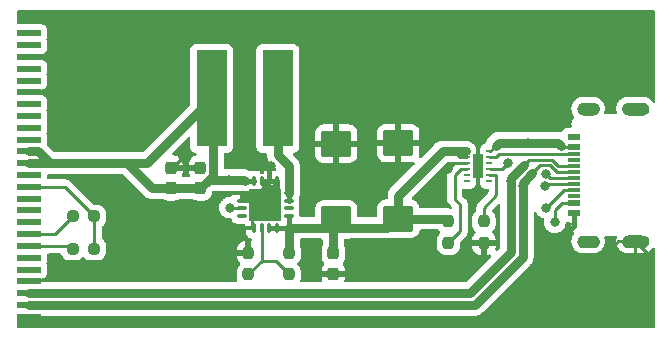
<source format=gbr>
%TF.GenerationSoftware,KiCad,Pcbnew,6.0.11+dfsg-1*%
%TF.CreationDate,2024-02-24T16:55:34-05:00*%
%TF.ProjectId,usb-c-expresscard,7573622d-632d-4657-9870-726573736361,rev?*%
%TF.SameCoordinates,Original*%
%TF.FileFunction,Copper,L1,Top*%
%TF.FilePolarity,Positive*%
%FSLAX46Y46*%
G04 Gerber Fmt 4.6, Leading zero omitted, Abs format (unit mm)*
G04 Created by KiCad (PCBNEW 6.0.11+dfsg-1) date 2024-02-24 16:55:34*
%MOMM*%
%LPD*%
G01*
G04 APERTURE LIST*
G04 Aperture macros list*
%AMRoundRect*
0 Rectangle with rounded corners*
0 $1 Rounding radius*
0 $2 $3 $4 $5 $6 $7 $8 $9 X,Y pos of 4 corners*
0 Add a 4 corners polygon primitive as box body*
4,1,4,$2,$3,$4,$5,$6,$7,$8,$9,$2,$3,0*
0 Add four circle primitives for the rounded corners*
1,1,$1+$1,$2,$3*
1,1,$1+$1,$4,$5*
1,1,$1+$1,$6,$7*
1,1,$1+$1,$8,$9*
0 Add four rect primitives between the rounded corners*
20,1,$1+$1,$2,$3,$4,$5,0*
20,1,$1+$1,$4,$5,$6,$7,0*
20,1,$1+$1,$6,$7,$8,$9,0*
20,1,$1+$1,$8,$9,$2,$3,0*%
%AMFreePoly0*
4,1,5,1.000760,-0.247650,-1.000760,-0.247650,-1.000760,0.250190,1.000760,0.250190,1.000760,-0.247650,1.000760,-0.247650,$1*%
%AMFreePoly1*
4,1,5,1.000760,-0.248412,-1.000760,-0.248412,-1.000760,0.249428,1.000760,0.249428,1.000760,-0.248412,1.000760,-0.248412,$1*%
%AMFreePoly2*
4,1,5,1.000760,-0.249174,-1.000760,-0.249174,-1.000760,0.248666,1.000760,0.248666,1.000760,-0.249174,1.000760,-0.249174,$1*%
%AMFreePoly3*
4,1,5,1.000760,-0.249936,-1.000760,-0.249936,-1.000760,0.247904,1.000760,0.247904,1.000760,-0.249936,1.000760,-0.249936,$1*%
%AMFreePoly4*
4,1,5,1.000760,-0.248158,-1.000760,-0.248158,-1.000760,0.249682,1.000760,0.249682,1.000760,-0.248158,1.000760,-0.248158,$1*%
%AMFreePoly5*
4,1,5,1.000760,-0.248920,-1.000760,-0.248920,-1.000760,0.248920,1.000760,0.248920,1.000760,-0.248920,1.000760,-0.248920,$1*%
%AMFreePoly6*
4,1,5,1.000760,-0.249682,-1.000760,-0.249682,-1.000760,0.248158,1.000760,0.248158,1.000760,-0.249682,1.000760,-0.249682,$1*%
%AMFreePoly7*
4,1,5,1.000760,-0.247904,-1.000760,-0.247904,-1.000760,0.249936,1.000760,0.249936,1.000760,-0.247904,1.000760,-0.247904,$1*%
%AMFreePoly8*
4,1,5,1.000760,-0.248666,-1.000760,-0.248666,-1.000760,0.249174,1.000760,0.249174,1.000760,-0.248666,1.000760,-0.248666,$1*%
%AMFreePoly9*
4,1,5,1.000760,-0.249428,-1.000760,-0.249428,-1.000760,0.248412,1.000760,0.248412,1.000760,-0.249428,1.000760,-0.249428,$1*%
G04 Aperture macros list end*
%TA.AperFunction,EtchedComponent*%
%ADD10C,0.010000*%
%TD*%
%TA.AperFunction,SMDPad,CuDef*%
%ADD11FreePoly0,180.000000*%
%TD*%
%TA.AperFunction,SMDPad,CuDef*%
%ADD12FreePoly1,180.000000*%
%TD*%
%TA.AperFunction,SMDPad,CuDef*%
%ADD13FreePoly2,180.000000*%
%TD*%
%TA.AperFunction,SMDPad,CuDef*%
%ADD14FreePoly3,180.000000*%
%TD*%
%TA.AperFunction,SMDPad,CuDef*%
%ADD15FreePoly4,180.000000*%
%TD*%
%TA.AperFunction,SMDPad,CuDef*%
%ADD16FreePoly5,180.000000*%
%TD*%
%TA.AperFunction,SMDPad,CuDef*%
%ADD17FreePoly6,180.000000*%
%TD*%
%TA.AperFunction,SMDPad,CuDef*%
%ADD18FreePoly7,180.000000*%
%TD*%
%TA.AperFunction,SMDPad,CuDef*%
%ADD19FreePoly8,180.000000*%
%TD*%
%TA.AperFunction,SMDPad,CuDef*%
%ADD20FreePoly9,180.000000*%
%TD*%
%TA.AperFunction,SMDPad,CuDef*%
%ADD21RoundRect,0.237500X-0.237500X0.300000X-0.237500X-0.300000X0.237500X-0.300000X0.237500X0.300000X0*%
%TD*%
%TA.AperFunction,SMDPad,CuDef*%
%ADD22RoundRect,0.237500X0.250000X0.237500X-0.250000X0.237500X-0.250000X-0.237500X0.250000X-0.237500X0*%
%TD*%
%TA.AperFunction,SMDPad,CuDef*%
%ADD23RoundRect,0.237500X-0.237500X0.250000X-0.237500X-0.250000X0.237500X-0.250000X0.237500X0.250000X0*%
%TD*%
%TA.AperFunction,SMDPad,CuDef*%
%ADD24RoundRect,0.237500X0.237500X-0.300000X0.237500X0.300000X-0.237500X0.300000X-0.237500X-0.300000X0*%
%TD*%
%TA.AperFunction,SMDPad,CuDef*%
%ADD25R,0.500126X0.279908*%
%TD*%
%TA.AperFunction,SMDPad,CuDef*%
%ADD26R,0.900000X2.000000*%
%TD*%
%TA.AperFunction,SMDPad,CuDef*%
%ADD27R,1.100000X0.600000*%
%TD*%
%TA.AperFunction,SMDPad,CuDef*%
%ADD28R,1.100000X0.300000*%
%TD*%
%TA.AperFunction,ComponentPad*%
%ADD29O,2.000000X1.000000*%
%TD*%
%TA.AperFunction,ComponentPad*%
%ADD30O,1.800000X0.900000*%
%TD*%
%TA.AperFunction,SMDPad,CuDef*%
%ADD31R,2.600000X8.200000*%
%TD*%
%TA.AperFunction,SMDPad,CuDef*%
%ADD32RoundRect,0.250000X1.025000X-0.875000X1.025000X0.875000X-1.025000X0.875000X-1.025000X-0.875000X0*%
%TD*%
%TA.AperFunction,SMDPad,CuDef*%
%ADD33RoundRect,0.237500X0.237500X-0.250000X0.237500X0.250000X-0.237500X0.250000X-0.237500X-0.250000X0*%
%TD*%
%TA.AperFunction,ComponentPad*%
%ADD34C,0.500000*%
%TD*%
%TA.AperFunction,SMDPad,CuDef*%
%ADD35R,2.700000X2.700000*%
%TD*%
%TA.AperFunction,SMDPad,CuDef*%
%ADD36RoundRect,0.087500X0.087500X0.325000X-0.087500X0.325000X-0.087500X-0.325000X0.087500X-0.325000X0*%
%TD*%
%TA.AperFunction,SMDPad,CuDef*%
%ADD37RoundRect,0.087500X0.325000X0.087500X-0.325000X0.087500X-0.325000X-0.087500X0.325000X-0.087500X0*%
%TD*%
%TA.AperFunction,ViaPad*%
%ADD38C,0.800000*%
%TD*%
%TA.AperFunction,Conductor*%
%ADD39C,0.250000*%
%TD*%
%TA.AperFunction,Conductor*%
%ADD40C,0.800000*%
%TD*%
%TA.AperFunction,Conductor*%
%ADD41C,0.400000*%
%TD*%
%TA.AperFunction,Conductor*%
%ADD42C,0.770000*%
%TD*%
G04 APERTURE END LIST*
%TO.C,J2*%
G36*
X194469500Y-88383000D02*
G01*
X194521500Y-88391000D01*
X194572500Y-88404000D01*
X194620500Y-88423000D01*
X194667500Y-88447000D01*
X194711500Y-88475000D01*
X194752500Y-88508000D01*
X194789500Y-88545000D01*
X194822500Y-88586000D01*
X194850500Y-88630000D01*
X194874500Y-88677000D01*
X194893500Y-88725000D01*
X194906500Y-88776000D01*
X194914500Y-88828000D01*
X194917500Y-88880000D01*
X194914500Y-88932000D01*
X194906500Y-88984000D01*
X194893500Y-89035000D01*
X194874500Y-89083000D01*
X194850500Y-89130000D01*
X194822500Y-89174000D01*
X194789500Y-89215000D01*
X194752500Y-89252000D01*
X194711500Y-89285000D01*
X194667500Y-89313000D01*
X194620500Y-89337000D01*
X194572500Y-89356000D01*
X194521500Y-89369000D01*
X194469500Y-89377000D01*
X194417500Y-89380000D01*
X193217500Y-89380000D01*
X193165500Y-89377000D01*
X193113500Y-89369000D01*
X193062500Y-89356000D01*
X193014500Y-89337000D01*
X192967500Y-89313000D01*
X192923500Y-89285000D01*
X192882500Y-89252000D01*
X192845500Y-89215000D01*
X192812500Y-89174000D01*
X192784500Y-89130000D01*
X192760500Y-89083000D01*
X192741500Y-89035000D01*
X192728500Y-88984000D01*
X192720500Y-88932000D01*
X192717500Y-88880000D01*
X192720500Y-88828000D01*
X192728500Y-88776000D01*
X192741500Y-88725000D01*
X192760500Y-88677000D01*
X192784500Y-88630000D01*
X192812500Y-88586000D01*
X192845500Y-88545000D01*
X192882500Y-88508000D01*
X192923500Y-88475000D01*
X192967500Y-88447000D01*
X193014500Y-88423000D01*
X193062500Y-88404000D01*
X193113500Y-88391000D01*
X193165500Y-88383000D01*
X193217500Y-88380000D01*
X194417500Y-88380000D01*
X194469500Y-88383000D01*
G37*
D10*
X194469500Y-88383000D02*
X194521500Y-88391000D01*
X194572500Y-88404000D01*
X194620500Y-88423000D01*
X194667500Y-88447000D01*
X194711500Y-88475000D01*
X194752500Y-88508000D01*
X194789500Y-88545000D01*
X194822500Y-88586000D01*
X194850500Y-88630000D01*
X194874500Y-88677000D01*
X194893500Y-88725000D01*
X194906500Y-88776000D01*
X194914500Y-88828000D01*
X194917500Y-88880000D01*
X194914500Y-88932000D01*
X194906500Y-88984000D01*
X194893500Y-89035000D01*
X194874500Y-89083000D01*
X194850500Y-89130000D01*
X194822500Y-89174000D01*
X194789500Y-89215000D01*
X194752500Y-89252000D01*
X194711500Y-89285000D01*
X194667500Y-89313000D01*
X194620500Y-89337000D01*
X194572500Y-89356000D01*
X194521500Y-89369000D01*
X194469500Y-89377000D01*
X194417500Y-89380000D01*
X193217500Y-89380000D01*
X193165500Y-89377000D01*
X193113500Y-89369000D01*
X193062500Y-89356000D01*
X193014500Y-89337000D01*
X192967500Y-89313000D01*
X192923500Y-89285000D01*
X192882500Y-89252000D01*
X192845500Y-89215000D01*
X192812500Y-89174000D01*
X192784500Y-89130000D01*
X192760500Y-89083000D01*
X192741500Y-89035000D01*
X192728500Y-88984000D01*
X192720500Y-88932000D01*
X192717500Y-88880000D01*
X192720500Y-88828000D01*
X192728500Y-88776000D01*
X192741500Y-88725000D01*
X192760500Y-88677000D01*
X192784500Y-88630000D01*
X192812500Y-88586000D01*
X192845500Y-88545000D01*
X192882500Y-88508000D01*
X192923500Y-88475000D01*
X192967500Y-88447000D01*
X193014500Y-88423000D01*
X193062500Y-88404000D01*
X193113500Y-88391000D01*
X193165500Y-88383000D01*
X193217500Y-88380000D01*
X194417500Y-88380000D01*
X194469500Y-88383000D01*
G36*
X190269500Y-99623000D02*
G01*
X190321500Y-99631000D01*
X190372500Y-99644000D01*
X190420500Y-99663000D01*
X190467500Y-99687000D01*
X190511500Y-99715000D01*
X190552500Y-99748000D01*
X190589500Y-99785000D01*
X190622500Y-99826000D01*
X190650500Y-99870000D01*
X190674500Y-99917000D01*
X190693500Y-99965000D01*
X190706500Y-100016000D01*
X190714500Y-100068000D01*
X190717500Y-100120000D01*
X190714500Y-100172000D01*
X190706500Y-100224000D01*
X190693500Y-100275000D01*
X190674500Y-100323000D01*
X190650500Y-100370000D01*
X190622500Y-100414000D01*
X190589500Y-100455000D01*
X190552500Y-100492000D01*
X190511500Y-100525000D01*
X190467500Y-100553000D01*
X190420500Y-100577000D01*
X190372500Y-100596000D01*
X190321500Y-100609000D01*
X190269500Y-100617000D01*
X190217500Y-100620000D01*
X189417500Y-100620000D01*
X189365500Y-100617000D01*
X189313500Y-100609000D01*
X189262500Y-100596000D01*
X189214500Y-100577000D01*
X189167500Y-100553000D01*
X189123500Y-100525000D01*
X189082500Y-100492000D01*
X189045500Y-100455000D01*
X189012500Y-100414000D01*
X188984500Y-100370000D01*
X188960500Y-100323000D01*
X188941500Y-100275000D01*
X188928500Y-100224000D01*
X188920500Y-100172000D01*
X188917500Y-100120000D01*
X188920500Y-100068000D01*
X188928500Y-100016000D01*
X188941500Y-99965000D01*
X188960500Y-99917000D01*
X188984500Y-99870000D01*
X189012500Y-99826000D01*
X189045500Y-99785000D01*
X189082500Y-99748000D01*
X189123500Y-99715000D01*
X189167500Y-99687000D01*
X189214500Y-99663000D01*
X189262500Y-99644000D01*
X189313500Y-99631000D01*
X189365500Y-99623000D01*
X189417500Y-99620000D01*
X190217500Y-99620000D01*
X190269500Y-99623000D01*
G37*
X190269500Y-99623000D02*
X190321500Y-99631000D01*
X190372500Y-99644000D01*
X190420500Y-99663000D01*
X190467500Y-99687000D01*
X190511500Y-99715000D01*
X190552500Y-99748000D01*
X190589500Y-99785000D01*
X190622500Y-99826000D01*
X190650500Y-99870000D01*
X190674500Y-99917000D01*
X190693500Y-99965000D01*
X190706500Y-100016000D01*
X190714500Y-100068000D01*
X190717500Y-100120000D01*
X190714500Y-100172000D01*
X190706500Y-100224000D01*
X190693500Y-100275000D01*
X190674500Y-100323000D01*
X190650500Y-100370000D01*
X190622500Y-100414000D01*
X190589500Y-100455000D01*
X190552500Y-100492000D01*
X190511500Y-100525000D01*
X190467500Y-100553000D01*
X190420500Y-100577000D01*
X190372500Y-100596000D01*
X190321500Y-100609000D01*
X190269500Y-100617000D01*
X190217500Y-100620000D01*
X189417500Y-100620000D01*
X189365500Y-100617000D01*
X189313500Y-100609000D01*
X189262500Y-100596000D01*
X189214500Y-100577000D01*
X189167500Y-100553000D01*
X189123500Y-100525000D01*
X189082500Y-100492000D01*
X189045500Y-100455000D01*
X189012500Y-100414000D01*
X188984500Y-100370000D01*
X188960500Y-100323000D01*
X188941500Y-100275000D01*
X188928500Y-100224000D01*
X188920500Y-100172000D01*
X188917500Y-100120000D01*
X188920500Y-100068000D01*
X188928500Y-100016000D01*
X188941500Y-99965000D01*
X188960500Y-99917000D01*
X188984500Y-99870000D01*
X189012500Y-99826000D01*
X189045500Y-99785000D01*
X189082500Y-99748000D01*
X189123500Y-99715000D01*
X189167500Y-99687000D01*
X189214500Y-99663000D01*
X189262500Y-99644000D01*
X189313500Y-99631000D01*
X189365500Y-99623000D01*
X189417500Y-99620000D01*
X190217500Y-99620000D01*
X190269500Y-99623000D01*
G36*
X190269500Y-88383000D02*
G01*
X190321500Y-88391000D01*
X190372500Y-88404000D01*
X190420500Y-88423000D01*
X190467500Y-88447000D01*
X190511500Y-88475000D01*
X190552500Y-88508000D01*
X190589500Y-88545000D01*
X190622500Y-88586000D01*
X190650500Y-88630000D01*
X190674500Y-88677000D01*
X190693500Y-88725000D01*
X190706500Y-88776000D01*
X190714500Y-88828000D01*
X190717500Y-88880000D01*
X190714500Y-88932000D01*
X190706500Y-88984000D01*
X190693500Y-89035000D01*
X190674500Y-89083000D01*
X190650500Y-89130000D01*
X190622500Y-89174000D01*
X190589500Y-89215000D01*
X190552500Y-89252000D01*
X190511500Y-89285000D01*
X190467500Y-89313000D01*
X190420500Y-89337000D01*
X190372500Y-89356000D01*
X190321500Y-89369000D01*
X190269500Y-89377000D01*
X190217500Y-89380000D01*
X189417500Y-89380000D01*
X189365500Y-89377000D01*
X189313500Y-89369000D01*
X189262500Y-89356000D01*
X189214500Y-89337000D01*
X189167500Y-89313000D01*
X189123500Y-89285000D01*
X189082500Y-89252000D01*
X189045500Y-89215000D01*
X189012500Y-89174000D01*
X188984500Y-89130000D01*
X188960500Y-89083000D01*
X188941500Y-89035000D01*
X188928500Y-88984000D01*
X188920500Y-88932000D01*
X188917500Y-88880000D01*
X188920500Y-88828000D01*
X188928500Y-88776000D01*
X188941500Y-88725000D01*
X188960500Y-88677000D01*
X188984500Y-88630000D01*
X189012500Y-88586000D01*
X189045500Y-88545000D01*
X189082500Y-88508000D01*
X189123500Y-88475000D01*
X189167500Y-88447000D01*
X189214500Y-88423000D01*
X189262500Y-88404000D01*
X189313500Y-88391000D01*
X189365500Y-88383000D01*
X189417500Y-88380000D01*
X190217500Y-88380000D01*
X190269500Y-88383000D01*
G37*
X190269500Y-88383000D02*
X190321500Y-88391000D01*
X190372500Y-88404000D01*
X190420500Y-88423000D01*
X190467500Y-88447000D01*
X190511500Y-88475000D01*
X190552500Y-88508000D01*
X190589500Y-88545000D01*
X190622500Y-88586000D01*
X190650500Y-88630000D01*
X190674500Y-88677000D01*
X190693500Y-88725000D01*
X190706500Y-88776000D01*
X190714500Y-88828000D01*
X190717500Y-88880000D01*
X190714500Y-88932000D01*
X190706500Y-88984000D01*
X190693500Y-89035000D01*
X190674500Y-89083000D01*
X190650500Y-89130000D01*
X190622500Y-89174000D01*
X190589500Y-89215000D01*
X190552500Y-89252000D01*
X190511500Y-89285000D01*
X190467500Y-89313000D01*
X190420500Y-89337000D01*
X190372500Y-89356000D01*
X190321500Y-89369000D01*
X190269500Y-89377000D01*
X190217500Y-89380000D01*
X189417500Y-89380000D01*
X189365500Y-89377000D01*
X189313500Y-89369000D01*
X189262500Y-89356000D01*
X189214500Y-89337000D01*
X189167500Y-89313000D01*
X189123500Y-89285000D01*
X189082500Y-89252000D01*
X189045500Y-89215000D01*
X189012500Y-89174000D01*
X188984500Y-89130000D01*
X188960500Y-89083000D01*
X188941500Y-89035000D01*
X188928500Y-88984000D01*
X188920500Y-88932000D01*
X188917500Y-88880000D01*
X188920500Y-88828000D01*
X188928500Y-88776000D01*
X188941500Y-88725000D01*
X188960500Y-88677000D01*
X188984500Y-88630000D01*
X189012500Y-88586000D01*
X189045500Y-88545000D01*
X189082500Y-88508000D01*
X189123500Y-88475000D01*
X189167500Y-88447000D01*
X189214500Y-88423000D01*
X189262500Y-88404000D01*
X189313500Y-88391000D01*
X189365500Y-88383000D01*
X189417500Y-88380000D01*
X190217500Y-88380000D01*
X190269500Y-88383000D01*
G36*
X194469500Y-99623000D02*
G01*
X194521500Y-99631000D01*
X194572500Y-99644000D01*
X194620500Y-99663000D01*
X194667500Y-99687000D01*
X194711500Y-99715000D01*
X194752500Y-99748000D01*
X194789500Y-99785000D01*
X194822500Y-99826000D01*
X194850500Y-99870000D01*
X194874500Y-99917000D01*
X194893500Y-99965000D01*
X194906500Y-100016000D01*
X194914500Y-100068000D01*
X194917500Y-100120000D01*
X194914500Y-100172000D01*
X194906500Y-100224000D01*
X194893500Y-100275000D01*
X194874500Y-100323000D01*
X194850500Y-100370000D01*
X194822500Y-100414000D01*
X194789500Y-100455000D01*
X194752500Y-100492000D01*
X194711500Y-100525000D01*
X194667500Y-100553000D01*
X194620500Y-100577000D01*
X194572500Y-100596000D01*
X194521500Y-100609000D01*
X194469500Y-100617000D01*
X194417500Y-100620000D01*
X193217500Y-100620000D01*
X193165500Y-100617000D01*
X193113500Y-100609000D01*
X193062500Y-100596000D01*
X193014500Y-100577000D01*
X192967500Y-100553000D01*
X192923500Y-100525000D01*
X192882500Y-100492000D01*
X192845500Y-100455000D01*
X192812500Y-100414000D01*
X192784500Y-100370000D01*
X192760500Y-100323000D01*
X192741500Y-100275000D01*
X192728500Y-100224000D01*
X192720500Y-100172000D01*
X192717500Y-100120000D01*
X192720500Y-100068000D01*
X192728500Y-100016000D01*
X192741500Y-99965000D01*
X192760500Y-99917000D01*
X192784500Y-99870000D01*
X192812500Y-99826000D01*
X192845500Y-99785000D01*
X192882500Y-99748000D01*
X192923500Y-99715000D01*
X192967500Y-99687000D01*
X193014500Y-99663000D01*
X193062500Y-99644000D01*
X193113500Y-99631000D01*
X193165500Y-99623000D01*
X193217500Y-99620000D01*
X194417500Y-99620000D01*
X194469500Y-99623000D01*
G37*
X194469500Y-99623000D02*
X194521500Y-99631000D01*
X194572500Y-99644000D01*
X194620500Y-99663000D01*
X194667500Y-99687000D01*
X194711500Y-99715000D01*
X194752500Y-99748000D01*
X194789500Y-99785000D01*
X194822500Y-99826000D01*
X194850500Y-99870000D01*
X194874500Y-99917000D01*
X194893500Y-99965000D01*
X194906500Y-100016000D01*
X194914500Y-100068000D01*
X194917500Y-100120000D01*
X194914500Y-100172000D01*
X194906500Y-100224000D01*
X194893500Y-100275000D01*
X194874500Y-100323000D01*
X194850500Y-100370000D01*
X194822500Y-100414000D01*
X194789500Y-100455000D01*
X194752500Y-100492000D01*
X194711500Y-100525000D01*
X194667500Y-100553000D01*
X194620500Y-100577000D01*
X194572500Y-100596000D01*
X194521500Y-100609000D01*
X194469500Y-100617000D01*
X194417500Y-100620000D01*
X193217500Y-100620000D01*
X193165500Y-100617000D01*
X193113500Y-100609000D01*
X193062500Y-100596000D01*
X193014500Y-100577000D01*
X192967500Y-100553000D01*
X192923500Y-100525000D01*
X192882500Y-100492000D01*
X192845500Y-100455000D01*
X192812500Y-100414000D01*
X192784500Y-100370000D01*
X192760500Y-100323000D01*
X192741500Y-100275000D01*
X192728500Y-100224000D01*
X192720500Y-100172000D01*
X192717500Y-100120000D01*
X192720500Y-100068000D01*
X192728500Y-100016000D01*
X192741500Y-99965000D01*
X192760500Y-99917000D01*
X192784500Y-99870000D01*
X192812500Y-99826000D01*
X192845500Y-99785000D01*
X192882500Y-99748000D01*
X192923500Y-99715000D01*
X192967500Y-99687000D01*
X193014500Y-99663000D01*
X193062500Y-99644000D01*
X193113500Y-99631000D01*
X193165500Y-99623000D01*
X193217500Y-99620000D01*
X194417500Y-99620000D01*
X194469500Y-99623000D01*
%TD*%
D11*
%TO.P,J1,26,GND*%
%TO.N,GND*%
X142500000Y-81498780D03*
D12*
%TO.P,J1,25,PETp0/SSTX+*%
%TO.N,unconnected-(J1-Pad25)*%
X142500000Y-82499540D03*
D13*
%TO.P,J1,24,PETn0/SSTX-*%
%TO.N,unconnected-(J1-Pad24)*%
X142500000Y-83500300D03*
D14*
%TO.P,J1,23,GND*%
%TO.N,GND*%
X142500000Y-84501060D03*
D15*
%TO.P,J1,22,PERp0/SSRX+*%
%TO.N,unconnected-(J1-Pad22)*%
X142500000Y-85499280D03*
D16*
%TO.P,J1,21,PERn0/SSRX-*%
%TO.N,unconnected-(J1-Pad21)*%
X142500000Y-86500040D03*
D17*
%TO.P,J1,20,GND*%
%TO.N,GND*%
X142500000Y-87500800D03*
D18*
%TO.P,J1,19,REFCLK+*%
%TO.N,unconnected-(J1-Pad19)*%
X142500000Y-88499020D03*
D19*
%TO.P,J1,18,REFCLK-*%
%TO.N,unconnected-(J1-Pad18)*%
X142500000Y-89499780D03*
D20*
%TO.P,J1,17,~{CPPE}*%
%TO.N,unconnected-(J1-Pad17)*%
X142500000Y-90500540D03*
D11*
%TO.P,J1,16,~{CLKREQ}*%
%TO.N,unconnected-(J1-Pad16)*%
X142500000Y-91498760D03*
D12*
%TO.P,J1,15,3V3*%
%TO.N,+3.3V*%
X142500000Y-92499520D03*
D13*
%TO.P,J1,14,3V3*%
X142500000Y-93500280D03*
D14*
%TO.P,J1,13,~{PERST}*%
%TO.N,unconnected-(J1-Pad13)*%
X142500000Y-94501040D03*
D15*
%TO.P,J1,12,3V3_AUX*%
%TO.N,Net-(J1-Pad12)*%
X142500000Y-95499260D03*
D16*
%TO.P,J1,11,~{WAKE}*%
%TO.N,unconnected-(J1-Pad11)*%
X142500000Y-96500020D03*
D17*
%TO.P,J1,10,1V5*%
%TO.N,unconnected-(J1-Pad10)*%
X142500000Y-97500780D03*
D18*
%TO.P,J1,9,1V5*%
%TO.N,unconnected-(J1-Pad9)*%
X142500000Y-98499000D03*
D19*
%TO.P,J1,8,SMDDATA*%
%TO.N,Net-(J1-Pad8)*%
X142500000Y-99499760D03*
D20*
%TO.P,J1,7,SMBCLK*%
%TO.N,Net-(J1-Pad7)*%
X142500000Y-100500520D03*
D11*
%TO.P,J1,6,RESERVED*%
%TO.N,unconnected-(J1-Pad6)*%
X142500000Y-101498740D03*
D12*
%TO.P,J1,5,~{USB3}*%
%TO.N,unconnected-(J1-Pad5)*%
X142500000Y-102499500D03*
D13*
%TO.P,J1,4,~{CPUSB}*%
%TO.N,GND*%
X142500000Y-103500260D03*
D14*
%TO.P,J1,3,USBD+*%
%TO.N,/D+*%
X142500000Y-104501020D03*
D15*
%TO.P,J1,2,USBD-*%
%TO.N,/D-*%
X142500000Y-105499240D03*
D16*
%TO.P,J1,1,GND*%
%TO.N,GND*%
X142500000Y-106500000D03*
%TD*%
D21*
%TO.P,C3,1*%
%TO.N,+5V*%
X168250000Y-101137500D03*
%TO.P,C3,2*%
%TO.N,GND*%
X168250000Y-102862500D03*
%TD*%
D22*
%TO.P,R2,1*%
%TO.N,Net-(J1-Pad12)*%
X148000000Y-100750000D03*
%TO.P,R2,2*%
%TO.N,Net-(J1-Pad7)*%
X146175000Y-100750000D03*
%TD*%
D23*
%TO.P,R5,1*%
%TO.N,+5V*%
X178000000Y-98425000D03*
%TO.P,R5,2*%
%TO.N,Net-(R5-Pad2)*%
X178000000Y-100250000D03*
%TD*%
D24*
%TO.P,C1,1*%
%TO.N,+3.3V*%
X154500000Y-95612500D03*
%TO.P,C1,2*%
%TO.N,GND*%
X154500000Y-93887500D03*
%TD*%
D25*
%TO.P,U2,1,IN*%
%TO.N,+5V*%
X179541277Y-92500000D03*
%TO.P,U2,2,IN*%
X179541277Y-92999999D03*
%TO.P,U2,3,CHG*%
%TO.N,GND*%
X179541277Y-93500000D03*
%TO.P,U2,4,EN*%
%TO.N,Net-(R5-Pad2)*%
X179541277Y-94000000D03*
%TO.P,U2,5,~{FAULT}*%
%TO.N,unconnected-(U2-Pad5)*%
X179541277Y-94500001D03*
%TO.P,U2,6,~{SINK}*%
%TO.N,unconnected-(U2-Pad6)*%
X179541277Y-95000000D03*
%TO.P,U2,7,~{POL}*%
%TO.N,unconnected-(U2-Pad7)*%
X181458723Y-95000000D03*
%TO.P,U2,8,REF*%
%TO.N,Net-(R6-Pad1)*%
X181458723Y-94500001D03*
%TO.P,U2,9,CC1*%
%TO.N,Net-(J2-PadA5)*%
X181458723Y-94000000D03*
%TO.P,U2,10,GND*%
%TO.N,GND*%
X181458723Y-93500000D03*
%TO.P,U2,11,CC2*%
%TO.N,Net-(J2-PadB5)*%
X181458723Y-92999999D03*
%TO.P,U2,12,OUT*%
%TO.N,/VBUS*%
X181458723Y-92500000D03*
D26*
%TO.P,U2,13,Thermal_Pad*%
%TO.N,GND*%
X180500000Y-93750000D03*
%TD*%
D27*
%TO.P,J2,A1_B12,GND*%
%TO.N,GND*%
X188667500Y-97700000D03*
%TO.P,J2,A4_B9,VBUS*%
%TO.N,/VBUS*%
X188667500Y-96900000D03*
D28*
%TO.P,J2,A5,CC1*%
%TO.N,Net-(J2-PadA5)*%
X188667500Y-95750000D03*
%TO.P,J2,A6,D+*%
%TO.N,/D+*%
X188667500Y-94750000D03*
%TO.P,J2,A7,D-*%
%TO.N,/D-*%
X188667500Y-94250000D03*
%TO.P,J2,A8,SBU1*%
%TO.N,unconnected-(J2-PadA8)*%
X188667500Y-93250000D03*
D27*
%TO.P,J2,B1_A12,GND*%
%TO.N,GND*%
X188667500Y-91300000D03*
%TO.P,J2,B4_A9,VBUS*%
%TO.N,/VBUS*%
X188667500Y-92100000D03*
D28*
%TO.P,J2,B5,CC2*%
%TO.N,Net-(J2-PadB5)*%
X188667500Y-92750000D03*
%TO.P,J2,B6,D+*%
%TO.N,/D+*%
X188667500Y-93750000D03*
%TO.P,J2,B7,D-*%
%TO.N,/D-*%
X188667500Y-95250000D03*
%TO.P,J2,B8,SBU2*%
%TO.N,unconnected-(J2-PadB8)*%
X188667500Y-96250000D03*
D29*
%TO.P,J2,S1,SHIELD*%
%TO.N,GND*%
X193817500Y-100120000D03*
%TO.P,J2,S2*%
%TO.N,N/C*%
X193817500Y-88880000D03*
D30*
%TO.P,J2,S3*%
X189817500Y-100120000D03*
%TO.P,J2,S4*%
X189817500Y-88880000D03*
%TD*%
D24*
%TO.P,C2,1*%
%TO.N,+3.3V*%
X157000000Y-95612500D03*
%TO.P,C2,2*%
%TO.N,GND*%
X157000000Y-93887500D03*
%TD*%
D22*
%TO.P,R1,1*%
%TO.N,Net-(J1-Pad12)*%
X148000000Y-98000000D03*
%TO.P,R1,2*%
%TO.N,Net-(J1-Pad8)*%
X146175000Y-98000000D03*
%TD*%
D23*
%TO.P,R6,1*%
%TO.N,Net-(R6-Pad1)*%
X181000000Y-98425000D03*
%TO.P,R6,2*%
%TO.N,GND*%
X181000000Y-100250000D03*
%TD*%
D31*
%TO.P,L1,1,1*%
%TO.N,Net-(L1-Pad1)*%
X163550000Y-88000000D03*
%TO.P,L1,2,2*%
%TO.N,+3.3V*%
X157950000Y-88000000D03*
%TD*%
D32*
%TO.P,C5,1*%
%TO.N,+5V*%
X173750000Y-98200000D03*
%TO.P,C5,2*%
%TO.N,GND*%
X173750000Y-91800000D03*
%TD*%
%TO.P,C4,1*%
%TO.N,+5V*%
X168500000Y-98250000D03*
%TO.P,C4,2*%
%TO.N,GND*%
X168500000Y-91850000D03*
%TD*%
D33*
%TO.P,R4,1*%
%TO.N,Net-(R3-Pad2)*%
X161065000Y-102912500D03*
%TO.P,R4,2*%
%TO.N,GND*%
X161065000Y-101087500D03*
%TD*%
D23*
%TO.P,R3,1*%
%TO.N,+5V*%
X164500000Y-101087500D03*
%TO.P,R3,2*%
%TO.N,Net-(R3-Pad2)*%
X164500000Y-102912500D03*
%TD*%
D34*
%TO.P,U1,17,PAD*%
%TO.N,GND*%
X162500000Y-98100000D03*
X162500000Y-97000000D03*
X163600000Y-98100000D03*
X161400000Y-95900000D03*
X161400000Y-97000000D03*
D35*
X162500000Y-97000000D03*
D34*
X161400000Y-98100000D03*
X163600000Y-95900000D03*
X162500000Y-95900000D03*
X163600000Y-97000000D03*
D36*
%TO.P,U1,16,VOUT*%
%TO.N,+5V*%
X163475000Y-98962500D03*
%TO.P,U1,15,VOUT*%
X162825000Y-98962500D03*
%TO.P,U1,14,FB*%
%TO.N,Net-(R3-Pad2)*%
X162175000Y-98962500D03*
%TO.P,U1,13,GND*%
%TO.N,GND*%
X161525000Y-98962500D03*
D37*
%TO.P,U1,12,LBO*%
%TO.N,unconnected-(U1-Pad12)*%
X160537500Y-97975000D03*
%TO.P,U1,11,EN*%
%TO.N,+3.3V*%
X160537500Y-97325000D03*
%TO.P,U1,10,SYNC*%
%TO.N,GND*%
X160537500Y-96675000D03*
%TO.P,U1,9,LBI*%
X160537500Y-96025000D03*
D36*
%TO.P,U1,8,VBAT*%
%TO.N,+3.3V*%
X161525000Y-95037500D03*
%TO.P,U1,7,PGND*%
%TO.N,GND*%
X162175000Y-95037500D03*
%TO.P,U1,6,PGND*%
X162825000Y-95037500D03*
%TO.P,U1,5,PGND*%
X163475000Y-95037500D03*
D37*
%TO.P,U1,4,SW*%
%TO.N,Net-(L1-Pad1)*%
X164462500Y-96025000D03*
%TO.P,U1,3,SW*%
X164462500Y-96675000D03*
%TO.P,U1,2,NC*%
%TO.N,unconnected-(U1-Pad2)*%
X164462500Y-97325000D03*
%TO.P,U1,1,VOUT*%
%TO.N,+5V*%
X164462500Y-97975000D03*
%TD*%
D38*
%TO.N,+3.3V*%
X159500000Y-97250000D03*
X159431250Y-94931250D03*
%TO.N,GND*%
X163000000Y-93750000D03*
X155500000Y-93000000D03*
X178000000Y-94000000D03*
%TO.N,Net-(J2-PadA5)*%
X186250000Y-97250000D03*
X183000000Y-93500000D03*
%TO.N,/D+*%
X183288363Y-95038363D03*
X186266693Y-94395779D03*
%TO.N,/D-*%
X186205609Y-95393413D03*
X184308363Y-95399638D03*
%TO.N,/VBUS*%
X187000000Y-98500000D03*
X184739954Y-91760046D03*
%TD*%
D39*
%TO.N,GND*%
X163600000Y-95900000D02*
X163600000Y-95162500D01*
X163600000Y-95162500D02*
X163475000Y-95037500D01*
X162500000Y-95900000D02*
X162500000Y-95362500D01*
X162500000Y-95362500D02*
X162825000Y-95037500D01*
X162500000Y-95362500D02*
X162175000Y-95037500D01*
X161400000Y-98100000D02*
X161400000Y-98837500D01*
X161400000Y-98837500D02*
X161525000Y-98962500D01*
X160537500Y-96675000D02*
X161075000Y-96675000D01*
X161075000Y-96675000D02*
X161400000Y-97000000D01*
X160537500Y-96025000D02*
X161275000Y-96025000D01*
X161275000Y-96025000D02*
X161400000Y-95900000D01*
D40*
%TO.N,+3.3V*%
X143248960Y-92499520D02*
X144249720Y-93500280D01*
X152449720Y-93500280D02*
X157950000Y-88000000D01*
X150750280Y-93500280D02*
X152449720Y-93500280D01*
D41*
X161525000Y-95037500D02*
X161037500Y-95037500D01*
D40*
X159431250Y-94931250D02*
X160681250Y-94931250D01*
X152862500Y-95612500D02*
X154500000Y-95612500D01*
X157681250Y-94931250D02*
X159431250Y-94931250D01*
D39*
X159575000Y-97325000D02*
X159500000Y-97250000D01*
D40*
X158075000Y-94537500D02*
X158075000Y-88125000D01*
X144249720Y-93500280D02*
X150750280Y-93500280D01*
X158075000Y-88125000D02*
X157950000Y-88000000D01*
X157681250Y-94931250D02*
X158075000Y-94537500D01*
X150750280Y-93500280D02*
X152862500Y-95612500D01*
X154500000Y-95612500D02*
X157000000Y-95612500D01*
X157000000Y-95612500D02*
X157681250Y-94931250D01*
X142500000Y-93500280D02*
X144249720Y-93500280D01*
X142500000Y-92499520D02*
X143248960Y-92499520D01*
D39*
X160537500Y-97325000D02*
X159575000Y-97325000D01*
D40*
X160681250Y-94931250D02*
X160750000Y-95000000D01*
D39*
%TO.N,GND*%
X154612500Y-93887500D02*
X155500000Y-93000000D01*
X193817500Y-100120000D02*
X192380000Y-100120000D01*
X162825000Y-93925000D02*
X163000000Y-93750000D01*
X179541277Y-93500000D02*
X178500000Y-93500000D01*
D41*
X162825000Y-95037500D02*
X162825000Y-93925000D01*
D39*
X193817500Y-101182500D02*
X193500000Y-101500000D01*
X195000000Y-101302500D02*
X195000000Y-101500000D01*
X193817500Y-101182500D02*
X193817500Y-100120000D01*
X193817500Y-100120000D02*
X195000000Y-101302500D01*
X192380000Y-100120000D02*
X192000000Y-100500000D01*
X154500000Y-93887500D02*
X154612500Y-93887500D01*
X178500000Y-93500000D02*
X178000000Y-94000000D01*
D41*
X162175000Y-95037500D02*
X163475000Y-95037500D01*
X188667500Y-97700000D02*
X188667500Y-98832500D01*
X188667500Y-98832500D02*
X188000000Y-99500000D01*
D40*
%TO.N,+5V*%
X164500000Y-99000000D02*
X164462500Y-98962500D01*
X178500000Y-92500000D02*
X179450000Y-92500000D01*
X173750000Y-96250000D02*
X177500000Y-92500000D01*
X168250000Y-101137500D02*
X168250000Y-98500000D01*
D39*
X179541277Y-92999999D02*
X179000000Y-93000000D01*
D41*
X162825000Y-98962500D02*
X163475000Y-98962500D01*
D39*
X179000000Y-93000000D02*
X178500000Y-92500000D01*
D40*
X177775000Y-98200000D02*
X178000000Y-98425000D01*
X164462500Y-98962500D02*
X172787500Y-98962500D01*
X173750000Y-98200000D02*
X173750000Y-96250000D01*
D41*
X164462500Y-97975000D02*
X164462500Y-98962500D01*
D40*
X164500000Y-101087500D02*
X164500000Y-99000000D01*
X168250000Y-98500000D02*
X168500000Y-98250000D01*
X173750000Y-98200000D02*
X177775000Y-98200000D01*
X177500000Y-92500000D02*
X178500000Y-92500000D01*
D41*
X163475000Y-98962500D02*
X164462500Y-98962500D01*
D39*
%TO.N,Net-(J1-Pad12)*%
X148000000Y-100750000D02*
X148000000Y-98000000D01*
X148000000Y-98000000D02*
X145499260Y-95499260D01*
X145499260Y-95499260D02*
X142500000Y-95499260D01*
%TO.N,Net-(J1-Pad8)*%
X144675240Y-99499760D02*
X146175000Y-98000000D01*
X142500000Y-99499760D02*
X144675240Y-99499760D01*
%TO.N,Net-(J1-Pad7)*%
X142500000Y-100500520D02*
X145925520Y-100500520D01*
X145925520Y-100500520D02*
X146175000Y-100750000D01*
%TO.N,Net-(R3-Pad2)*%
X162175000Y-101802500D02*
X163390000Y-101802500D01*
X163390000Y-101802500D02*
X164500000Y-102912500D01*
X161065000Y-102912500D02*
X162175000Y-101802500D01*
X162175000Y-101802500D02*
X162175000Y-98962500D01*
%TO.N,Net-(R5-Pad2)*%
X179000000Y-99250000D02*
X178000000Y-100250000D01*
X179000000Y-97000000D02*
X179000000Y-99250000D01*
X178512652Y-94512653D02*
X178512652Y-96512652D01*
X179025305Y-94000000D02*
X178512652Y-94512653D01*
X178512652Y-96512652D02*
X179000000Y-97000000D01*
X179541277Y-94000000D02*
X179025305Y-94000000D01*
%TO.N,Net-(R6-Pad1)*%
X182033786Y-96216214D02*
X181000000Y-97250000D01*
X181998741Y-94500001D02*
X182033786Y-94535046D01*
X182033786Y-94535046D02*
X182033786Y-96216214D01*
X181458723Y-94500001D02*
X181998741Y-94500001D01*
X181000000Y-97250000D02*
X181000000Y-98425000D01*
D41*
%TO.N,Net-(L1-Pad1)*%
X164462500Y-96675000D02*
X164462500Y-96025000D01*
D40*
X163550000Y-92800000D02*
X164500000Y-93750000D01*
X163550000Y-88000000D02*
X163550000Y-92800000D01*
X164500000Y-93750000D02*
X164500000Y-95987500D01*
X164500000Y-95987500D02*
X164462500Y-96025000D01*
D39*
%TO.N,Net-(J2-PadA5)*%
X182500000Y-94000000D02*
X181500000Y-94000000D01*
X187750000Y-95750000D02*
X186250000Y-97250000D01*
X183000000Y-93500000D02*
X182500000Y-94000000D01*
X188667500Y-95750000D02*
X187750000Y-95750000D01*
%TO.N,/D+*%
X188667500Y-93750000D02*
X187284978Y-93750000D01*
D42*
X179788620Y-104490130D02*
X183288363Y-100990387D01*
D39*
X188667500Y-94750000D02*
X186620914Y-94750000D01*
D42*
X142510890Y-104490130D02*
X179788620Y-104490130D01*
X183288363Y-94709887D02*
X184389375Y-93608875D01*
D39*
X186755916Y-93220938D02*
X184777312Y-93220938D01*
X186620914Y-94750000D02*
X186266693Y-94395779D01*
D42*
X183288363Y-100990387D02*
X183288363Y-95038363D01*
D39*
X187284978Y-93750000D02*
X186755916Y-93220938D01*
D42*
X142500000Y-104501020D02*
X142510890Y-104490130D01*
X183288363Y-95038363D02*
X183288363Y-94709887D01*
D39*
X184777312Y-93220938D02*
X184389375Y-93608875D01*
%TO.N,/D-*%
X188667500Y-94250000D02*
X187148582Y-94250000D01*
D42*
X184308363Y-101412887D02*
X184308363Y-95399638D01*
D39*
X186349022Y-95250000D02*
X186205609Y-95393413D01*
X185769812Y-93670938D02*
X185110625Y-94330125D01*
D42*
X184308363Y-95132387D02*
X185110625Y-94330125D01*
X142510890Y-105510130D02*
X180211120Y-105510130D01*
D39*
X188667500Y-95250000D02*
X186349022Y-95250000D01*
D42*
X180211120Y-105510130D02*
X184308363Y-101412887D01*
X142500000Y-105499240D02*
X142510890Y-105510130D01*
D39*
X187148582Y-94250000D02*
X186569520Y-93670938D01*
X186569520Y-93670938D02*
X185769812Y-93670938D01*
%TO.N,Net-(J2-PadB5)*%
X182000001Y-92999999D02*
X181458723Y-92999999D01*
X188667500Y-92750000D02*
X182250000Y-92750000D01*
X182250000Y-92750000D02*
X182000001Y-92999999D01*
D40*
%TO.N,/VBUS*%
X187500000Y-92000000D02*
X187260046Y-91760046D01*
X182239954Y-91760046D02*
X182000000Y-92000000D01*
D39*
X187000000Y-97500000D02*
X187000000Y-98500000D01*
X187600000Y-96900000D02*
X187000000Y-97500000D01*
D40*
X187260046Y-91760046D02*
X182239954Y-91760046D01*
D39*
X181458723Y-92500000D02*
X181500000Y-92500000D01*
X188667500Y-92100000D02*
X187600000Y-92100000D01*
X181500000Y-92500000D02*
X182000000Y-92000000D01*
X188667500Y-96900000D02*
X187600000Y-96900000D01*
X187600000Y-92100000D02*
X187500000Y-92000000D01*
%TD*%
%TA.AperFunction,Conductor*%
%TO.N,GND*%
G36*
X185410375Y-97626587D02*
G01*
X185436982Y-97658811D01*
X185510960Y-97786944D01*
X185638747Y-97928866D01*
X185731315Y-97996121D01*
X185777299Y-98029530D01*
X185793248Y-98041118D01*
X185799276Y-98043802D01*
X185799278Y-98043803D01*
X185919770Y-98097449D01*
X185967712Y-98118794D01*
X185974167Y-98120166D01*
X185974176Y-98120169D01*
X186018752Y-98129644D01*
X186081225Y-98163372D01*
X186115546Y-98225522D01*
X186112386Y-98291827D01*
X186106458Y-98310072D01*
X186105768Y-98316633D01*
X186105768Y-98316635D01*
X186089480Y-98471613D01*
X186086496Y-98500000D01*
X186087186Y-98506565D01*
X186101543Y-98643160D01*
X186106458Y-98689928D01*
X186165473Y-98871556D01*
X186168776Y-98877278D01*
X186168777Y-98877279D01*
X186170509Y-98880279D01*
X186260960Y-99036944D01*
X186265378Y-99041851D01*
X186265379Y-99041852D01*
X186368091Y-99155925D01*
X186388747Y-99178866D01*
X186543248Y-99291118D01*
X186549276Y-99293802D01*
X186549278Y-99293803D01*
X186687076Y-99355154D01*
X186717712Y-99368794D01*
X186784339Y-99382956D01*
X186898056Y-99407128D01*
X186898061Y-99407128D01*
X186904513Y-99408500D01*
X187095487Y-99408500D01*
X187101939Y-99407128D01*
X187101944Y-99407128D01*
X187215661Y-99382956D01*
X187282288Y-99368794D01*
X187312924Y-99355154D01*
X187450722Y-99293803D01*
X187450724Y-99293802D01*
X187456752Y-99291118D01*
X187611253Y-99178866D01*
X187631909Y-99155925D01*
X187734621Y-99041852D01*
X187734622Y-99041851D01*
X187739040Y-99036944D01*
X187829491Y-98880279D01*
X187831223Y-98877279D01*
X187831224Y-98877278D01*
X187834527Y-98871556D01*
X187893542Y-98689928D01*
X187901216Y-98616913D01*
X187928229Y-98551256D01*
X187986451Y-98510626D01*
X188040132Y-98504820D01*
X188066009Y-98507631D01*
X188072828Y-98508000D01*
X188299978Y-98508000D01*
X188368099Y-98528002D01*
X188414592Y-98581658D01*
X188424728Y-98651703D01*
X188406381Y-98780986D01*
X188406381Y-98780992D01*
X188405489Y-98787276D01*
X188409057Y-98846258D01*
X188413376Y-98917654D01*
X188415354Y-98950360D01*
X188457640Y-99108176D01*
X188530639Y-99254344D01*
X188534555Y-99259343D01*
X188534558Y-99259347D01*
X188607801Y-99352836D01*
X188634067Y-99418795D01*
X188620503Y-99488484D01*
X188606612Y-99508810D01*
X188606892Y-99509020D01*
X188603975Y-99512905D01*
X188600755Y-99516568D01*
X188598138Y-99520681D01*
X188597525Y-99521497D01*
X188594640Y-99525519D01*
X188594725Y-99525578D01*
X188592168Y-99529263D01*
X188589360Y-99532752D01*
X188584628Y-99540728D01*
X188575273Y-99556496D01*
X188573211Y-99559850D01*
X188561914Y-99577603D01*
X188557692Y-99583820D01*
X188545365Y-99600849D01*
X188543155Y-99605178D01*
X188543152Y-99605182D01*
X188540946Y-99609503D01*
X188535030Y-99619850D01*
X188531486Y-99625419D01*
X188529645Y-99629492D01*
X188529644Y-99629494D01*
X188522459Y-99645392D01*
X188519856Y-99650804D01*
X188512103Y-99665986D01*
X188508518Y-99672522D01*
X188497766Y-99690815D01*
X188494257Y-99699681D01*
X188489320Y-99710604D01*
X188486407Y-99716308D01*
X188484952Y-99720557D01*
X188484950Y-99720562D01*
X188479241Y-99737234D01*
X188477192Y-99742789D01*
X188467783Y-99766560D01*
X188466482Y-99769721D01*
X188453791Y-99799404D01*
X188452589Y-99804117D01*
X188452459Y-99804502D01*
X188451671Y-99807265D01*
X188450475Y-99810288D01*
X188449435Y-99814637D01*
X188449434Y-99814641D01*
X188442508Y-99843613D01*
X188442056Y-99845441D01*
X188435628Y-99870656D01*
X188433638Y-99877619D01*
X188429394Y-99891002D01*
X188427053Y-99898385D01*
X188426312Y-99903204D01*
X188425690Y-99907247D01*
X188423250Y-99919217D01*
X188423043Y-99920030D01*
X188421804Y-99924890D01*
X188420956Y-99932762D01*
X188419370Y-99947475D01*
X188418630Y-99953132D01*
X188415975Y-99970390D01*
X188414729Y-99970198D01*
X188414621Y-99977754D01*
X188411181Y-99993729D01*
X188411180Y-99993736D01*
X188410156Y-99998492D01*
X188409876Y-100003352D01*
X188409874Y-100003363D01*
X188409601Y-100008089D01*
X188408348Y-100019966D01*
X188407365Y-100026359D01*
X188407318Y-100030846D01*
X188407318Y-100030851D01*
X188407136Y-100048396D01*
X188406934Y-100054346D01*
X188405633Y-100076891D01*
X188405252Y-100081812D01*
X188404263Y-100092000D01*
X188402549Y-100109643D01*
X188402829Y-100114507D01*
X188402816Y-100115190D01*
X188402928Y-100118327D01*
X188402988Y-100122743D01*
X188402729Y-100127232D01*
X188404361Y-100146473D01*
X188405195Y-100156305D01*
X188405436Y-100159688D01*
X188405519Y-100161125D01*
X188405318Y-100161137D01*
X188405486Y-100161754D01*
X188405207Y-100167064D01*
X188406162Y-100173379D01*
X188406372Y-100177680D01*
X188406600Y-100179869D01*
X188406718Y-100181913D01*
X188406927Y-100189395D01*
X188406889Y-100210547D01*
X188407628Y-100215352D01*
X188407629Y-100215362D01*
X188408348Y-100220033D01*
X188409604Y-100231933D01*
X188409976Y-100238383D01*
X188410868Y-100242786D01*
X188414351Y-100259979D01*
X188415395Y-100265839D01*
X188418068Y-100283216D01*
X188418963Y-100290404D01*
X188419167Y-100292537D01*
X188421031Y-100312077D01*
X188422233Y-100316791D01*
X188423249Y-100320777D01*
X188425688Y-100332742D01*
X188426577Y-100338522D01*
X188427880Y-100342811D01*
X188427880Y-100342812D01*
X188433181Y-100360265D01*
X188434714Y-100365758D01*
X188441394Y-100391962D01*
X188442194Y-100395288D01*
X188449323Y-100426802D01*
X188451115Y-100431330D01*
X188451235Y-100431717D01*
X188452214Y-100434408D01*
X188453018Y-100437563D01*
X188464848Y-100466194D01*
X188466105Y-100469236D01*
X188466808Y-100470976D01*
X188475817Y-100493735D01*
X188478357Y-100500752D01*
X188483463Y-100516282D01*
X188483467Y-100516293D01*
X188484984Y-100520905D01*
X188487193Y-100525231D01*
X188487198Y-100525243D01*
X188489319Y-100529396D01*
X188494256Y-100540316D01*
X188496614Y-100546274D01*
X188498837Y-100550164D01*
X188507588Y-100565478D01*
X188510407Y-100570692D01*
X188518164Y-100585883D01*
X188521383Y-100592681D01*
X188529805Y-100611940D01*
X188532418Y-100616046D01*
X188535027Y-100620146D01*
X188540946Y-100630498D01*
X188543941Y-100636364D01*
X188556592Y-100654297D01*
X188559915Y-100659256D01*
X188561914Y-100662396D01*
X188571322Y-100677181D01*
X188574138Y-100681825D01*
X188587398Y-100704810D01*
X188590452Y-100708604D01*
X188591029Y-100709447D01*
X188593915Y-100713471D01*
X188593999Y-100713409D01*
X188596666Y-100717008D01*
X188599074Y-100720791D01*
X188601993Y-100724194D01*
X188617046Y-100741744D01*
X188619560Y-100744770D01*
X188635558Y-100764645D01*
X188639138Y-100769312D01*
X188647046Y-100780137D01*
X188650431Y-100784770D01*
X188654117Y-100789816D01*
X188658025Y-100793724D01*
X188662709Y-100798941D01*
X188662734Y-100798917D01*
X188665784Y-100802199D01*
X188668595Y-100805691D01*
X188671871Y-100808748D01*
X188687932Y-100823736D01*
X188691062Y-100826761D01*
X188708205Y-100843904D01*
X188712273Y-100848166D01*
X188726095Y-100863346D01*
X188726100Y-100863350D01*
X188729371Y-100866943D01*
X188733158Y-100869991D01*
X188733159Y-100869992D01*
X188733686Y-100870416D01*
X188738894Y-100875092D01*
X188738917Y-100875065D01*
X188742291Y-100877990D01*
X188745471Y-100881170D01*
X188766640Y-100897036D01*
X188770018Y-100899659D01*
X188789995Y-100915738D01*
X188794150Y-100919234D01*
X188814069Y-100936746D01*
X188818184Y-100939365D01*
X188818989Y-100939969D01*
X188823021Y-100942861D01*
X188823080Y-100942776D01*
X188826761Y-100945330D01*
X188830252Y-100948140D01*
X188834101Y-100950424D01*
X188834109Y-100950429D01*
X188853983Y-100962219D01*
X188857345Y-100964285D01*
X188875104Y-100975587D01*
X188881336Y-100979820D01*
X188882863Y-100980925D01*
X188898349Y-100992135D01*
X188902676Y-100994345D01*
X188902690Y-100994353D01*
X188907016Y-100996562D01*
X188917351Y-101002471D01*
X188919134Y-101003606D01*
X188919148Y-101003613D01*
X188922920Y-101006014D01*
X188942902Y-101015045D01*
X188948265Y-101017624D01*
X188963499Y-101025403D01*
X188970007Y-101028973D01*
X188988316Y-101039734D01*
X188997186Y-101043245D01*
X189008110Y-101048183D01*
X189013808Y-101051093D01*
X189034751Y-101058264D01*
X189040292Y-101060308D01*
X189064055Y-101069714D01*
X189067186Y-101071003D01*
X189092426Y-101081795D01*
X189092433Y-101081797D01*
X189096904Y-101083709D01*
X189101625Y-101084913D01*
X189102007Y-101085042D01*
X189104763Y-101085828D01*
X189107788Y-101087025D01*
X189112137Y-101088065D01*
X189112141Y-101088066D01*
X189141113Y-101094992D01*
X189142941Y-101095444D01*
X189168156Y-101101872D01*
X189175119Y-101103862D01*
X189187185Y-101107688D01*
X189195885Y-101110447D01*
X189204749Y-101111810D01*
X189216717Y-101114250D01*
X189217358Y-101114413D01*
X189222390Y-101115696D01*
X189226841Y-101116175D01*
X189226849Y-101116177D01*
X189241021Y-101117703D01*
X189244963Y-101118128D01*
X189250623Y-101118868D01*
X189267956Y-101121535D01*
X189275319Y-101122893D01*
X189291226Y-101126319D01*
X189291242Y-101126321D01*
X189295992Y-101127344D01*
X189300848Y-101127624D01*
X189300861Y-101127626D01*
X189305589Y-101127899D01*
X189317466Y-101129152D01*
X189323859Y-101130135D01*
X189328345Y-101130182D01*
X189328350Y-101130182D01*
X189342849Y-101130332D01*
X189345912Y-101130364D01*
X189351853Y-101130566D01*
X189356581Y-101130839D01*
X189368683Y-101132128D01*
X189372687Y-101132751D01*
X189372692Y-101132751D01*
X189377501Y-101133500D01*
X189399066Y-101133500D01*
X189406323Y-101133709D01*
X189424732Y-101134771D01*
X189429188Y-101134393D01*
X189429192Y-101134393D01*
X189432793Y-101134087D01*
X189434402Y-101133951D01*
X189445048Y-101133500D01*
X190186097Y-101133500D01*
X190198279Y-101134090D01*
X190207143Y-101134951D01*
X190211998Y-101134671D01*
X190212003Y-101134671D01*
X190228672Y-101133709D01*
X190235929Y-101133500D01*
X190254369Y-101133500D01*
X190262520Y-101132332D01*
X190263983Y-101132123D01*
X190274587Y-101131060D01*
X190279406Y-101130782D01*
X190286889Y-101130573D01*
X190295881Y-101130589D01*
X190308047Y-101130611D01*
X190312852Y-101129872D01*
X190312862Y-101129871D01*
X190317533Y-101129152D01*
X190329433Y-101127896D01*
X190329452Y-101127895D01*
X190335883Y-101127524D01*
X190357478Y-101123149D01*
X190363339Y-101122105D01*
X190380716Y-101119432D01*
X190387904Y-101118537D01*
X190404728Y-101116932D01*
X190404733Y-101116931D01*
X190409577Y-101116469D01*
X190418283Y-101114250D01*
X190430243Y-101111812D01*
X190431590Y-101111605D01*
X190431592Y-101111604D01*
X190436022Y-101110923D01*
X190442445Y-101108972D01*
X190457765Y-101104319D01*
X190463258Y-101102786D01*
X190477683Y-101099109D01*
X190489493Y-101096099D01*
X190492788Y-101095306D01*
X190503534Y-101092875D01*
X190524302Y-101088177D01*
X190528830Y-101086385D01*
X190529217Y-101086265D01*
X190531908Y-101085286D01*
X190535063Y-101084482D01*
X190566766Y-101071383D01*
X190568476Y-101070692D01*
X190591235Y-101061683D01*
X190598252Y-101059143D01*
X190613782Y-101054037D01*
X190613793Y-101054033D01*
X190618405Y-101052516D01*
X190622731Y-101050307D01*
X190622743Y-101050302D01*
X190626896Y-101048181D01*
X190637816Y-101043244D01*
X190643774Y-101040886D01*
X190662978Y-101029912D01*
X190668192Y-101027093D01*
X190683383Y-101019336D01*
X190690181Y-101016117D01*
X190709440Y-101007695D01*
X190713546Y-101005082D01*
X190717646Y-101002473D01*
X190728000Y-100996553D01*
X190729869Y-100995599D01*
X190729871Y-100995598D01*
X190733864Y-100993559D01*
X190751797Y-100980908D01*
X190756760Y-100977582D01*
X190774681Y-100966178D01*
X190779325Y-100963362D01*
X190802310Y-100950102D01*
X190806104Y-100947048D01*
X190806947Y-100946471D01*
X190810971Y-100943585D01*
X190810909Y-100943501D01*
X190814508Y-100940834D01*
X190818291Y-100938426D01*
X190839244Y-100920454D01*
X190842270Y-100917940D01*
X190862145Y-100901942D01*
X190866812Y-100898362D01*
X190887316Y-100883383D01*
X190891224Y-100879475D01*
X190896441Y-100874791D01*
X190896417Y-100874766D01*
X190899699Y-100871716D01*
X190903191Y-100868905D01*
X190921236Y-100849568D01*
X190924261Y-100846438D01*
X190941404Y-100829295D01*
X190945666Y-100825227D01*
X190960846Y-100811405D01*
X190960850Y-100811400D01*
X190964443Y-100808129D01*
X190967916Y-100803814D01*
X190972592Y-100798606D01*
X190972565Y-100798583D01*
X190975490Y-100795209D01*
X190978670Y-100792029D01*
X190994536Y-100770860D01*
X190997159Y-100767482D01*
X191013238Y-100747505D01*
X191016734Y-100743350D01*
X191034246Y-100723431D01*
X191036865Y-100719316D01*
X191037469Y-100718511D01*
X191040361Y-100714479D01*
X191040276Y-100714420D01*
X191042830Y-100710739D01*
X191045640Y-100707248D01*
X191047925Y-100703397D01*
X191047929Y-100703391D01*
X191059719Y-100683517D01*
X191061785Y-100680155D01*
X191073087Y-100662396D01*
X191077320Y-100656164D01*
X191086784Y-100643090D01*
X191086786Y-100643087D01*
X191089635Y-100639151D01*
X191091845Y-100634824D01*
X191091853Y-100634810D01*
X191094062Y-100630484D01*
X191099971Y-100620149D01*
X191101106Y-100618366D01*
X191101113Y-100618352D01*
X191103514Y-100614580D01*
X191112545Y-100594598D01*
X191115124Y-100589235D01*
X191122903Y-100574001D01*
X191126473Y-100567493D01*
X191137234Y-100549184D01*
X191140745Y-100540314D01*
X191145683Y-100529390D01*
X191148593Y-100523692D01*
X191155764Y-100502749D01*
X191157810Y-100497202D01*
X191167214Y-100473445D01*
X191168503Y-100470314D01*
X191179295Y-100445074D01*
X191179297Y-100445067D01*
X191181209Y-100440596D01*
X191182413Y-100435875D01*
X191182542Y-100435493D01*
X191183328Y-100432737D01*
X191184525Y-100429712D01*
X191192492Y-100396387D01*
X191192944Y-100394559D01*
X191199372Y-100369344D01*
X191201362Y-100362381D01*
X191206472Y-100346266D01*
X191207947Y-100341615D01*
X191209312Y-100332743D01*
X191211750Y-100320783D01*
X191212088Y-100319455D01*
X191213196Y-100315110D01*
X191215628Y-100292537D01*
X191216369Y-100286868D01*
X191218996Y-100269801D01*
X191219025Y-100269610D01*
X191219025Y-100269609D01*
X191220270Y-100269801D01*
X191220378Y-100262253D01*
X191223818Y-100246277D01*
X191223819Y-100246267D01*
X191224844Y-100241508D01*
X191225125Y-100236645D01*
X191225126Y-100236635D01*
X191225399Y-100231911D01*
X191226652Y-100220031D01*
X191227635Y-100213641D01*
X191227864Y-100191600D01*
X191228066Y-100185649D01*
X191229367Y-100163108D01*
X191229748Y-100158188D01*
X191231980Y-100135204D01*
X191232451Y-100130356D01*
X191232171Y-100125492D01*
X191232184Y-100124808D01*
X191232072Y-100121671D01*
X191232012Y-100117255D01*
X191232271Y-100112768D01*
X191229804Y-100083682D01*
X191229563Y-100080307D01*
X191229481Y-100078889D01*
X191230995Y-100078801D01*
X191230725Y-100077699D01*
X191229540Y-100077757D01*
X191229793Y-100072936D01*
X191228839Y-100066625D01*
X191228627Y-100062291D01*
X191228397Y-100060086D01*
X191228280Y-100058048D01*
X191228073Y-100050600D01*
X191228102Y-100034316D01*
X191228111Y-100029453D01*
X191226652Y-100019969D01*
X191225396Y-100008066D01*
X191225283Y-100006098D01*
X191225282Y-100006090D01*
X191225024Y-100001616D01*
X191224134Y-99997222D01*
X191224132Y-99997207D01*
X191220643Y-99979982D01*
X191219601Y-99974133D01*
X191216932Y-99956788D01*
X191216040Y-99949630D01*
X191213969Y-99927923D01*
X191211750Y-99919217D01*
X191209312Y-99907257D01*
X191209311Y-99907247D01*
X191208423Y-99901478D01*
X191201819Y-99879737D01*
X191200298Y-99874291D01*
X191193578Y-99847927D01*
X191192813Y-99844748D01*
X191185677Y-99813199D01*
X191183884Y-99808668D01*
X191183763Y-99808278D01*
X191182787Y-99805595D01*
X191181982Y-99802437D01*
X191180268Y-99798288D01*
X191178917Y-99794222D01*
X191176424Y-99723269D01*
X191212687Y-99662232D01*
X191276192Y-99630489D01*
X191298492Y-99628500D01*
X192136367Y-99628500D01*
X192204488Y-99648502D01*
X192250981Y-99702158D01*
X192261085Y-99772432D01*
X192255700Y-99794940D01*
X192253791Y-99799404D01*
X192252588Y-99804122D01*
X192252456Y-99804512D01*
X192251671Y-99807266D01*
X192250475Y-99810288D01*
X192249435Y-99814637D01*
X192249434Y-99814641D01*
X192242508Y-99843613D01*
X192242056Y-99845441D01*
X192235628Y-99870656D01*
X192233638Y-99877619D01*
X192229394Y-99891002D01*
X192227053Y-99898385D01*
X192226312Y-99903204D01*
X192225690Y-99907247D01*
X192223250Y-99919217D01*
X192223043Y-99920030D01*
X192221804Y-99924890D01*
X192221325Y-99929334D01*
X192221322Y-99929351D01*
X192219367Y-99947492D01*
X192218630Y-99953132D01*
X192215964Y-99970467D01*
X192214612Y-99977802D01*
X192210156Y-99998492D01*
X192209876Y-100003348D01*
X192209874Y-100003361D01*
X192209601Y-100008089D01*
X192208348Y-100019966D01*
X192207365Y-100026359D01*
X192207318Y-100030846D01*
X192207318Y-100030851D01*
X192207136Y-100048396D01*
X192206934Y-100054346D01*
X192205633Y-100076891D01*
X192205252Y-100081812D01*
X192204263Y-100092000D01*
X192202549Y-100109643D01*
X192202829Y-100114507D01*
X192202816Y-100115190D01*
X192202928Y-100118327D01*
X192202988Y-100122743D01*
X192202729Y-100127232D01*
X192204361Y-100146473D01*
X192205194Y-100156294D01*
X192205436Y-100159687D01*
X192206718Y-100181913D01*
X192206927Y-100189395D01*
X192206889Y-100210547D01*
X192207628Y-100215352D01*
X192207629Y-100215362D01*
X192208348Y-100220033D01*
X192209604Y-100231933D01*
X192209976Y-100238383D01*
X192210868Y-100242786D01*
X192214351Y-100259979D01*
X192215395Y-100265839D01*
X192218068Y-100283216D01*
X192218963Y-100290404D01*
X192219167Y-100292537D01*
X192221031Y-100312077D01*
X192222233Y-100316791D01*
X192223249Y-100320777D01*
X192225688Y-100332742D01*
X192226577Y-100338522D01*
X192227880Y-100342811D01*
X192227880Y-100342812D01*
X192233181Y-100360265D01*
X192234714Y-100365758D01*
X192241394Y-100391962D01*
X192242194Y-100395288D01*
X192249323Y-100426802D01*
X192251115Y-100431330D01*
X192251235Y-100431717D01*
X192252214Y-100434408D01*
X192253018Y-100437563D01*
X192264848Y-100466194D01*
X192266105Y-100469236D01*
X192266808Y-100470976D01*
X192275817Y-100493735D01*
X192278357Y-100500752D01*
X192283463Y-100516282D01*
X192283467Y-100516293D01*
X192284984Y-100520905D01*
X192287193Y-100525231D01*
X192287198Y-100525243D01*
X192289319Y-100529396D01*
X192294256Y-100540316D01*
X192296614Y-100546274D01*
X192298837Y-100550164D01*
X192307588Y-100565478D01*
X192310407Y-100570692D01*
X192318164Y-100585883D01*
X192321383Y-100592681D01*
X192329805Y-100611940D01*
X192332418Y-100616046D01*
X192335027Y-100620146D01*
X192340946Y-100630498D01*
X192343941Y-100636364D01*
X192356592Y-100654297D01*
X192359915Y-100659256D01*
X192361914Y-100662396D01*
X192371322Y-100677181D01*
X192374138Y-100681825D01*
X192387398Y-100704810D01*
X192390452Y-100708604D01*
X192391029Y-100709447D01*
X192393915Y-100713471D01*
X192393999Y-100713409D01*
X192396666Y-100717008D01*
X192399074Y-100720791D01*
X192401993Y-100724194D01*
X192417046Y-100741744D01*
X192419560Y-100744770D01*
X192435558Y-100764645D01*
X192439138Y-100769312D01*
X192447046Y-100780137D01*
X192450431Y-100784770D01*
X192454117Y-100789816D01*
X192458025Y-100793724D01*
X192462709Y-100798941D01*
X192462734Y-100798917D01*
X192465784Y-100802199D01*
X192468595Y-100805691D01*
X192471871Y-100808748D01*
X192487932Y-100823736D01*
X192491062Y-100826761D01*
X192508205Y-100843904D01*
X192512273Y-100848166D01*
X192526095Y-100863346D01*
X192526100Y-100863350D01*
X192529371Y-100866943D01*
X192533158Y-100869991D01*
X192533159Y-100869992D01*
X192533686Y-100870416D01*
X192538894Y-100875092D01*
X192538917Y-100875065D01*
X192542291Y-100877990D01*
X192545471Y-100881170D01*
X192566640Y-100897036D01*
X192570018Y-100899659D01*
X192589995Y-100915738D01*
X192594150Y-100919234D01*
X192614069Y-100936746D01*
X192618184Y-100939365D01*
X192618989Y-100939969D01*
X192623021Y-100942861D01*
X192623080Y-100942776D01*
X192626761Y-100945330D01*
X192630252Y-100948140D01*
X192634101Y-100950424D01*
X192634109Y-100950429D01*
X192653983Y-100962219D01*
X192657345Y-100964285D01*
X192675104Y-100975587D01*
X192681336Y-100979820D01*
X192682863Y-100980925D01*
X192698349Y-100992135D01*
X192702676Y-100994345D01*
X192702690Y-100994353D01*
X192707016Y-100996562D01*
X192717351Y-101002471D01*
X192719134Y-101003606D01*
X192719148Y-101003613D01*
X192722920Y-101006014D01*
X192742902Y-101015045D01*
X192748265Y-101017624D01*
X192763499Y-101025403D01*
X192770007Y-101028973D01*
X192788316Y-101039734D01*
X192797186Y-101043245D01*
X192808110Y-101048183D01*
X192813808Y-101051093D01*
X192834751Y-101058264D01*
X192840292Y-101060308D01*
X192864055Y-101069714D01*
X192867186Y-101071003D01*
X192892426Y-101081795D01*
X192892433Y-101081797D01*
X192896904Y-101083709D01*
X192901625Y-101084913D01*
X192902007Y-101085042D01*
X192904763Y-101085828D01*
X192907788Y-101087025D01*
X192912137Y-101088065D01*
X192912141Y-101088066D01*
X192941113Y-101094992D01*
X192942941Y-101095444D01*
X192968156Y-101101872D01*
X192975119Y-101103862D01*
X192987185Y-101107688D01*
X192995885Y-101110447D01*
X193004749Y-101111810D01*
X193016717Y-101114250D01*
X193017358Y-101114413D01*
X193022390Y-101115696D01*
X193026841Y-101116175D01*
X193026849Y-101116177D01*
X193041021Y-101117703D01*
X193044963Y-101118128D01*
X193050623Y-101118868D01*
X193067956Y-101121535D01*
X193075319Y-101122893D01*
X193091226Y-101126319D01*
X193091242Y-101126321D01*
X193095992Y-101127344D01*
X193100848Y-101127624D01*
X193100861Y-101127626D01*
X193105589Y-101127899D01*
X193117466Y-101129152D01*
X193123859Y-101130135D01*
X193128345Y-101130182D01*
X193128350Y-101130182D01*
X193142849Y-101130332D01*
X193145912Y-101130364D01*
X193151853Y-101130566D01*
X193156581Y-101130839D01*
X193168683Y-101132128D01*
X193172687Y-101132751D01*
X193172692Y-101132751D01*
X193177501Y-101133500D01*
X193199066Y-101133500D01*
X193206323Y-101133709D01*
X193224732Y-101134771D01*
X193229188Y-101134393D01*
X193229192Y-101134393D01*
X193232793Y-101134087D01*
X193234402Y-101133951D01*
X193245048Y-101133500D01*
X194386097Y-101133500D01*
X194398279Y-101134090D01*
X194407143Y-101134951D01*
X194411998Y-101134671D01*
X194412003Y-101134671D01*
X194428672Y-101133709D01*
X194435929Y-101133500D01*
X194454369Y-101133500D01*
X194462520Y-101132332D01*
X194463983Y-101132123D01*
X194474587Y-101131060D01*
X194479406Y-101130782D01*
X194486889Y-101130573D01*
X194495881Y-101130589D01*
X194508047Y-101130611D01*
X194512852Y-101129872D01*
X194512862Y-101129871D01*
X194517533Y-101129152D01*
X194529433Y-101127896D01*
X194529452Y-101127895D01*
X194535883Y-101127524D01*
X194557478Y-101123149D01*
X194563339Y-101122105D01*
X194580716Y-101119432D01*
X194587904Y-101118537D01*
X194604728Y-101116932D01*
X194604733Y-101116931D01*
X194609577Y-101116469D01*
X194618283Y-101114250D01*
X194630243Y-101111812D01*
X194631590Y-101111605D01*
X194631592Y-101111604D01*
X194636022Y-101110923D01*
X194642445Y-101108972D01*
X194657765Y-101104319D01*
X194663258Y-101102786D01*
X194677683Y-101099109D01*
X194689493Y-101096099D01*
X194692788Y-101095306D01*
X194703534Y-101092875D01*
X194724302Y-101088177D01*
X194728830Y-101086385D01*
X194729217Y-101086265D01*
X194731908Y-101085286D01*
X194735063Y-101084482D01*
X194766766Y-101071383D01*
X194768476Y-101070692D01*
X194791235Y-101061683D01*
X194798252Y-101059143D01*
X194813782Y-101054037D01*
X194813793Y-101054033D01*
X194818405Y-101052516D01*
X194822731Y-101050307D01*
X194822743Y-101050302D01*
X194826896Y-101048181D01*
X194837816Y-101043244D01*
X194843774Y-101040886D01*
X194862978Y-101029912D01*
X194868192Y-101027093D01*
X194883383Y-101019336D01*
X194890181Y-101016117D01*
X194909440Y-101007695D01*
X194913546Y-101005082D01*
X194917646Y-101002473D01*
X194928000Y-100996553D01*
X194929869Y-100995599D01*
X194929871Y-100995598D01*
X194933864Y-100993559D01*
X194951797Y-100980908D01*
X194956760Y-100977582D01*
X194974681Y-100966178D01*
X194979325Y-100963362D01*
X195002310Y-100950102D01*
X195006104Y-100947048D01*
X195006947Y-100946471D01*
X195010971Y-100943585D01*
X195010909Y-100943501D01*
X195014508Y-100940834D01*
X195018291Y-100938426D01*
X195039244Y-100920454D01*
X195042270Y-100917940D01*
X195062145Y-100901942D01*
X195066812Y-100898362D01*
X195087316Y-100883383D01*
X195091224Y-100879475D01*
X195096441Y-100874791D01*
X195096417Y-100874766D01*
X195099699Y-100871716D01*
X195103191Y-100868905D01*
X195121236Y-100849568D01*
X195124261Y-100846438D01*
X195141404Y-100829295D01*
X195145666Y-100825227D01*
X195160846Y-100811405D01*
X195160850Y-100811400D01*
X195164443Y-100808129D01*
X195167916Y-100803814D01*
X195172592Y-100798606D01*
X195172565Y-100798583D01*
X195175490Y-100795209D01*
X195178670Y-100792029D01*
X195194536Y-100770860D01*
X195197159Y-100767482D01*
X195213238Y-100747505D01*
X195216734Y-100743350D01*
X195234246Y-100723431D01*
X195236865Y-100719316D01*
X195237469Y-100718511D01*
X195240361Y-100714479D01*
X195240276Y-100714420D01*
X195242831Y-100710738D01*
X195245640Y-100707248D01*
X195247929Y-100703391D01*
X195257135Y-100687872D01*
X195309095Y-100639491D01*
X195378963Y-100626882D01*
X195444556Y-100654048D01*
X195485050Y-100712364D01*
X195491500Y-100752161D01*
X195491500Y-107365500D01*
X195471498Y-107433621D01*
X195417842Y-107480114D01*
X195365500Y-107491500D01*
X141634500Y-107491500D01*
X141566379Y-107471498D01*
X141519886Y-107417842D01*
X141508500Y-107365500D01*
X141508500Y-106388651D01*
X141528502Y-106320530D01*
X141582158Y-106274037D01*
X141634500Y-106262651D01*
X141989441Y-106262651D01*
X142046643Y-106276384D01*
X142081464Y-106294126D01*
X142087260Y-106297272D01*
X142145469Y-106330879D01*
X142151754Y-106332921D01*
X142158480Y-106335107D01*
X142176738Y-106342670D01*
X142188925Y-106348879D01*
X142253867Y-106366280D01*
X142260167Y-106368147D01*
X142324098Y-106388919D01*
X142330659Y-106389609D01*
X142330670Y-106389611D01*
X142337702Y-106390350D01*
X142357132Y-106393951D01*
X142363965Y-106395782D01*
X142363971Y-106395783D01*
X142370346Y-106397491D01*
X142376939Y-106397837D01*
X142376942Y-106397837D01*
X142437466Y-106401009D01*
X142444041Y-106401526D01*
X142464061Y-106403630D01*
X142484190Y-106403630D01*
X142490784Y-106403803D01*
X142551318Y-106406976D01*
X142551323Y-106406976D01*
X142557910Y-106407321D01*
X142571422Y-106405181D01*
X142591132Y-106403630D01*
X180130878Y-106403630D01*
X180150588Y-106405181D01*
X180164100Y-106407321D01*
X180170687Y-106406976D01*
X180170692Y-106406976D01*
X180231227Y-106403803D01*
X180237821Y-106403630D01*
X180257949Y-106403630D01*
X180262614Y-106403140D01*
X180277971Y-106401526D01*
X180284545Y-106401009D01*
X180345069Y-106397837D01*
X180345072Y-106397837D01*
X180351665Y-106397491D01*
X180358044Y-106395782D01*
X180358049Y-106395781D01*
X180364876Y-106393952D01*
X180384309Y-106390350D01*
X180391338Y-106389611D01*
X180391347Y-106389609D01*
X180397912Y-106388919D01*
X180404197Y-106386877D01*
X180461817Y-106368156D01*
X180468139Y-106366283D01*
X180526699Y-106350591D01*
X180526704Y-106350589D01*
X180533086Y-106348879D01*
X180545272Y-106342670D01*
X180563533Y-106335106D01*
X180570257Y-106332921D01*
X180570259Y-106332920D01*
X180576541Y-106330879D01*
X180594466Y-106320530D01*
X180634747Y-106297274D01*
X180640544Y-106294126D01*
X180694558Y-106266605D01*
X180700436Y-106263610D01*
X180711060Y-106255006D01*
X180727356Y-106243807D01*
X180733477Y-106240273D01*
X180733480Y-106240271D01*
X180739199Y-106236969D01*
X180789163Y-106191982D01*
X180794172Y-106187704D01*
X180807245Y-106177118D01*
X180807248Y-106177115D01*
X180809807Y-106175043D01*
X180824033Y-106160817D01*
X180828818Y-106156276D01*
X180873867Y-106115714D01*
X180873868Y-106115713D01*
X180878778Y-106111292D01*
X180886820Y-106100223D01*
X180899662Y-106085188D01*
X184883421Y-102101429D01*
X184898456Y-102088587D01*
X184899254Y-102088007D01*
X184909525Y-102080545D01*
X184942093Y-102044375D01*
X184954509Y-102030585D01*
X184959050Y-102025800D01*
X184973276Y-102011574D01*
X184985945Y-101995930D01*
X184990220Y-101990924D01*
X185030784Y-101945873D01*
X185030785Y-101945872D01*
X185035202Y-101940966D01*
X185038506Y-101935244D01*
X185042040Y-101929123D01*
X185053239Y-101912828D01*
X185057689Y-101907333D01*
X185057690Y-101907331D01*
X185061843Y-101902203D01*
X185092359Y-101842312D01*
X185095506Y-101836516D01*
X185125812Y-101784024D01*
X185125812Y-101784023D01*
X185129112Y-101778308D01*
X185133340Y-101765297D01*
X185140903Y-101747038D01*
X185144117Y-101740730D01*
X185147112Y-101734852D01*
X185164513Y-101669910D01*
X185166380Y-101663610D01*
X185187152Y-101599679D01*
X185187842Y-101593118D01*
X185187844Y-101593107D01*
X185188583Y-101586075D01*
X185192184Y-101566645D01*
X185194015Y-101559812D01*
X185194016Y-101559806D01*
X185195724Y-101553431D01*
X185199242Y-101486311D01*
X185199759Y-101479737D01*
X185201519Y-101462989D01*
X185201863Y-101459716D01*
X185201863Y-101439587D01*
X185202036Y-101432993D01*
X185205209Y-101372459D01*
X185205209Y-101372454D01*
X185205554Y-101365867D01*
X185203414Y-101352355D01*
X185201863Y-101332645D01*
X185201863Y-97721811D01*
X185221865Y-97653690D01*
X185275521Y-97607197D01*
X185345795Y-97597093D01*
X185410375Y-97626587D01*
G37*
%TD.AperFunction*%
%TA.AperFunction,Conductor*%
G36*
X195433621Y-80528502D02*
G01*
X195480114Y-80582158D01*
X195491500Y-80634500D01*
X195491500Y-88247409D01*
X195471498Y-88315530D01*
X195417842Y-88362023D01*
X195347568Y-88372127D01*
X195282988Y-88342633D01*
X195256360Y-88310372D01*
X195247602Y-88295191D01*
X195244545Y-88291393D01*
X195243962Y-88290542D01*
X195241083Y-88286527D01*
X195240999Y-88286589D01*
X195238332Y-88282991D01*
X195235926Y-88279209D01*
X195233011Y-88275811D01*
X195233007Y-88275805D01*
X195217940Y-88258238D01*
X195215426Y-88255213D01*
X195199446Y-88235360D01*
X195195859Y-88230683D01*
X195183759Y-88214121D01*
X195180883Y-88210184D01*
X195176971Y-88206272D01*
X195172290Y-88201058D01*
X195172264Y-88201082D01*
X195169220Y-88197806D01*
X195166405Y-88194309D01*
X195147068Y-88176264D01*
X195143938Y-88173239D01*
X195126795Y-88156096D01*
X195122727Y-88151834D01*
X195108905Y-88136654D01*
X195108900Y-88136650D01*
X195105629Y-88133057D01*
X195101314Y-88129584D01*
X195096106Y-88124908D01*
X195096083Y-88124935D01*
X195092705Y-88122006D01*
X195089529Y-88118830D01*
X195085938Y-88116139D01*
X195085935Y-88116136D01*
X195068401Y-88102995D01*
X195064964Y-88100325D01*
X195045007Y-88084262D01*
X195040817Y-88080737D01*
X195032576Y-88073492D01*
X195020932Y-88063255D01*
X195016819Y-88060638D01*
X195016003Y-88060025D01*
X195011981Y-88057140D01*
X195011922Y-88057225D01*
X195008237Y-88054668D01*
X195004748Y-88051860D01*
X194981004Y-88037773D01*
X194977650Y-88035711D01*
X194959897Y-88024414D01*
X194953680Y-88020192D01*
X194936651Y-88007865D01*
X194932322Y-88005655D01*
X194932318Y-88005652D01*
X194927997Y-88003446D01*
X194917650Y-87997530D01*
X194915853Y-87996386D01*
X194915849Y-87996384D01*
X194912081Y-87993986D01*
X194892092Y-87984951D01*
X194886710Y-87982363D01*
X194877336Y-87977576D01*
X194871514Y-87974603D01*
X194864975Y-87971016D01*
X194863396Y-87970088D01*
X194846685Y-87960266D01*
X194837811Y-87956753D01*
X194826896Y-87951820D01*
X194821192Y-87948907D01*
X194800261Y-87941740D01*
X194794704Y-87939690D01*
X194770939Y-87930283D01*
X194767779Y-87928982D01*
X194765575Y-87928040D01*
X194738096Y-87916291D01*
X194733383Y-87915089D01*
X194732998Y-87914959D01*
X194730235Y-87914171D01*
X194727212Y-87912975D01*
X194722863Y-87911935D01*
X194722859Y-87911934D01*
X194693887Y-87905008D01*
X194692059Y-87904556D01*
X194666844Y-87898128D01*
X194659881Y-87896138D01*
X194643766Y-87891028D01*
X194639115Y-87889553D01*
X194630251Y-87888190D01*
X194618283Y-87885750D01*
X194616952Y-87885411D01*
X194616953Y-87885411D01*
X194612610Y-87884304D01*
X194608166Y-87883825D01*
X194608149Y-87883822D01*
X194590008Y-87881867D01*
X194584368Y-87881130D01*
X194567033Y-87878464D01*
X194559698Y-87877112D01*
X194539008Y-87872656D01*
X194534152Y-87872376D01*
X194534139Y-87872374D01*
X194529411Y-87872101D01*
X194517534Y-87870848D01*
X194511141Y-87869865D01*
X194506655Y-87869818D01*
X194506650Y-87869818D01*
X194492151Y-87869668D01*
X194489088Y-87869636D01*
X194483147Y-87869434D01*
X194478419Y-87869161D01*
X194466317Y-87867872D01*
X194462313Y-87867249D01*
X194462308Y-87867249D01*
X194457499Y-87866500D01*
X194435934Y-87866500D01*
X194428677Y-87866291D01*
X194410268Y-87865229D01*
X194405812Y-87865607D01*
X194405808Y-87865607D01*
X194402207Y-87865913D01*
X194400598Y-87866049D01*
X194389952Y-87866500D01*
X193248902Y-87866500D01*
X193236720Y-87865910D01*
X193236688Y-87865907D01*
X193227856Y-87865049D01*
X193223001Y-87865329D01*
X193222996Y-87865329D01*
X193206327Y-87866291D01*
X193199070Y-87866500D01*
X193180631Y-87866500D01*
X193171049Y-87867872D01*
X193171021Y-87867876D01*
X193160416Y-87868939D01*
X193155578Y-87869218D01*
X193148098Y-87869427D01*
X193139698Y-87869412D01*
X193126953Y-87869389D01*
X193117473Y-87870848D01*
X193105566Y-87872104D01*
X193103598Y-87872217D01*
X193103590Y-87872218D01*
X193099116Y-87872476D01*
X193094722Y-87873366D01*
X193094707Y-87873368D01*
X193077482Y-87876857D01*
X193071632Y-87877899D01*
X193054299Y-87880566D01*
X193047107Y-87881462D01*
X193042864Y-87881867D01*
X193025423Y-87883531D01*
X193016717Y-87885750D01*
X193004757Y-87888188D01*
X193003415Y-87888394D01*
X193003409Y-87888395D01*
X192998978Y-87889077D01*
X192977237Y-87895681D01*
X192971791Y-87897202D01*
X192945427Y-87903922D01*
X192942248Y-87904687D01*
X192910699Y-87911823D01*
X192906171Y-87913615D01*
X192905777Y-87913737D01*
X192903093Y-87914713D01*
X192899937Y-87915518D01*
X192868242Y-87928614D01*
X192866556Y-87929296D01*
X192848676Y-87936373D01*
X192843755Y-87938321D01*
X192836744Y-87940858D01*
X192823198Y-87945313D01*
X192816595Y-87947484D01*
X192812257Y-87949699D01*
X192812250Y-87949702D01*
X192808104Y-87951819D01*
X192797184Y-87956756D01*
X192791226Y-87959114D01*
X192772012Y-87970094D01*
X192766810Y-87972906D01*
X192751625Y-87980660D01*
X192744815Y-87983885D01*
X192725560Y-87992305D01*
X192721454Y-87994918D01*
X192717354Y-87997527D01*
X192707002Y-88003446D01*
X192701136Y-88006441D01*
X192697474Y-88009025D01*
X192697468Y-88009028D01*
X192683231Y-88019072D01*
X192678243Y-88022416D01*
X192660314Y-88033825D01*
X192655643Y-88036657D01*
X192632691Y-88049898D01*
X192628894Y-88052955D01*
X192628033Y-88053544D01*
X192624027Y-88056417D01*
X192624089Y-88056501D01*
X192620491Y-88059168D01*
X192616709Y-88061574D01*
X192613311Y-88064489D01*
X192613305Y-88064493D01*
X192595738Y-88079560D01*
X192592713Y-88082074D01*
X192572860Y-88098054D01*
X192568183Y-88101641D01*
X192566330Y-88102995D01*
X192547684Y-88116617D01*
X192543772Y-88120529D01*
X192538558Y-88125210D01*
X192538582Y-88125236D01*
X192535306Y-88128280D01*
X192531809Y-88131095D01*
X192528750Y-88134373D01*
X192528749Y-88134374D01*
X192513764Y-88150432D01*
X192510739Y-88153562D01*
X192493596Y-88170705D01*
X192489334Y-88174773D01*
X192474154Y-88188595D01*
X192474150Y-88188600D01*
X192470557Y-88191871D01*
X192467509Y-88195658D01*
X192467508Y-88195659D01*
X192467084Y-88196186D01*
X192462408Y-88201394D01*
X192462435Y-88201417D01*
X192459506Y-88204795D01*
X192456330Y-88207971D01*
X192453639Y-88211562D01*
X192453636Y-88211565D01*
X192440495Y-88229099D01*
X192437825Y-88232536D01*
X192421762Y-88252493D01*
X192418237Y-88256683D01*
X192416870Y-88258238D01*
X192400755Y-88276568D01*
X192398138Y-88280681D01*
X192397525Y-88281497D01*
X192394640Y-88285519D01*
X192394725Y-88285578D01*
X192392168Y-88289263D01*
X192389360Y-88292752D01*
X192375846Y-88315530D01*
X192375273Y-88316496D01*
X192373211Y-88319850D01*
X192361914Y-88337603D01*
X192357692Y-88343820D01*
X192345365Y-88360849D01*
X192343155Y-88365178D01*
X192343152Y-88365182D01*
X192340946Y-88369503D01*
X192335030Y-88379850D01*
X192331486Y-88385419D01*
X192329645Y-88389492D01*
X192329644Y-88389494D01*
X192322459Y-88405392D01*
X192319875Y-88410765D01*
X192315076Y-88420164D01*
X192312103Y-88425986D01*
X192308518Y-88432522D01*
X192297766Y-88450815D01*
X192294257Y-88459681D01*
X192289320Y-88470604D01*
X192286407Y-88476308D01*
X192284952Y-88480557D01*
X192284950Y-88480562D01*
X192279241Y-88497234D01*
X192277192Y-88502789D01*
X192267783Y-88526560D01*
X192266482Y-88529721D01*
X192253791Y-88559404D01*
X192252589Y-88564117D01*
X192252459Y-88564502D01*
X192251671Y-88567265D01*
X192250475Y-88570288D01*
X192249435Y-88574637D01*
X192249434Y-88574641D01*
X192242508Y-88603613D01*
X192242056Y-88605441D01*
X192235628Y-88630656D01*
X192233638Y-88637619D01*
X192228669Y-88653290D01*
X192227053Y-88658385D01*
X192226312Y-88663204D01*
X192225690Y-88667247D01*
X192223250Y-88679217D01*
X192222968Y-88680326D01*
X192221804Y-88684890D01*
X192221325Y-88689334D01*
X192221322Y-88689351D01*
X192219367Y-88707492D01*
X192218630Y-88713132D01*
X192215964Y-88730467D01*
X192214612Y-88737802D01*
X192210156Y-88758492D01*
X192209876Y-88763348D01*
X192209874Y-88763361D01*
X192209601Y-88768089D01*
X192208348Y-88779966D01*
X192207365Y-88786359D01*
X192207318Y-88790846D01*
X192207318Y-88790851D01*
X192207136Y-88808396D01*
X192206934Y-88814346D01*
X192205633Y-88836891D01*
X192205252Y-88841812D01*
X192204024Y-88854455D01*
X192202549Y-88869643D01*
X192202829Y-88874507D01*
X192202816Y-88875190D01*
X192202928Y-88878327D01*
X192202988Y-88882743D01*
X192202729Y-88887232D01*
X192203972Y-88901888D01*
X192205194Y-88916294D01*
X192205436Y-88919687D01*
X192206718Y-88941913D01*
X192206927Y-88949395D01*
X192206889Y-88970547D01*
X192207628Y-88975352D01*
X192207629Y-88975362D01*
X192208348Y-88980033D01*
X192209604Y-88991933D01*
X192209976Y-88998383D01*
X192210868Y-89002786D01*
X192214351Y-89019979D01*
X192215395Y-89025839D01*
X192218068Y-89043216D01*
X192218963Y-89050404D01*
X192219167Y-89052537D01*
X192221031Y-89072077D01*
X192222233Y-89076791D01*
X192223249Y-89080777D01*
X192225688Y-89092742D01*
X192226577Y-89098522D01*
X192227880Y-89102811D01*
X192227880Y-89102812D01*
X192233181Y-89120265D01*
X192234714Y-89125758D01*
X192241394Y-89151962D01*
X192242194Y-89155288D01*
X192249323Y-89186802D01*
X192251115Y-89191330D01*
X192251235Y-89191717D01*
X192252214Y-89194408D01*
X192253018Y-89197563D01*
X192254733Y-89201714D01*
X192256082Y-89205774D01*
X192258577Y-89276727D01*
X192222317Y-89337765D01*
X192158812Y-89369510D01*
X192136508Y-89371500D01*
X191298634Y-89371500D01*
X191230513Y-89351498D01*
X191184020Y-89297842D01*
X191173916Y-89227568D01*
X191179300Y-89205060D01*
X191181209Y-89200596D01*
X191182411Y-89195882D01*
X191182544Y-89195489D01*
X191183329Y-89192733D01*
X191184525Y-89189712D01*
X191185714Y-89184741D01*
X191192492Y-89156387D01*
X191192944Y-89154559D01*
X191199372Y-89129344D01*
X191201362Y-89122381D01*
X191206472Y-89106266D01*
X191207947Y-89101615D01*
X191209312Y-89092743D01*
X191211750Y-89080783D01*
X191212088Y-89079455D01*
X191213196Y-89075110D01*
X191215628Y-89052537D01*
X191216369Y-89046868D01*
X191217780Y-89037703D01*
X191219025Y-89029610D01*
X191219025Y-89029609D01*
X191220270Y-89029801D01*
X191220378Y-89022253D01*
X191223818Y-89006277D01*
X191223819Y-89006267D01*
X191224844Y-89001508D01*
X191225125Y-88996645D01*
X191225126Y-88996635D01*
X191225399Y-88991911D01*
X191226652Y-88980031D01*
X191227635Y-88973641D01*
X191227864Y-88951600D01*
X191228066Y-88945649D01*
X191229367Y-88923108D01*
X191229748Y-88918188D01*
X191231980Y-88895204D01*
X191232451Y-88890356D01*
X191232171Y-88885492D01*
X191232184Y-88884808D01*
X191232072Y-88881671D01*
X191232012Y-88877255D01*
X191232271Y-88872768D01*
X191229804Y-88843682D01*
X191229563Y-88840307D01*
X191229481Y-88838889D01*
X191230995Y-88838801D01*
X191230725Y-88837699D01*
X191229540Y-88837757D01*
X191229793Y-88832936D01*
X191228839Y-88826625D01*
X191228627Y-88822291D01*
X191228397Y-88820086D01*
X191228280Y-88818048D01*
X191228073Y-88810600D01*
X191228102Y-88794316D01*
X191228111Y-88789453D01*
X191226652Y-88779969D01*
X191225396Y-88768066D01*
X191225283Y-88766098D01*
X191225282Y-88766090D01*
X191225024Y-88761616D01*
X191224134Y-88757222D01*
X191224132Y-88757207D01*
X191220643Y-88739982D01*
X191219601Y-88734132D01*
X191216934Y-88716799D01*
X191216038Y-88709607D01*
X191215559Y-88704589D01*
X191213969Y-88687923D01*
X191211750Y-88679217D01*
X191209312Y-88667257D01*
X191209311Y-88667247D01*
X191208423Y-88661478D01*
X191201819Y-88639737D01*
X191200298Y-88634291D01*
X191193578Y-88607927D01*
X191192813Y-88604748D01*
X191185677Y-88573199D01*
X191183885Y-88568671D01*
X191183763Y-88568277D01*
X191182787Y-88565593D01*
X191181982Y-88562437D01*
X191168886Y-88530742D01*
X191168192Y-88529026D01*
X191167842Y-88528140D01*
X191159179Y-88506255D01*
X191156642Y-88499244D01*
X191151538Y-88483724D01*
X191150016Y-88479095D01*
X191147801Y-88474757D01*
X191147798Y-88474750D01*
X191145681Y-88470604D01*
X191140743Y-88459681D01*
X191138386Y-88453726D01*
X191127409Y-88434517D01*
X191124604Y-88429329D01*
X191116835Y-88414116D01*
X191113612Y-88407308D01*
X191107143Y-88392515D01*
X191105195Y-88388060D01*
X191099973Y-88379854D01*
X191094053Y-88369500D01*
X191093099Y-88367631D01*
X191093098Y-88367629D01*
X191091059Y-88363636D01*
X191088475Y-88359974D01*
X191088472Y-88359968D01*
X191078428Y-88345731D01*
X191075084Y-88340743D01*
X191063675Y-88322814D01*
X191060836Y-88318132D01*
X191047602Y-88295191D01*
X191044544Y-88291392D01*
X191043962Y-88290542D01*
X191041083Y-88286527D01*
X191040999Y-88286589D01*
X191038332Y-88282991D01*
X191035926Y-88279209D01*
X191033011Y-88275811D01*
X191033007Y-88275805D01*
X191017940Y-88258238D01*
X191015426Y-88255213D01*
X190999446Y-88235360D01*
X190995859Y-88230683D01*
X190983759Y-88214121D01*
X190980883Y-88210184D01*
X190976971Y-88206272D01*
X190972290Y-88201058D01*
X190972264Y-88201082D01*
X190969220Y-88197806D01*
X190966405Y-88194309D01*
X190947068Y-88176264D01*
X190943938Y-88173239D01*
X190926795Y-88156096D01*
X190922727Y-88151834D01*
X190908905Y-88136654D01*
X190908900Y-88136650D01*
X190905629Y-88133057D01*
X190901314Y-88129584D01*
X190896106Y-88124908D01*
X190896083Y-88124935D01*
X190892705Y-88122006D01*
X190889529Y-88118830D01*
X190885938Y-88116139D01*
X190885935Y-88116136D01*
X190868401Y-88102995D01*
X190864964Y-88100325D01*
X190845007Y-88084262D01*
X190840817Y-88080737D01*
X190832576Y-88073492D01*
X190820932Y-88063255D01*
X190816819Y-88060638D01*
X190816003Y-88060025D01*
X190811981Y-88057140D01*
X190811922Y-88057225D01*
X190808237Y-88054668D01*
X190804748Y-88051860D01*
X190781004Y-88037773D01*
X190777650Y-88035711D01*
X190759897Y-88024414D01*
X190753680Y-88020192D01*
X190736651Y-88007865D01*
X190732322Y-88005655D01*
X190732318Y-88005652D01*
X190727997Y-88003446D01*
X190717650Y-87997530D01*
X190715853Y-87996386D01*
X190715849Y-87996384D01*
X190712081Y-87993986D01*
X190692092Y-87984951D01*
X190686710Y-87982363D01*
X190677336Y-87977576D01*
X190671514Y-87974603D01*
X190664975Y-87971016D01*
X190663396Y-87970088D01*
X190646685Y-87960266D01*
X190637811Y-87956753D01*
X190626896Y-87951820D01*
X190621192Y-87948907D01*
X190600261Y-87941740D01*
X190594704Y-87939690D01*
X190570939Y-87930283D01*
X190567779Y-87928982D01*
X190565575Y-87928040D01*
X190538096Y-87916291D01*
X190533383Y-87915089D01*
X190532998Y-87914959D01*
X190530235Y-87914171D01*
X190527212Y-87912975D01*
X190522863Y-87911935D01*
X190522859Y-87911934D01*
X190493887Y-87905008D01*
X190492059Y-87904556D01*
X190466844Y-87898128D01*
X190459881Y-87896138D01*
X190443766Y-87891028D01*
X190439115Y-87889553D01*
X190430251Y-87888190D01*
X190418283Y-87885750D01*
X190416952Y-87885411D01*
X190416953Y-87885411D01*
X190412610Y-87884304D01*
X190408166Y-87883825D01*
X190408149Y-87883822D01*
X190390008Y-87881867D01*
X190384368Y-87881130D01*
X190367033Y-87878464D01*
X190359698Y-87877112D01*
X190339008Y-87872656D01*
X190334152Y-87872376D01*
X190334139Y-87872374D01*
X190329411Y-87872101D01*
X190317534Y-87870848D01*
X190311141Y-87869865D01*
X190306655Y-87869818D01*
X190306650Y-87869818D01*
X190292151Y-87869668D01*
X190289088Y-87869636D01*
X190283147Y-87869434D01*
X190278419Y-87869161D01*
X190266317Y-87867872D01*
X190262313Y-87867249D01*
X190262308Y-87867249D01*
X190257499Y-87866500D01*
X190235934Y-87866500D01*
X190228677Y-87866291D01*
X190210268Y-87865229D01*
X190205812Y-87865607D01*
X190205808Y-87865607D01*
X190202207Y-87865913D01*
X190200598Y-87866049D01*
X190189952Y-87866500D01*
X189448902Y-87866500D01*
X189436720Y-87865910D01*
X189436688Y-87865907D01*
X189427856Y-87865049D01*
X189423001Y-87865329D01*
X189422996Y-87865329D01*
X189406327Y-87866291D01*
X189399070Y-87866500D01*
X189380631Y-87866500D01*
X189371049Y-87867872D01*
X189371021Y-87867876D01*
X189360416Y-87868939D01*
X189355578Y-87869218D01*
X189348098Y-87869427D01*
X189339698Y-87869412D01*
X189326953Y-87869389D01*
X189317473Y-87870848D01*
X189305566Y-87872104D01*
X189303598Y-87872217D01*
X189303590Y-87872218D01*
X189299116Y-87872476D01*
X189294722Y-87873366D01*
X189294707Y-87873368D01*
X189277482Y-87876857D01*
X189271632Y-87877899D01*
X189254299Y-87880566D01*
X189247107Y-87881462D01*
X189242864Y-87881867D01*
X189225423Y-87883531D01*
X189216717Y-87885750D01*
X189204757Y-87888188D01*
X189203415Y-87888394D01*
X189203409Y-87888395D01*
X189198978Y-87889077D01*
X189177237Y-87895681D01*
X189171791Y-87897202D01*
X189145427Y-87903922D01*
X189142248Y-87904687D01*
X189110699Y-87911823D01*
X189106171Y-87913615D01*
X189105777Y-87913737D01*
X189103093Y-87914713D01*
X189099937Y-87915518D01*
X189068242Y-87928614D01*
X189066556Y-87929296D01*
X189048676Y-87936373D01*
X189043755Y-87938321D01*
X189036744Y-87940858D01*
X189023198Y-87945313D01*
X189016595Y-87947484D01*
X189012257Y-87949699D01*
X189012250Y-87949702D01*
X189008104Y-87951819D01*
X188997184Y-87956756D01*
X188991226Y-87959114D01*
X188972012Y-87970094D01*
X188966810Y-87972906D01*
X188951625Y-87980660D01*
X188944815Y-87983885D01*
X188925560Y-87992305D01*
X188921454Y-87994918D01*
X188917354Y-87997527D01*
X188907002Y-88003446D01*
X188901136Y-88006441D01*
X188897474Y-88009025D01*
X188897468Y-88009028D01*
X188883231Y-88019072D01*
X188878243Y-88022416D01*
X188860314Y-88033825D01*
X188855643Y-88036657D01*
X188832691Y-88049898D01*
X188828894Y-88052955D01*
X188828033Y-88053544D01*
X188824027Y-88056417D01*
X188824089Y-88056501D01*
X188820491Y-88059168D01*
X188816709Y-88061574D01*
X188813311Y-88064489D01*
X188813305Y-88064493D01*
X188795738Y-88079560D01*
X188792713Y-88082074D01*
X188772860Y-88098054D01*
X188768183Y-88101641D01*
X188766330Y-88102995D01*
X188747684Y-88116617D01*
X188743772Y-88120529D01*
X188738558Y-88125210D01*
X188738582Y-88125236D01*
X188735306Y-88128280D01*
X188731809Y-88131095D01*
X188728750Y-88134373D01*
X188728749Y-88134374D01*
X188713764Y-88150432D01*
X188710739Y-88153562D01*
X188693596Y-88170705D01*
X188689334Y-88174773D01*
X188674154Y-88188595D01*
X188674150Y-88188600D01*
X188670557Y-88191871D01*
X188667509Y-88195658D01*
X188667508Y-88195659D01*
X188667084Y-88196186D01*
X188662408Y-88201394D01*
X188662435Y-88201417D01*
X188659506Y-88204795D01*
X188656330Y-88207971D01*
X188653639Y-88211562D01*
X188653636Y-88211565D01*
X188640495Y-88229099D01*
X188637825Y-88232536D01*
X188621762Y-88252493D01*
X188618237Y-88256683D01*
X188616870Y-88258238D01*
X188600755Y-88276568D01*
X188598138Y-88280681D01*
X188597525Y-88281497D01*
X188594640Y-88285519D01*
X188594725Y-88285578D01*
X188592168Y-88289263D01*
X188589360Y-88292752D01*
X188575846Y-88315530D01*
X188575273Y-88316496D01*
X188573211Y-88319850D01*
X188561914Y-88337603D01*
X188557692Y-88343820D01*
X188545365Y-88360849D01*
X188543155Y-88365178D01*
X188543152Y-88365182D01*
X188540946Y-88369503D01*
X188535030Y-88379850D01*
X188531486Y-88385419D01*
X188529645Y-88389492D01*
X188529644Y-88389494D01*
X188522459Y-88405392D01*
X188519875Y-88410765D01*
X188515076Y-88420164D01*
X188512103Y-88425986D01*
X188508518Y-88432522D01*
X188497766Y-88450815D01*
X188494257Y-88459681D01*
X188489320Y-88470604D01*
X188486407Y-88476308D01*
X188484952Y-88480557D01*
X188484950Y-88480562D01*
X188479241Y-88497234D01*
X188477192Y-88502789D01*
X188467783Y-88526560D01*
X188466482Y-88529721D01*
X188453791Y-88559404D01*
X188452589Y-88564117D01*
X188452459Y-88564502D01*
X188451671Y-88567265D01*
X188450475Y-88570288D01*
X188449435Y-88574637D01*
X188449434Y-88574641D01*
X188442508Y-88603613D01*
X188442056Y-88605441D01*
X188435628Y-88630656D01*
X188433638Y-88637619D01*
X188428669Y-88653290D01*
X188427053Y-88658385D01*
X188426312Y-88663204D01*
X188425690Y-88667247D01*
X188423250Y-88679217D01*
X188422968Y-88680326D01*
X188421804Y-88684890D01*
X188420955Y-88692771D01*
X188419370Y-88707475D01*
X188418630Y-88713132D01*
X188415975Y-88730390D01*
X188414729Y-88730198D01*
X188414621Y-88737754D01*
X188411181Y-88753729D01*
X188411180Y-88753736D01*
X188410156Y-88758492D01*
X188409876Y-88763352D01*
X188409874Y-88763363D01*
X188409601Y-88768089D01*
X188408348Y-88779966D01*
X188407365Y-88786359D01*
X188407318Y-88790846D01*
X188407318Y-88790851D01*
X188407136Y-88808396D01*
X188406934Y-88814346D01*
X188405633Y-88836891D01*
X188405252Y-88841812D01*
X188404024Y-88854455D01*
X188402549Y-88869643D01*
X188402829Y-88874507D01*
X188402816Y-88875190D01*
X188402928Y-88878327D01*
X188402988Y-88882743D01*
X188402729Y-88887232D01*
X188403972Y-88901888D01*
X188405195Y-88916305D01*
X188405436Y-88919688D01*
X188405519Y-88921125D01*
X188405318Y-88921137D01*
X188405486Y-88921754D01*
X188405207Y-88927064D01*
X188406162Y-88933379D01*
X188406372Y-88937680D01*
X188406600Y-88939869D01*
X188406718Y-88941913D01*
X188406927Y-88949395D01*
X188406889Y-88970547D01*
X188407628Y-88975352D01*
X188407629Y-88975362D01*
X188408348Y-88980033D01*
X188409604Y-88991933D01*
X188409976Y-88998383D01*
X188410868Y-89002786D01*
X188414351Y-89019979D01*
X188415395Y-89025839D01*
X188418068Y-89043216D01*
X188418963Y-89050404D01*
X188419167Y-89052537D01*
X188421031Y-89072077D01*
X188422233Y-89076791D01*
X188423249Y-89080777D01*
X188425688Y-89092742D01*
X188426577Y-89098522D01*
X188427880Y-89102811D01*
X188427880Y-89102812D01*
X188433181Y-89120265D01*
X188434714Y-89125758D01*
X188441394Y-89151962D01*
X188442194Y-89155288D01*
X188449323Y-89186802D01*
X188451115Y-89191330D01*
X188451235Y-89191717D01*
X188452214Y-89194408D01*
X188453018Y-89197563D01*
X188456113Y-89205053D01*
X188466105Y-89229236D01*
X188466808Y-89230976D01*
X188475817Y-89253735D01*
X188478357Y-89260752D01*
X188483463Y-89276282D01*
X188483467Y-89276293D01*
X188484984Y-89280905D01*
X188487193Y-89285231D01*
X188487198Y-89285243D01*
X188489319Y-89289396D01*
X188494256Y-89300316D01*
X188496614Y-89306274D01*
X188498837Y-89310164D01*
X188507588Y-89325478D01*
X188510407Y-89330692D01*
X188518164Y-89345883D01*
X188521383Y-89352681D01*
X188529805Y-89371940D01*
X188532418Y-89376046D01*
X188535027Y-89380146D01*
X188540946Y-89390498D01*
X188543941Y-89396364D01*
X188556592Y-89414297D01*
X188559918Y-89419260D01*
X188571322Y-89437181D01*
X188574138Y-89441825D01*
X188587398Y-89464810D01*
X188590452Y-89468604D01*
X188591029Y-89469447D01*
X188593915Y-89473471D01*
X188593999Y-89473409D01*
X188596665Y-89477006D01*
X188599074Y-89480791D01*
X188601995Y-89484196D01*
X188604494Y-89487110D01*
X188633665Y-89551837D01*
X188623210Y-89622060D01*
X188608044Y-89646852D01*
X188534555Y-89740654D01*
X188534553Y-89740658D01*
X188530636Y-89745657D01*
X188457637Y-89891825D01*
X188415351Y-90049641D01*
X188405487Y-90212726D01*
X188406379Y-90219010D01*
X188406379Y-90219014D01*
X188424727Y-90348297D01*
X188414495Y-90418552D01*
X188367904Y-90472123D01*
X188299977Y-90492001D01*
X188072831Y-90492001D01*
X188066010Y-90492371D01*
X188015148Y-90497895D01*
X187999896Y-90501521D01*
X187879446Y-90546676D01*
X187863851Y-90555214D01*
X187761776Y-90631715D01*
X187749215Y-90644276D01*
X187672714Y-90746351D01*
X187664175Y-90761948D01*
X187648280Y-90804348D01*
X187605639Y-90861113D01*
X187539077Y-90885813D01*
X187491363Y-90879952D01*
X187449974Y-90866504D01*
X187443409Y-90865814D01*
X187443400Y-90865812D01*
X187435971Y-90865031D01*
X187416537Y-90861429D01*
X187409332Y-90859499D01*
X187409330Y-90859499D01*
X187402949Y-90857789D01*
X187396358Y-90857444D01*
X187396354Y-90857443D01*
X187334662Y-90854210D01*
X187328088Y-90853693D01*
X187310930Y-90851890D01*
X187310928Y-90851890D01*
X187307656Y-90851546D01*
X187287120Y-90851546D01*
X187280526Y-90851373D01*
X187218828Y-90848139D01*
X187218823Y-90848139D01*
X187212236Y-90847794D01*
X187198338Y-90849995D01*
X187178629Y-90851546D01*
X182321370Y-90851546D01*
X182301661Y-90849995D01*
X182287763Y-90847794D01*
X182281176Y-90848139D01*
X182281171Y-90848139D01*
X182219473Y-90851373D01*
X182212879Y-90851546D01*
X182192344Y-90851546D01*
X182186176Y-90852194D01*
X182171914Y-90853693D01*
X182165339Y-90854210D01*
X182103650Y-90857443D01*
X182103649Y-90857443D01*
X182097050Y-90857789D01*
X182083462Y-90861430D01*
X182064015Y-90865034D01*
X182056598Y-90865813D01*
X182056594Y-90865814D01*
X182050026Y-90866504D01*
X182035001Y-90871386D01*
X181984963Y-90887644D01*
X181978639Y-90889517D01*
X181918964Y-90905507D01*
X181918960Y-90905508D01*
X181912584Y-90907217D01*
X181906702Y-90910214D01*
X181900047Y-90913605D01*
X181881780Y-90921171D01*
X181874682Y-90923477D01*
X181874680Y-90923478D01*
X181868398Y-90925519D01*
X181862676Y-90928822D01*
X181862675Y-90928823D01*
X181809172Y-90959713D01*
X181803377Y-90962860D01*
X181742424Y-90993917D01*
X181737296Y-90998070D01*
X181737294Y-90998071D01*
X181731488Y-91002773D01*
X181715191Y-91013973D01*
X181708730Y-91017703D01*
X181708726Y-91017706D01*
X181703010Y-91021006D01*
X181698104Y-91025423D01*
X181698099Y-91025427D01*
X181652185Y-91066768D01*
X181647170Y-91071052D01*
X181638672Y-91077934D01*
X181631213Y-91083974D01*
X181616698Y-91098489D01*
X181611913Y-91103030D01*
X181561088Y-91148793D01*
X181557209Y-91154132D01*
X181557208Y-91154133D01*
X181552814Y-91160181D01*
X181539973Y-91175214D01*
X181323928Y-91391259D01*
X181233871Y-91502470D01*
X181230874Y-91508352D01*
X181230872Y-91508355D01*
X181169164Y-91629465D01*
X181147171Y-91672630D01*
X181145464Y-91679000D01*
X181145463Y-91679003D01*
X181114095Y-91796071D01*
X181077143Y-91856694D01*
X181036619Y-91881441D01*
X180961955Y-91909431D01*
X180954776Y-91914811D01*
X180954773Y-91914813D01*
X180929909Y-91933448D01*
X180845399Y-91996785D01*
X180758045Y-92113341D01*
X180706915Y-92249730D01*
X180700160Y-92311912D01*
X180700160Y-92688088D01*
X180705408Y-92736394D01*
X180705408Y-92763604D01*
X180700160Y-92811911D01*
X180700160Y-93188087D01*
X180706915Y-93250269D01*
X180758045Y-93386658D01*
X180786359Y-93424437D01*
X180811205Y-93490942D01*
X180796152Y-93560324D01*
X180786363Y-93575557D01*
X180758045Y-93613341D01*
X180706915Y-93749730D01*
X180700160Y-93811912D01*
X180700160Y-94188088D01*
X180705123Y-94233766D01*
X180705408Y-94236391D01*
X180705408Y-94263605D01*
X180700160Y-94311913D01*
X180700160Y-94688089D01*
X180705408Y-94736395D01*
X180705408Y-94763605D01*
X180700160Y-94811912D01*
X180700160Y-95188088D01*
X180706915Y-95250270D01*
X180758045Y-95386659D01*
X180845399Y-95503215D01*
X180961955Y-95590569D01*
X181098344Y-95641699D01*
X181160526Y-95648454D01*
X181274286Y-95648454D01*
X181342407Y-95668456D01*
X181388900Y-95722112D01*
X181400286Y-95774454D01*
X181400286Y-95901619D01*
X181380284Y-95969740D01*
X181363381Y-95990714D01*
X180607747Y-96746348D01*
X180599461Y-96753888D01*
X180592982Y-96758000D01*
X180587557Y-96763777D01*
X180546357Y-96807651D01*
X180543602Y-96810493D01*
X180523865Y-96830230D01*
X180521385Y-96833427D01*
X180513682Y-96842447D01*
X180483414Y-96874679D01*
X180479595Y-96881625D01*
X180479593Y-96881628D01*
X180473652Y-96892434D01*
X180462801Y-96908953D01*
X180450386Y-96924959D01*
X180447241Y-96932228D01*
X180447238Y-96932232D01*
X180432826Y-96965537D01*
X180427609Y-96976187D01*
X180406305Y-97014940D01*
X180404334Y-97022615D01*
X180404334Y-97022616D01*
X180401267Y-97034562D01*
X180394863Y-97053266D01*
X180386819Y-97071855D01*
X180385580Y-97079678D01*
X180385577Y-97079688D01*
X180379901Y-97115524D01*
X180377495Y-97127144D01*
X180366500Y-97169970D01*
X180366500Y-97190224D01*
X180364949Y-97209934D01*
X180361780Y-97229943D01*
X180364849Y-97262404D01*
X180365941Y-97273961D01*
X180366500Y-97285819D01*
X180366500Y-97472536D01*
X180346498Y-97540657D01*
X180306804Y-97579679D01*
X180295969Y-97586384D01*
X180290796Y-97591566D01*
X180178242Y-97704316D01*
X180178238Y-97704321D01*
X180173071Y-97709497D01*
X180169231Y-97715727D01*
X180169230Y-97715728D01*
X180086364Y-97850162D01*
X180081791Y-97857580D01*
X180027026Y-98022691D01*
X180026326Y-98029527D01*
X180026325Y-98029530D01*
X180024017Y-98052060D01*
X180016500Y-98125428D01*
X180016500Y-98724572D01*
X180016837Y-98727818D01*
X180016837Y-98727822D01*
X180023664Y-98793616D01*
X180027293Y-98828593D01*
X180029474Y-98835129D01*
X180029474Y-98835131D01*
X180044303Y-98879578D01*
X180082346Y-98993607D01*
X180173884Y-99141531D01*
X180281141Y-99248601D01*
X180315220Y-99310882D01*
X180310217Y-99381702D01*
X180281296Y-99426791D01*
X180178637Y-99529629D01*
X180169625Y-99541040D01*
X180086088Y-99676563D01*
X180079944Y-99689741D01*
X180029685Y-99841266D01*
X180026819Y-99854632D01*
X180017328Y-99947270D01*
X180017000Y-99953685D01*
X180017000Y-99977885D01*
X180021475Y-99993124D01*
X180022865Y-99994329D01*
X180030548Y-99996000D01*
X181964885Y-99996000D01*
X181980124Y-99991525D01*
X181981329Y-99990135D01*
X181983000Y-99982452D01*
X181983000Y-99953734D01*
X181982663Y-99947218D01*
X181972925Y-99853368D01*
X181970032Y-99839972D01*
X181919512Y-99688547D01*
X181913347Y-99675385D01*
X181829574Y-99540008D01*
X181820540Y-99528610D01*
X181718860Y-99427107D01*
X181684781Y-99364824D01*
X181689784Y-99294004D01*
X181718705Y-99248916D01*
X181719022Y-99248599D01*
X181826929Y-99140503D01*
X181850633Y-99102048D01*
X181914369Y-98998650D01*
X181914370Y-98998648D01*
X181918209Y-98992420D01*
X181972974Y-98827309D01*
X181975177Y-98805813D01*
X181983172Y-98727771D01*
X181983500Y-98724572D01*
X181983500Y-98125428D01*
X181983163Y-98122178D01*
X181973419Y-98028265D01*
X181973418Y-98028261D01*
X181972707Y-98021407D01*
X181940195Y-97923955D01*
X181919972Y-97863341D01*
X181917654Y-97856393D01*
X181826116Y-97708469D01*
X181820934Y-97703296D01*
X181820930Y-97703291D01*
X181720857Y-97603393D01*
X181686777Y-97541111D01*
X181691780Y-97470291D01*
X181720779Y-97425125D01*
X182179768Y-96966136D01*
X182242080Y-96932110D01*
X182312895Y-96937175D01*
X182369731Y-96979722D01*
X182394542Y-97046242D01*
X182394863Y-97055231D01*
X182394863Y-100568097D01*
X182374861Y-100636218D01*
X182357958Y-100657192D01*
X182154858Y-100860292D01*
X182092546Y-100894318D01*
X182021731Y-100889253D01*
X181964895Y-100846706D01*
X181940084Y-100780186D01*
X181946170Y-100731530D01*
X181970315Y-100658735D01*
X181973181Y-100645368D01*
X181982672Y-100552730D01*
X181983000Y-100546315D01*
X181983000Y-100522115D01*
X181978525Y-100506876D01*
X181977135Y-100505671D01*
X181969452Y-100504000D01*
X181272115Y-100504000D01*
X181256876Y-100508475D01*
X181255671Y-100509865D01*
X181254000Y-100517548D01*
X181254000Y-101227385D01*
X181258475Y-101242624D01*
X181259865Y-101243829D01*
X181267548Y-101245500D01*
X181283766Y-101245500D01*
X181290282Y-101245163D01*
X181384132Y-101235425D01*
X181397537Y-101232530D01*
X181468810Y-101208751D01*
X181539759Y-101206166D01*
X181600843Y-101242349D01*
X181632668Y-101305813D01*
X181625129Y-101376409D01*
X181597781Y-101417369D01*
X179455425Y-103559725D01*
X179393113Y-103593751D01*
X179366330Y-103596630D01*
X169303513Y-103596630D01*
X169235392Y-103576628D01*
X169188899Y-103522972D01*
X169178795Y-103452698D01*
X169183920Y-103430963D01*
X169220315Y-103321235D01*
X169223181Y-103307868D01*
X169232672Y-103215230D01*
X169233000Y-103208815D01*
X169233000Y-103134615D01*
X169228525Y-103119376D01*
X169227135Y-103118171D01*
X169219452Y-103116500D01*
X167285115Y-103116500D01*
X167269876Y-103120975D01*
X167268671Y-103122365D01*
X167267000Y-103130048D01*
X167267000Y-103208766D01*
X167267337Y-103215282D01*
X167277075Y-103309132D01*
X167279968Y-103322528D01*
X167316075Y-103430754D01*
X167318659Y-103501704D01*
X167282475Y-103562787D01*
X167219011Y-103594612D01*
X167196551Y-103596630D01*
X165554040Y-103596630D01*
X165485919Y-103576628D01*
X165439426Y-103522972D01*
X165429322Y-103452698D01*
X165434447Y-103430963D01*
X165472974Y-103314809D01*
X165483500Y-103212072D01*
X165483500Y-102612928D01*
X165473550Y-102517030D01*
X165473419Y-102515765D01*
X165473418Y-102515761D01*
X165472707Y-102508907D01*
X165460696Y-102472904D01*
X165419972Y-102350841D01*
X165417654Y-102343893D01*
X165326116Y-102195969D01*
X165248220Y-102118209D01*
X165219214Y-102089253D01*
X165185135Y-102026970D01*
X165190138Y-101956150D01*
X165219059Y-101911063D01*
X165321754Y-101808188D01*
X165321758Y-101808183D01*
X165326929Y-101803003D01*
X165346022Y-101772029D01*
X165414369Y-101661150D01*
X165414370Y-101661148D01*
X165418209Y-101654920D01*
X165472974Y-101489809D01*
X165476395Y-101456425D01*
X165483172Y-101390271D01*
X165483500Y-101387072D01*
X165483500Y-100787928D01*
X165479307Y-100747518D01*
X165473419Y-100690765D01*
X165473418Y-100690761D01*
X165472707Y-100683907D01*
X165465531Y-100662396D01*
X165417654Y-100518893D01*
X165418581Y-100518584D01*
X165408500Y-100473300D01*
X165408500Y-99997000D01*
X165428502Y-99928879D01*
X165482158Y-99882386D01*
X165534500Y-99871000D01*
X167215500Y-99871000D01*
X167283621Y-99891002D01*
X167330114Y-99944658D01*
X167341500Y-99997000D01*
X167341500Y-100473332D01*
X167331181Y-100519878D01*
X167331791Y-100520080D01*
X167329488Y-100527025D01*
X167329486Y-100527028D01*
X167308853Y-100589235D01*
X167277026Y-100685191D01*
X167276326Y-100692027D01*
X167276325Y-100692030D01*
X167273108Y-100723431D01*
X167266500Y-100787928D01*
X167266500Y-101487072D01*
X167266837Y-101490318D01*
X167266837Y-101490322D01*
X167276222Y-101580770D01*
X167277293Y-101591093D01*
X167279474Y-101597629D01*
X167279474Y-101597631D01*
X167320475Y-101720526D01*
X167332346Y-101756107D01*
X167423884Y-101904031D01*
X167430929Y-101911063D01*
X167431139Y-101911273D01*
X167432105Y-101913038D01*
X167433613Y-101914941D01*
X167433287Y-101915199D01*
X167465219Y-101973554D01*
X167460218Y-102044375D01*
X167431292Y-102089470D01*
X167428636Y-102092131D01*
X167419625Y-102103540D01*
X167336088Y-102239063D01*
X167329944Y-102252241D01*
X167279685Y-102403766D01*
X167276819Y-102417132D01*
X167267328Y-102509770D01*
X167267000Y-102516185D01*
X167267000Y-102590385D01*
X167271475Y-102605624D01*
X167272865Y-102606829D01*
X167280548Y-102608500D01*
X169214885Y-102608500D01*
X169230124Y-102604025D01*
X169231329Y-102602635D01*
X169233000Y-102594952D01*
X169233000Y-102516234D01*
X169232663Y-102509718D01*
X169222925Y-102415868D01*
X169220032Y-102402472D01*
X169169512Y-102251047D01*
X169163347Y-102237885D01*
X169079574Y-102102508D01*
X169070536Y-102091106D01*
X169068861Y-102089433D01*
X169068081Y-102088007D01*
X169065993Y-102085373D01*
X169066444Y-102085016D01*
X169034781Y-102027151D01*
X169039784Y-101956331D01*
X169068701Y-101911246D01*
X169071756Y-101908185D01*
X169076929Y-101903003D01*
X169116151Y-101839374D01*
X169164369Y-101761150D01*
X169164370Y-101761148D01*
X169168209Y-101754920D01*
X169222974Y-101589809D01*
X169224367Y-101576220D01*
X169233172Y-101490271D01*
X169233500Y-101487072D01*
X169233500Y-100787928D01*
X169229307Y-100747518D01*
X169223419Y-100690765D01*
X169223418Y-100690761D01*
X169222707Y-100683907D01*
X169215531Y-100662396D01*
X169167654Y-100518893D01*
X169168581Y-100518584D01*
X169158500Y-100473300D01*
X169158500Y-100009500D01*
X169178502Y-99941379D01*
X169232158Y-99894886D01*
X169284500Y-99883500D01*
X169575400Y-99883500D01*
X169578646Y-99883163D01*
X169578650Y-99883163D01*
X169681166Y-99872526D01*
X169681195Y-99872807D01*
X169698120Y-99871000D01*
X172835110Y-99871000D01*
X172917611Y-99862329D01*
X172970865Y-99856732D01*
X172970867Y-99856732D01*
X172977428Y-99856042D01*
X173027825Y-99839667D01*
X173066761Y-99833500D01*
X174825400Y-99833500D01*
X174828646Y-99833163D01*
X174828650Y-99833163D01*
X174924308Y-99823238D01*
X174924312Y-99823237D01*
X174931166Y-99822526D01*
X174937702Y-99820345D01*
X174937704Y-99820345D01*
X175069806Y-99776272D01*
X175098946Y-99766550D01*
X175249348Y-99673478D01*
X175374305Y-99548303D01*
X175393867Y-99516568D01*
X175463275Y-99403968D01*
X175463276Y-99403966D01*
X175467115Y-99397738D01*
X175509465Y-99270057D01*
X175520632Y-99236389D01*
X175520632Y-99236387D01*
X175522797Y-99229861D01*
X175523498Y-99223020D01*
X175523499Y-99223015D01*
X175523639Y-99221651D01*
X175523960Y-99220864D01*
X175524941Y-99216290D01*
X175525757Y-99216465D01*
X175550483Y-99155925D01*
X175608600Y-99115146D01*
X175648982Y-99108500D01*
X177088669Y-99108500D01*
X177156790Y-99128502D01*
X177177685Y-99145326D01*
X177179066Y-99146704D01*
X177280786Y-99248247D01*
X177314865Y-99310530D01*
X177309862Y-99381350D01*
X177280941Y-99426437D01*
X177178246Y-99529312D01*
X177178242Y-99529317D01*
X177173071Y-99534497D01*
X177169231Y-99540727D01*
X177169230Y-99540728D01*
X177087402Y-99673478D01*
X177081791Y-99682580D01*
X177027026Y-99847691D01*
X177026326Y-99854527D01*
X177026325Y-99854530D01*
X177022309Y-99893734D01*
X177016500Y-99950428D01*
X177016500Y-100549572D01*
X177016837Y-100552818D01*
X177016837Y-100552822D01*
X177026571Y-100646632D01*
X177027293Y-100653593D01*
X177029474Y-100660129D01*
X177029474Y-100660131D01*
X177065277Y-100767445D01*
X177082346Y-100818607D01*
X177173884Y-100966531D01*
X177179066Y-100971704D01*
X177291816Y-101084258D01*
X177291821Y-101084262D01*
X177296997Y-101089429D01*
X177303227Y-101093269D01*
X177303228Y-101093270D01*
X177426085Y-101169000D01*
X177445080Y-101180709D01*
X177610191Y-101235474D01*
X177617027Y-101236174D01*
X177617030Y-101236175D01*
X177664370Y-101241025D01*
X177712928Y-101246000D01*
X178287072Y-101246000D01*
X178290318Y-101245663D01*
X178290322Y-101245663D01*
X178384235Y-101235919D01*
X178384239Y-101235918D01*
X178391093Y-101235207D01*
X178397629Y-101233026D01*
X178397631Y-101233026D01*
X178530395Y-101188732D01*
X178556107Y-101180154D01*
X178704031Y-101088616D01*
X178740068Y-101052516D01*
X178821758Y-100970684D01*
X178821762Y-100970679D01*
X178826929Y-100965503D01*
X178838661Y-100946471D01*
X178914369Y-100823650D01*
X178914370Y-100823648D01*
X178918209Y-100817420D01*
X178972974Y-100652309D01*
X178974288Y-100639491D01*
X178981602Y-100568097D01*
X178983500Y-100549572D01*
X178983500Y-100546266D01*
X180017000Y-100546266D01*
X180017337Y-100552782D01*
X180027075Y-100646632D01*
X180029968Y-100660028D01*
X180080488Y-100811453D01*
X180086653Y-100824615D01*
X180170426Y-100959992D01*
X180179460Y-100971390D01*
X180292129Y-101083863D01*
X180303540Y-101092875D01*
X180439063Y-101176412D01*
X180452241Y-101182556D01*
X180603766Y-101232815D01*
X180617132Y-101235681D01*
X180709770Y-101245172D01*
X180716185Y-101245500D01*
X180727885Y-101245500D01*
X180743124Y-101241025D01*
X180744329Y-101239635D01*
X180746000Y-101231952D01*
X180746000Y-100522115D01*
X180741525Y-100506876D01*
X180740135Y-100505671D01*
X180732452Y-100504000D01*
X180035115Y-100504000D01*
X180019876Y-100508475D01*
X180018671Y-100509865D01*
X180017000Y-100517548D01*
X180017000Y-100546266D01*
X178983500Y-100546266D01*
X178983500Y-100214594D01*
X179003502Y-100146473D01*
X179020405Y-100125499D01*
X179392247Y-99753657D01*
X179400537Y-99746113D01*
X179407018Y-99742000D01*
X179453659Y-99692332D01*
X179456413Y-99689491D01*
X179476135Y-99669769D01*
X179478612Y-99666576D01*
X179486317Y-99657555D01*
X179495167Y-99648130D01*
X179516586Y-99625321D01*
X179525282Y-99609503D01*
X179526346Y-99607568D01*
X179537202Y-99591041D01*
X179544757Y-99581302D01*
X179544758Y-99581300D01*
X179549614Y-99575040D01*
X179567174Y-99534460D01*
X179572391Y-99523812D01*
X179589875Y-99492009D01*
X179589876Y-99492007D01*
X179593695Y-99485060D01*
X179598733Y-99465437D01*
X179605137Y-99446734D01*
X179610033Y-99435420D01*
X179610033Y-99435419D01*
X179613181Y-99428145D01*
X179614420Y-99420322D01*
X179614423Y-99420312D01*
X179620099Y-99384476D01*
X179622505Y-99372856D01*
X179631528Y-99337711D01*
X179631528Y-99337710D01*
X179633500Y-99330030D01*
X179633500Y-99309776D01*
X179635051Y-99290065D01*
X179636980Y-99277886D01*
X179638220Y-99270057D01*
X179634059Y-99226038D01*
X179633500Y-99214181D01*
X179633500Y-97078767D01*
X179634027Y-97067584D01*
X179635702Y-97060091D01*
X179635202Y-97044166D01*
X179633562Y-96992014D01*
X179633500Y-96988055D01*
X179633500Y-96960144D01*
X179632995Y-96956144D01*
X179632062Y-96944301D01*
X179631719Y-96933369D01*
X179630673Y-96900110D01*
X179625022Y-96880658D01*
X179621014Y-96861306D01*
X179619467Y-96849063D01*
X179618474Y-96841203D01*
X179615392Y-96833419D01*
X179602200Y-96800097D01*
X179598355Y-96788870D01*
X179596273Y-96781704D01*
X179586018Y-96746407D01*
X179577323Y-96731704D01*
X179575707Y-96728972D01*
X179567012Y-96711224D01*
X179559552Y-96692383D01*
X179552652Y-96682885D01*
X179533564Y-96656613D01*
X179527048Y-96646693D01*
X179508580Y-96615465D01*
X179508578Y-96615462D01*
X179504542Y-96608638D01*
X179490221Y-96594317D01*
X179477380Y-96579283D01*
X179475028Y-96576045D01*
X179465472Y-96562893D01*
X179431407Y-96534712D01*
X179422626Y-96526722D01*
X179183056Y-96287151D01*
X179149031Y-96224839D01*
X179146152Y-96198056D01*
X179146152Y-95774454D01*
X179166154Y-95706333D01*
X179219810Y-95659840D01*
X179272152Y-95648454D01*
X179839474Y-95648454D01*
X179901656Y-95641699D01*
X180038045Y-95590569D01*
X180154601Y-95503215D01*
X180241955Y-95386659D01*
X180293085Y-95250270D01*
X180299840Y-95188088D01*
X180299840Y-94811912D01*
X180294592Y-94763605D01*
X180294592Y-94736395D01*
X180299840Y-94688089D01*
X180299840Y-94311913D01*
X180294592Y-94263605D01*
X180294592Y-94236391D01*
X180294878Y-94233766D01*
X180299840Y-94188088D01*
X180299840Y-93811912D01*
X180293085Y-93749730D01*
X180241955Y-93613341D01*
X180213642Y-93575563D01*
X180188795Y-93509060D01*
X180203847Y-93439677D01*
X180213638Y-93424442D01*
X180241955Y-93386658D01*
X180293085Y-93250269D01*
X180299840Y-93188087D01*
X180299840Y-92851642D01*
X180310733Y-92800395D01*
X180316105Y-92788328D01*
X180316105Y-92788327D01*
X180318794Y-92782288D01*
X180331578Y-92722146D01*
X180357128Y-92601944D01*
X180357128Y-92601939D01*
X180358500Y-92595487D01*
X180358500Y-92404513D01*
X180346213Y-92346705D01*
X180338095Y-92308515D01*
X180318794Y-92217712D01*
X180315501Y-92210316D01*
X180243803Y-92049278D01*
X180243802Y-92049276D01*
X180241118Y-92043248D01*
X180128866Y-91888747D01*
X180093715Y-91857097D01*
X179991852Y-91765379D01*
X179991851Y-91765378D01*
X179986944Y-91760960D01*
X179844991Y-91679003D01*
X179827279Y-91668777D01*
X179827278Y-91668776D01*
X179821556Y-91665473D01*
X179639928Y-91606458D01*
X179633367Y-91605768D01*
X179633365Y-91605768D01*
X179573269Y-91599452D01*
X179497610Y-91591500D01*
X177581417Y-91591500D01*
X177561708Y-91589949D01*
X177547810Y-91587748D01*
X177541223Y-91588093D01*
X177541218Y-91588093D01*
X177479520Y-91591327D01*
X177472926Y-91591500D01*
X177452390Y-91591500D01*
X177449118Y-91591844D01*
X177449116Y-91591844D01*
X177431958Y-91593647D01*
X177425384Y-91594164D01*
X177363696Y-91597397D01*
X177363694Y-91597397D01*
X177357097Y-91597743D01*
X177343504Y-91601385D01*
X177324075Y-91604986D01*
X177310072Y-91606458D01*
X177245025Y-91627593D01*
X177238712Y-91629463D01*
X177218074Y-91634993D01*
X177179003Y-91645462D01*
X177179000Y-91645463D01*
X177172630Y-91647170D01*
X177160085Y-91653562D01*
X177141826Y-91661125D01*
X177128444Y-91665473D01*
X177122723Y-91668776D01*
X177069223Y-91699664D01*
X177063426Y-91702812D01*
X177008351Y-91730874D01*
X177008348Y-91730876D01*
X177002470Y-91733871D01*
X176997342Y-91738024D01*
X176997340Y-91738025D01*
X176991534Y-91742727D01*
X176975237Y-91753927D01*
X176968776Y-91757657D01*
X176968772Y-91757660D01*
X176963056Y-91760960D01*
X176958150Y-91765377D01*
X176958145Y-91765381D01*
X176912231Y-91806722D01*
X176907216Y-91811006D01*
X176898718Y-91817888D01*
X176891259Y-91823928D01*
X176876744Y-91838443D01*
X176871959Y-91842984D01*
X176821134Y-91888747D01*
X176817255Y-91894086D01*
X176817254Y-91894087D01*
X176812860Y-91900135D01*
X176800019Y-91915168D01*
X175718250Y-92996937D01*
X175655938Y-93030963D01*
X175585123Y-93025898D01*
X175528287Y-92983351D01*
X175503476Y-92916831D01*
X175509562Y-92868174D01*
X175520138Y-92836290D01*
X175523005Y-92822914D01*
X175532672Y-92728562D01*
X175533000Y-92722146D01*
X175533000Y-92072115D01*
X175528525Y-92056876D01*
X175527135Y-92055671D01*
X175519452Y-92054000D01*
X174022115Y-92054000D01*
X174006876Y-92058475D01*
X174005671Y-92059865D01*
X174004000Y-92067548D01*
X174004000Y-93414884D01*
X174008475Y-93430123D01*
X174009865Y-93431328D01*
X174017548Y-93432999D01*
X174822095Y-93432999D01*
X174828614Y-93432662D01*
X174924206Y-93422743D01*
X174937600Y-93419851D01*
X174967832Y-93409765D01*
X175038782Y-93407181D01*
X175099866Y-93443365D01*
X175131690Y-93506829D01*
X175124151Y-93577424D01*
X175096803Y-93618384D01*
X173165168Y-95550019D01*
X173150135Y-95562860D01*
X173138747Y-95571134D01*
X173134327Y-95576043D01*
X173092984Y-95621959D01*
X173088443Y-95626744D01*
X173073928Y-95641259D01*
X173068102Y-95648454D01*
X173061006Y-95657216D01*
X173056722Y-95662231D01*
X173015381Y-95708145D01*
X173015377Y-95708150D01*
X173010960Y-95713056D01*
X173007660Y-95718772D01*
X173007657Y-95718776D01*
X173003927Y-95725237D01*
X172992727Y-95741533D01*
X172983871Y-95752470D01*
X172972755Y-95774287D01*
X172952815Y-95813421D01*
X172949669Y-95819215D01*
X172915473Y-95878444D01*
X172913432Y-95884726D01*
X172913431Y-95884728D01*
X172911125Y-95891826D01*
X172903560Y-95910092D01*
X172897171Y-95922630D01*
X172895463Y-95929003D01*
X172895463Y-95929004D01*
X172894345Y-95933175D01*
X172886603Y-95962072D01*
X172879469Y-95988695D01*
X172877600Y-95995003D01*
X172856458Y-96060072D01*
X172855768Y-96066637D01*
X172855766Y-96066646D01*
X172854985Y-96074075D01*
X172851383Y-96093509D01*
X172849453Y-96100714D01*
X172847743Y-96107097D01*
X172847398Y-96113688D01*
X172847397Y-96113692D01*
X172844164Y-96175384D01*
X172843647Y-96181958D01*
X172841844Y-96199116D01*
X172841500Y-96202390D01*
X172841500Y-96222926D01*
X172841327Y-96229520D01*
X172838307Y-96287151D01*
X172837748Y-96297810D01*
X172839451Y-96308559D01*
X172839949Y-96311705D01*
X172841500Y-96331417D01*
X172841500Y-96440500D01*
X172821498Y-96508621D01*
X172767842Y-96555114D01*
X172715500Y-96566500D01*
X172674600Y-96566500D01*
X172671354Y-96566837D01*
X172671350Y-96566837D01*
X172575692Y-96576762D01*
X172575688Y-96576763D01*
X172568834Y-96577474D01*
X172562298Y-96579655D01*
X172562296Y-96579655D01*
X172475424Y-96608638D01*
X172401054Y-96633450D01*
X172250652Y-96726522D01*
X172125695Y-96851697D01*
X172121855Y-96857927D01*
X172121854Y-96857928D01*
X172040185Y-96990420D01*
X172032885Y-97002262D01*
X172016702Y-97051054D01*
X171979807Y-97162289D01*
X171977203Y-97170139D01*
X171976503Y-97176975D01*
X171976502Y-97176978D01*
X171972884Y-97212296D01*
X171966500Y-97274600D01*
X171966500Y-97928000D01*
X171946498Y-97996121D01*
X171892842Y-98042614D01*
X171840500Y-98054000D01*
X170409500Y-98054000D01*
X170341379Y-98033998D01*
X170294886Y-97980342D01*
X170283500Y-97928000D01*
X170283500Y-97324600D01*
X170283163Y-97321350D01*
X170273238Y-97225692D01*
X170273237Y-97225688D01*
X170272526Y-97218834D01*
X170264357Y-97194347D01*
X170218868Y-97058002D01*
X170216550Y-97051054D01*
X170123478Y-96900652D01*
X169998303Y-96775695D01*
X169992072Y-96771854D01*
X169853968Y-96686725D01*
X169853966Y-96686724D01*
X169847738Y-96682885D01*
X169754043Y-96651808D01*
X169686389Y-96629368D01*
X169686387Y-96629368D01*
X169679861Y-96627203D01*
X169673025Y-96626503D01*
X169673022Y-96626502D01*
X169624180Y-96621498D01*
X169575400Y-96616500D01*
X167424600Y-96616500D01*
X167421354Y-96616837D01*
X167421350Y-96616837D01*
X167325692Y-96626762D01*
X167325688Y-96626763D01*
X167318834Y-96627474D01*
X167312298Y-96629655D01*
X167312296Y-96629655D01*
X167226848Y-96658163D01*
X167151054Y-96683450D01*
X167000652Y-96776522D01*
X166995479Y-96781704D01*
X166984986Y-96792215D01*
X166875695Y-96901697D01*
X166871855Y-96907927D01*
X166871854Y-96907928D01*
X166805891Y-97014940D01*
X166782885Y-97052262D01*
X166761902Y-97115524D01*
X166733836Y-97200142D01*
X166727203Y-97220139D01*
X166716500Y-97324600D01*
X166716500Y-97928000D01*
X166696498Y-97996121D01*
X166642842Y-98042614D01*
X166590500Y-98054000D01*
X165509500Y-98054000D01*
X165441379Y-98033998D01*
X165394886Y-97980342D01*
X165383500Y-97928000D01*
X165383500Y-97848434D01*
X165370989Y-97753401D01*
X165369238Y-97740099D01*
X165369237Y-97740097D01*
X165368160Y-97731913D01*
X165356305Y-97703291D01*
X165354204Y-97698220D01*
X165346614Y-97627630D01*
X165354204Y-97601780D01*
X165365000Y-97575717D01*
X165365001Y-97575714D01*
X165368160Y-97568087D01*
X165370932Y-97547035D01*
X165382962Y-97455653D01*
X165382962Y-97455652D01*
X165383500Y-97451566D01*
X165383500Y-97198434D01*
X165378916Y-97163611D01*
X165369238Y-97090099D01*
X165369237Y-97090097D01*
X165368160Y-97081913D01*
X165363202Y-97069942D01*
X165354204Y-97048220D01*
X165346614Y-96977630D01*
X165354204Y-96951780D01*
X165365000Y-96925717D01*
X165365001Y-96925714D01*
X165368160Y-96918087D01*
X165369363Y-96908953D01*
X165382962Y-96805653D01*
X165382962Y-96805652D01*
X165383500Y-96801566D01*
X165383500Y-96548434D01*
X165381694Y-96534712D01*
X165369238Y-96440101D01*
X165368160Y-96431913D01*
X165355737Y-96401920D01*
X165348149Y-96331330D01*
X165352651Y-96315220D01*
X165352829Y-96314870D01*
X165358106Y-96295176D01*
X165363403Y-96279572D01*
X165364999Y-96275720D01*
X165365001Y-96275714D01*
X165368160Y-96268087D01*
X165369425Y-96258479D01*
X165374512Y-96235997D01*
X165393542Y-96177428D01*
X165394232Y-96170863D01*
X165394234Y-96170854D01*
X165395015Y-96163425D01*
X165398617Y-96143991D01*
X165400547Y-96136786D01*
X165400547Y-96136784D01*
X165402257Y-96130403D01*
X165403479Y-96107097D01*
X165405836Y-96062116D01*
X165406353Y-96055542D01*
X165408156Y-96038384D01*
X165408156Y-96038382D01*
X165408500Y-96035110D01*
X165408500Y-96014574D01*
X165408673Y-96007980D01*
X165411907Y-95946282D01*
X165411907Y-95946277D01*
X165412252Y-95939690D01*
X165410051Y-95925792D01*
X165408500Y-95906083D01*
X165408500Y-93831417D01*
X165410051Y-93811705D01*
X165411220Y-93804325D01*
X165412252Y-93797810D01*
X165409345Y-93742331D01*
X165408673Y-93729520D01*
X165408500Y-93722926D01*
X165408500Y-93702390D01*
X165407343Y-93691379D01*
X165406353Y-93681958D01*
X165405836Y-93675384D01*
X165402603Y-93613696D01*
X165402603Y-93613694D01*
X165402257Y-93607097D01*
X165398615Y-93593504D01*
X165395014Y-93574075D01*
X165394232Y-93566639D01*
X165393542Y-93560072D01*
X165372407Y-93495025D01*
X165370535Y-93488706D01*
X165370116Y-93487140D01*
X165355609Y-93433000D01*
X165354538Y-93429003D01*
X165354537Y-93429000D01*
X165352830Y-93422630D01*
X165346438Y-93410085D01*
X165338874Y-93391823D01*
X165338354Y-93390221D01*
X165334527Y-93378444D01*
X165310567Y-93336944D01*
X165300336Y-93319223D01*
X165297188Y-93313426D01*
X165269126Y-93258351D01*
X165269124Y-93258348D01*
X165266129Y-93252470D01*
X165257273Y-93241533D01*
X165246073Y-93225237D01*
X165242343Y-93218776D01*
X165242340Y-93218772D01*
X165239040Y-93213056D01*
X165234623Y-93208150D01*
X165234619Y-93208145D01*
X165193278Y-93162231D01*
X165188994Y-93157216D01*
X165178148Y-93143823D01*
X165176072Y-93141259D01*
X165161557Y-93126744D01*
X165157016Y-93121959D01*
X165115673Y-93076043D01*
X165111253Y-93071134D01*
X165099865Y-93062860D01*
X165084832Y-93050019D01*
X164854239Y-92819426D01*
X164828394Y-92772095D01*
X166717001Y-92772095D01*
X166717338Y-92778614D01*
X166727257Y-92874206D01*
X166730149Y-92887600D01*
X166781588Y-93041784D01*
X166787761Y-93054962D01*
X166873063Y-93192807D01*
X166882099Y-93204208D01*
X166996829Y-93318739D01*
X167008240Y-93327751D01*
X167146243Y-93412816D01*
X167159424Y-93418963D01*
X167313710Y-93470138D01*
X167327086Y-93473005D01*
X167421438Y-93482672D01*
X167427854Y-93483000D01*
X168227885Y-93483000D01*
X168243124Y-93478525D01*
X168244329Y-93477135D01*
X168246000Y-93469452D01*
X168246000Y-93464884D01*
X168754000Y-93464884D01*
X168758475Y-93480123D01*
X168759865Y-93481328D01*
X168767548Y-93482999D01*
X169572095Y-93482999D01*
X169578614Y-93482662D01*
X169674206Y-93472743D01*
X169687600Y-93469851D01*
X169841784Y-93418412D01*
X169854962Y-93412239D01*
X169992807Y-93326937D01*
X170004208Y-93317901D01*
X170118739Y-93203171D01*
X170127751Y-93191760D01*
X170212816Y-93053757D01*
X170218963Y-93040576D01*
X170270138Y-92886290D01*
X170273005Y-92872914D01*
X170282672Y-92778562D01*
X170283000Y-92772146D01*
X170283000Y-92722095D01*
X171967001Y-92722095D01*
X171967338Y-92728614D01*
X171977257Y-92824206D01*
X171980149Y-92837600D01*
X172031588Y-92991784D01*
X172037761Y-93004962D01*
X172123063Y-93142807D01*
X172132099Y-93154208D01*
X172246829Y-93268739D01*
X172258240Y-93277751D01*
X172396243Y-93362816D01*
X172409424Y-93368963D01*
X172563710Y-93420138D01*
X172577086Y-93423005D01*
X172671438Y-93432672D01*
X172677854Y-93433000D01*
X173477885Y-93433000D01*
X173493124Y-93428525D01*
X173494329Y-93427135D01*
X173496000Y-93419452D01*
X173496000Y-92072115D01*
X173491525Y-92056876D01*
X173490135Y-92055671D01*
X173482452Y-92054000D01*
X171985116Y-92054000D01*
X171969877Y-92058475D01*
X171968672Y-92059865D01*
X171967001Y-92067548D01*
X171967001Y-92722095D01*
X170283000Y-92722095D01*
X170283000Y-92122115D01*
X170278525Y-92106876D01*
X170277135Y-92105671D01*
X170269452Y-92104000D01*
X168772115Y-92104000D01*
X168756876Y-92108475D01*
X168755671Y-92109865D01*
X168754000Y-92117548D01*
X168754000Y-93464884D01*
X168246000Y-93464884D01*
X168246000Y-92122115D01*
X168241525Y-92106876D01*
X168240135Y-92105671D01*
X168232452Y-92104000D01*
X166735116Y-92104000D01*
X166719877Y-92108475D01*
X166718672Y-92109865D01*
X166717001Y-92117548D01*
X166717001Y-92772095D01*
X164828394Y-92772095D01*
X164820213Y-92757114D01*
X164825278Y-92686299D01*
X164867825Y-92629463D01*
X164929727Y-92605068D01*
X164952460Y-92602599D01*
X164952464Y-92602598D01*
X164960316Y-92601745D01*
X165096705Y-92550615D01*
X165213261Y-92463261D01*
X165300615Y-92346705D01*
X165351745Y-92210316D01*
X165358500Y-92148134D01*
X165358500Y-91577885D01*
X166717000Y-91577885D01*
X166721475Y-91593124D01*
X166722865Y-91594329D01*
X166730548Y-91596000D01*
X168227885Y-91596000D01*
X168243124Y-91591525D01*
X168244329Y-91590135D01*
X168246000Y-91582452D01*
X168246000Y-91577885D01*
X168754000Y-91577885D01*
X168758475Y-91593124D01*
X168759865Y-91594329D01*
X168767548Y-91596000D01*
X170264884Y-91596000D01*
X170280123Y-91591525D01*
X170281328Y-91590135D01*
X170282999Y-91582452D01*
X170282999Y-91527885D01*
X171967000Y-91527885D01*
X171971475Y-91543124D01*
X171972865Y-91544329D01*
X171980548Y-91546000D01*
X173477885Y-91546000D01*
X173493124Y-91541525D01*
X173494329Y-91540135D01*
X173496000Y-91532452D01*
X173496000Y-91527885D01*
X174004000Y-91527885D01*
X174008475Y-91543124D01*
X174009865Y-91544329D01*
X174017548Y-91546000D01*
X175514884Y-91546000D01*
X175530123Y-91541525D01*
X175531328Y-91540135D01*
X175532999Y-91532452D01*
X175532999Y-90877905D01*
X175532662Y-90871386D01*
X175522743Y-90775794D01*
X175519851Y-90762400D01*
X175468412Y-90608216D01*
X175462239Y-90595038D01*
X175376937Y-90457193D01*
X175367901Y-90445792D01*
X175253171Y-90331261D01*
X175241760Y-90322249D01*
X175103757Y-90237184D01*
X175090576Y-90231037D01*
X174936290Y-90179862D01*
X174922914Y-90176995D01*
X174828562Y-90167328D01*
X174822145Y-90167000D01*
X174022115Y-90167000D01*
X174006876Y-90171475D01*
X174005671Y-90172865D01*
X174004000Y-90180548D01*
X174004000Y-91527885D01*
X173496000Y-91527885D01*
X173496000Y-90185116D01*
X173491525Y-90169877D01*
X173490135Y-90168672D01*
X173482452Y-90167001D01*
X172677905Y-90167001D01*
X172671386Y-90167338D01*
X172575794Y-90177257D01*
X172562400Y-90180149D01*
X172408216Y-90231588D01*
X172395038Y-90237761D01*
X172257193Y-90323063D01*
X172245792Y-90332099D01*
X172131261Y-90446829D01*
X172122249Y-90458240D01*
X172037184Y-90596243D01*
X172031037Y-90609424D01*
X171979862Y-90763710D01*
X171976995Y-90777086D01*
X171967328Y-90871438D01*
X171967000Y-90877855D01*
X171967000Y-91527885D01*
X170282999Y-91527885D01*
X170282999Y-90927905D01*
X170282662Y-90921386D01*
X170272743Y-90825794D01*
X170269851Y-90812400D01*
X170218412Y-90658216D01*
X170212239Y-90645038D01*
X170126937Y-90507193D01*
X170117901Y-90495792D01*
X170003171Y-90381261D01*
X169991760Y-90372249D01*
X169853757Y-90287184D01*
X169840576Y-90281037D01*
X169686290Y-90229862D01*
X169672914Y-90226995D01*
X169578562Y-90217328D01*
X169572145Y-90217000D01*
X168772115Y-90217000D01*
X168756876Y-90221475D01*
X168755671Y-90222865D01*
X168754000Y-90230548D01*
X168754000Y-91577885D01*
X168246000Y-91577885D01*
X168246000Y-90235116D01*
X168241525Y-90219877D01*
X168240135Y-90218672D01*
X168232452Y-90217001D01*
X167427905Y-90217001D01*
X167421386Y-90217338D01*
X167325794Y-90227257D01*
X167312400Y-90230149D01*
X167158216Y-90281588D01*
X167145038Y-90287761D01*
X167007193Y-90373063D01*
X166995792Y-90382099D01*
X166881261Y-90496829D01*
X166872249Y-90508240D01*
X166787184Y-90646243D01*
X166781037Y-90659424D01*
X166729862Y-90813710D01*
X166726995Y-90827086D01*
X166717328Y-90921438D01*
X166717000Y-90927855D01*
X166717000Y-91577885D01*
X165358500Y-91577885D01*
X165358500Y-83851866D01*
X165351745Y-83789684D01*
X165300615Y-83653295D01*
X165213261Y-83536739D01*
X165096705Y-83449385D01*
X164960316Y-83398255D01*
X164898134Y-83391500D01*
X162201866Y-83391500D01*
X162139684Y-83398255D01*
X162003295Y-83449385D01*
X161886739Y-83536739D01*
X161799385Y-83653295D01*
X161748255Y-83789684D01*
X161741500Y-83851866D01*
X161741500Y-92148134D01*
X161748255Y-92210316D01*
X161799385Y-92346705D01*
X161886739Y-92463261D01*
X162003295Y-92550615D01*
X162139684Y-92601745D01*
X162201866Y-92608500D01*
X162513193Y-92608500D01*
X162581314Y-92628502D01*
X162627807Y-92682158D01*
X162639021Y-92741091D01*
X162638781Y-92745666D01*
X162637748Y-92752190D01*
X162640700Y-92808517D01*
X162641327Y-92820480D01*
X162641500Y-92827074D01*
X162641500Y-92847610D01*
X162641844Y-92850882D01*
X162641844Y-92850884D01*
X162643647Y-92868042D01*
X162644164Y-92874616D01*
X162646377Y-92916831D01*
X162647743Y-92942903D01*
X162649453Y-92949284D01*
X162649453Y-92949286D01*
X162651383Y-92956491D01*
X162654985Y-92975925D01*
X162655766Y-92983354D01*
X162655768Y-92983363D01*
X162656458Y-92989928D01*
X162677600Y-93054997D01*
X162679467Y-93061299D01*
X162697171Y-93127370D01*
X162703058Y-93138923D01*
X162703559Y-93139907D01*
X162711125Y-93158173D01*
X162715473Y-93171556D01*
X162718776Y-93177278D01*
X162718777Y-93177279D01*
X162749667Y-93230782D01*
X162752814Y-93236577D01*
X162783871Y-93297530D01*
X162788024Y-93302658D01*
X162788025Y-93302660D01*
X162792727Y-93308466D01*
X162803927Y-93324763D01*
X162807657Y-93331224D01*
X162807660Y-93331228D01*
X162810960Y-93336944D01*
X162815377Y-93341850D01*
X162815381Y-93341855D01*
X162856722Y-93387769D01*
X162861006Y-93392784D01*
X162867866Y-93401255D01*
X162873928Y-93408741D01*
X162888443Y-93423256D01*
X162892984Y-93428041D01*
X162938747Y-93478866D01*
X162944086Y-93482745D01*
X162944087Y-93482746D01*
X162950135Y-93487140D01*
X162965168Y-93499981D01*
X163374330Y-93909143D01*
X163408356Y-93971455D01*
X163403291Y-94042270D01*
X163360744Y-94099106D01*
X163301680Y-94123160D01*
X163240230Y-94131249D01*
X163224418Y-94135486D01*
X163198219Y-94146338D01*
X163127629Y-94153927D01*
X163101781Y-94146338D01*
X163075585Y-94135487D01*
X163059768Y-94131249D01*
X163017960Y-94125745D01*
X163003778Y-94127956D01*
X163000000Y-94141113D01*
X163000000Y-94844385D01*
X163004475Y-94859624D01*
X163005865Y-94860829D01*
X163013548Y-94862500D01*
X163465500Y-94862500D01*
X163533621Y-94882502D01*
X163580114Y-94936158D01*
X163591500Y-94988500D01*
X163591500Y-95673174D01*
X163581910Y-95721390D01*
X163556840Y-95781913D01*
X163541500Y-95898434D01*
X163541500Y-96151566D01*
X163542038Y-96155652D01*
X163542038Y-96155653D01*
X163552060Y-96231779D01*
X163541121Y-96301928D01*
X163516233Y-96337320D01*
X163416365Y-96437188D01*
X163408751Y-96451132D01*
X163408882Y-96452965D01*
X163413133Y-96459580D01*
X163504595Y-96551042D01*
X163538621Y-96613354D01*
X163541500Y-96640137D01*
X163541500Y-96801566D01*
X163542038Y-96805652D01*
X163542038Y-96805653D01*
X163555638Y-96908953D01*
X163556840Y-96918087D01*
X163559999Y-96925714D01*
X163560000Y-96925717D01*
X163570796Y-96951780D01*
X163578386Y-97022370D01*
X163570796Y-97048220D01*
X163561799Y-97069942D01*
X163556840Y-97081913D01*
X163555763Y-97090097D01*
X163555762Y-97090099D01*
X163546084Y-97163611D01*
X163541500Y-97198434D01*
X163541500Y-97359863D01*
X163521498Y-97427984D01*
X163504595Y-97448958D01*
X163416365Y-97537188D01*
X163408751Y-97551132D01*
X163408882Y-97552965D01*
X163413133Y-97559580D01*
X163516233Y-97662680D01*
X163550259Y-97724992D01*
X163552060Y-97768221D01*
X163541500Y-97848434D01*
X163541500Y-97915500D01*
X163521498Y-97983621D01*
X163467842Y-98030114D01*
X163415500Y-98041500D01*
X163348434Y-98041500D01*
X163344348Y-98042038D01*
X163344347Y-98042038D01*
X163299782Y-98047905D01*
X163268221Y-98052060D01*
X163198072Y-98041121D01*
X163162680Y-98016233D01*
X163062812Y-97916365D01*
X163048868Y-97908751D01*
X163047035Y-97908882D01*
X163040420Y-97913133D01*
X162948958Y-98004595D01*
X162886646Y-98038621D01*
X162859863Y-98041500D01*
X162698434Y-98041500D01*
X162694348Y-98042038D01*
X162694347Y-98042038D01*
X162590099Y-98055762D01*
X162590097Y-98055763D01*
X162581913Y-98056840D01*
X162574286Y-98059999D01*
X162574283Y-98060000D01*
X162548220Y-98070796D01*
X162477630Y-98078386D01*
X162451780Y-98070796D01*
X162425717Y-98060000D01*
X162425714Y-98059999D01*
X162418087Y-98056840D01*
X162409903Y-98055763D01*
X162409901Y-98055762D01*
X162305653Y-98042038D01*
X162305652Y-98042038D01*
X162301566Y-98041500D01*
X162140137Y-98041500D01*
X162072016Y-98021498D01*
X162051042Y-98004595D01*
X161962812Y-97916365D01*
X161948868Y-97908751D01*
X161947035Y-97908882D01*
X161940420Y-97913133D01*
X161766365Y-98087188D01*
X161743270Y-98129482D01*
X161741354Y-98138289D01*
X161707472Y-98177864D01*
X161691908Y-98189807D01*
X161662428Y-98212428D01*
X161660719Y-98210201D01*
X161610433Y-98237660D01*
X161539618Y-98232595D01*
X161482782Y-98190048D01*
X161457971Y-98123528D01*
X161457920Y-98106301D01*
X161457963Y-98105645D01*
X161458500Y-98101566D01*
X161458500Y-97848434D01*
X161447940Y-97768221D01*
X161458879Y-97698072D01*
X161483767Y-97662680D01*
X161583635Y-97562812D01*
X161590013Y-97551132D01*
X162308751Y-97551132D01*
X162308882Y-97552965D01*
X162313133Y-97559580D01*
X162487188Y-97733635D01*
X162501132Y-97741249D01*
X162502965Y-97741118D01*
X162509580Y-97736867D01*
X162683635Y-97562812D01*
X162691249Y-97548868D01*
X162691118Y-97547035D01*
X162686867Y-97540420D01*
X162512812Y-97366365D01*
X162498868Y-97358751D01*
X162497035Y-97358882D01*
X162490420Y-97363133D01*
X162316365Y-97537188D01*
X162308751Y-97551132D01*
X161590013Y-97551132D01*
X161591249Y-97548868D01*
X161591118Y-97547035D01*
X161586867Y-97540420D01*
X161495405Y-97448958D01*
X161461379Y-97386646D01*
X161458500Y-97359863D01*
X161458500Y-97198434D01*
X161443160Y-97081913D01*
X161409699Y-97001132D01*
X162858751Y-97001132D01*
X162858882Y-97002965D01*
X162863133Y-97009580D01*
X163037188Y-97183635D01*
X163051132Y-97191249D01*
X163052965Y-97191118D01*
X163059580Y-97186867D01*
X163233635Y-97012812D01*
X163241249Y-96998868D01*
X163241118Y-96997035D01*
X163236867Y-96990420D01*
X163062812Y-96816365D01*
X163048868Y-96808751D01*
X163047035Y-96808882D01*
X163040420Y-96813133D01*
X162866365Y-96987188D01*
X162858751Y-97001132D01*
X161409699Y-97001132D01*
X161383105Y-96936928D01*
X161378077Y-96930375D01*
X161292601Y-96818981D01*
X161292598Y-96818978D01*
X161287572Y-96812428D01*
X161279640Y-96806341D01*
X161210649Y-96753403D01*
X161174569Y-96725717D01*
X161156170Y-96700519D01*
X161102569Y-96691834D01*
X161090235Y-96686725D01*
X161018087Y-96656840D01*
X161009903Y-96655763D01*
X161009901Y-96655762D01*
X160906078Y-96642094D01*
X160841151Y-96613372D01*
X160802059Y-96554107D01*
X160801214Y-96483115D01*
X160811938Y-96456785D01*
X160815025Y-96451132D01*
X161208751Y-96451132D01*
X161208882Y-96452965D01*
X161213133Y-96459580D01*
X161239883Y-96486330D01*
X161248042Y-96501272D01*
X161253553Y-96501009D01*
X161253553Y-96500000D01*
X161402887Y-96500000D01*
X161471008Y-96520002D01*
X161485399Y-96530775D01*
X161498863Y-96542442D01*
X161508328Y-96538119D01*
X161583635Y-96462812D01*
X161591249Y-96448868D01*
X161591118Y-96447035D01*
X161586867Y-96440420D01*
X161412812Y-96266365D01*
X161398868Y-96258751D01*
X161397035Y-96258882D01*
X161390420Y-96263133D01*
X161216365Y-96437188D01*
X161208751Y-96451132D01*
X160815025Y-96451132D01*
X160816261Y-96448869D01*
X160816129Y-96447035D01*
X160811877Y-96440418D01*
X160747578Y-96376119D01*
X160722107Y-96329473D01*
X160720816Y-96333351D01*
X160712500Y-96355648D01*
X160712500Y-96500000D01*
X160711948Y-96500000D01*
X160711947Y-96551000D01*
X160673562Y-96610725D01*
X160608981Y-96640218D01*
X160591051Y-96641500D01*
X160488500Y-96641500D01*
X160420379Y-96621498D01*
X160373886Y-96567842D01*
X160362500Y-96515500D01*
X160362500Y-96218115D01*
X160361830Y-96215832D01*
X160712500Y-96215832D01*
X160719748Y-96240516D01*
X160726086Y-96226637D01*
X160739144Y-96202723D01*
X160731843Y-96200000D01*
X160730615Y-96200000D01*
X160715376Y-96204475D01*
X160714171Y-96205865D01*
X160712500Y-96213548D01*
X160712500Y-96215832D01*
X160361830Y-96215832D01*
X160358025Y-96202876D01*
X160356635Y-96201671D01*
X160348952Y-96200000D01*
X159641496Y-96200000D01*
X159627725Y-96204044D01*
X159623210Y-96234172D01*
X159593333Y-96298577D01*
X159533380Y-96336605D01*
X159498601Y-96341500D01*
X159404513Y-96341500D01*
X159398061Y-96342872D01*
X159398056Y-96342872D01*
X159341739Y-96354843D01*
X159217712Y-96381206D01*
X159211682Y-96383891D01*
X159211681Y-96383891D01*
X159049278Y-96456197D01*
X159049276Y-96456198D01*
X159043248Y-96458882D01*
X159037907Y-96462762D01*
X159037906Y-96462763D01*
X158987843Y-96499136D01*
X158888747Y-96571134D01*
X158884326Y-96576044D01*
X158884325Y-96576045D01*
X158784669Y-96686725D01*
X158760960Y-96713056D01*
X158710707Y-96800097D01*
X158678409Y-96856039D01*
X158665473Y-96878444D01*
X158606458Y-97060072D01*
X158605768Y-97066633D01*
X158605768Y-97066635D01*
X158590763Y-97209406D01*
X158586496Y-97250000D01*
X158587186Y-97256565D01*
X158605203Y-97427984D01*
X158606458Y-97439928D01*
X158665473Y-97621556D01*
X158760960Y-97786944D01*
X158888747Y-97928866D01*
X158981315Y-97996121D01*
X159027299Y-98029530D01*
X159043248Y-98041118D01*
X159049276Y-98043802D01*
X159049278Y-98043803D01*
X159169770Y-98097449D01*
X159217712Y-98118794D01*
X159303369Y-98137001D01*
X159398056Y-98157128D01*
X159398061Y-98157128D01*
X159404513Y-98158500D01*
X159522968Y-98158500D01*
X159591089Y-98178502D01*
X159639376Y-98236281D01*
X159691895Y-98363072D01*
X159696922Y-98369623D01*
X159696923Y-98369625D01*
X159782399Y-98481019D01*
X159782402Y-98481022D01*
X159787428Y-98487572D01*
X159793978Y-98492598D01*
X159793979Y-98492599D01*
X159840117Y-98528002D01*
X159911929Y-98583105D01*
X159919555Y-98586264D01*
X159919557Y-98586265D01*
X159948936Y-98598434D01*
X160056913Y-98643160D01*
X160065097Y-98644237D01*
X160065099Y-98644238D01*
X160169347Y-98657962D01*
X160173434Y-98658500D01*
X160683295Y-98658500D01*
X160751416Y-98678502D01*
X160774632Y-98700105D01*
X160775364Y-98699373D01*
X160794275Y-98718284D01*
X160802700Y-98724598D01*
X160845216Y-98781457D01*
X160846185Y-98784373D01*
X160847865Y-98785829D01*
X160855548Y-98787500D01*
X161350000Y-98787500D01*
X161350000Y-98788052D01*
X161401000Y-98788053D01*
X161460725Y-98826438D01*
X161490218Y-98891019D01*
X161491500Y-98908949D01*
X161491500Y-99011500D01*
X161471498Y-99079621D01*
X161417842Y-99126114D01*
X161365500Y-99137500D01*
X160860116Y-99137500D01*
X160844877Y-99141975D01*
X160843672Y-99143365D01*
X160842001Y-99151048D01*
X160842001Y-99322411D01*
X160842539Y-99330624D01*
X160856249Y-99434770D01*
X160860487Y-99450585D01*
X160914171Y-99580190D01*
X160922360Y-99594373D01*
X161007755Y-99705663D01*
X161019335Y-99717243D01*
X161130630Y-99802642D01*
X161144811Y-99810829D01*
X161274416Y-99864514D01*
X161281624Y-99866445D01*
X161342248Y-99903394D01*
X161373271Y-99967254D01*
X161364844Y-100037749D01*
X161344241Y-100070664D01*
X161320671Y-100097865D01*
X161319000Y-100105548D01*
X161319000Y-101215500D01*
X161298998Y-101283621D01*
X161245342Y-101330114D01*
X161193000Y-101341500D01*
X160100115Y-101341500D01*
X160084876Y-101345975D01*
X160083671Y-101347365D01*
X160082000Y-101355048D01*
X160082000Y-101383766D01*
X160082337Y-101390282D01*
X160092075Y-101484132D01*
X160094968Y-101497528D01*
X160145488Y-101648953D01*
X160151653Y-101662115D01*
X160235426Y-101797492D01*
X160244460Y-101808890D01*
X160346140Y-101910393D01*
X160380219Y-101972676D01*
X160375216Y-102043496D01*
X160346296Y-102088583D01*
X160238071Y-102196997D01*
X160234231Y-102203227D01*
X160234230Y-102203228D01*
X160151364Y-102337662D01*
X160146791Y-102345080D01*
X160092026Y-102510191D01*
X160081500Y-102612928D01*
X160081500Y-103212072D01*
X160081837Y-103215318D01*
X160081837Y-103215322D01*
X160091571Y-103309132D01*
X160092293Y-103316093D01*
X160094474Y-103322629D01*
X160094474Y-103322631D01*
X160130547Y-103430754D01*
X160133131Y-103501703D01*
X160096948Y-103562787D01*
X160033483Y-103594612D01*
X160011023Y-103596630D01*
X142591132Y-103596630D01*
X142571421Y-103595079D01*
X142564426Y-103593971D01*
X142557910Y-103592939D01*
X142551323Y-103593284D01*
X142551318Y-103593284D01*
X142490784Y-103596457D01*
X142484190Y-103596630D01*
X142464061Y-103596630D01*
X142460787Y-103596974D01*
X142460788Y-103596974D01*
X142444040Y-103598734D01*
X142437466Y-103599251D01*
X142376942Y-103602423D01*
X142376939Y-103602423D01*
X142370346Y-103602769D01*
X142363971Y-103604477D01*
X142363965Y-103604478D01*
X142357132Y-103606309D01*
X142337702Y-103609910D01*
X142330670Y-103610649D01*
X142330659Y-103610651D01*
X142324098Y-103611341D01*
X142260167Y-103632113D01*
X142253867Y-103633980D01*
X142188925Y-103651381D01*
X142183046Y-103654376D01*
X142183047Y-103654376D01*
X142176739Y-103657590D01*
X142158480Y-103665153D01*
X142153946Y-103666626D01*
X142145469Y-103669381D01*
X142139754Y-103672681D01*
X142139753Y-103672681D01*
X142087261Y-103702987D01*
X142081465Y-103706134D01*
X142059447Y-103717353D01*
X142047143Y-103723622D01*
X141989940Y-103737355D01*
X141634500Y-103737355D01*
X141566379Y-103717353D01*
X141519886Y-103663697D01*
X141508500Y-103611355D01*
X141508500Y-103388657D01*
X141528502Y-103320536D01*
X141582158Y-103274043D01*
X141634500Y-103262657D01*
X143500760Y-103262657D01*
X143532746Y-103260369D01*
X143567133Y-103257910D01*
X143567134Y-103257910D01*
X143573871Y-103257428D01*
X143653378Y-103234083D01*
X143705525Y-103218771D01*
X143705527Y-103218770D01*
X143714171Y-103216232D01*
X143753490Y-103190963D01*
X143829601Y-103142050D01*
X143829604Y-103142048D01*
X143837181Y-103137178D01*
X143855099Y-103116500D01*
X143927034Y-103033483D01*
X143927036Y-103033480D01*
X143932936Y-103026671D01*
X143993679Y-102893662D01*
X144014489Y-102748928D01*
X144014489Y-102251088D01*
X144009260Y-102177977D01*
X143968064Y-102037677D01*
X143969690Y-102037200D01*
X143961083Y-101977323D01*
X143971186Y-101942917D01*
X143987437Y-101907333D01*
X143993679Y-101893664D01*
X144014489Y-101748930D01*
X144014489Y-101260020D01*
X144034491Y-101191899D01*
X144088147Y-101145406D01*
X144140489Y-101134020D01*
X145096642Y-101134020D01*
X145164763Y-101154022D01*
X145211256Y-101207678D01*
X145216165Y-101220143D01*
X145237344Y-101283621D01*
X145244846Y-101306107D01*
X145336384Y-101454031D01*
X145341566Y-101459204D01*
X145454316Y-101571758D01*
X145454321Y-101571762D01*
X145459497Y-101576929D01*
X145465727Y-101580769D01*
X145465728Y-101580770D01*
X145597694Y-101662115D01*
X145607580Y-101668209D01*
X145772691Y-101722974D01*
X145779527Y-101723674D01*
X145779530Y-101723675D01*
X145826431Y-101728480D01*
X145875428Y-101733500D01*
X146474572Y-101733500D01*
X146477818Y-101733163D01*
X146477822Y-101733163D01*
X146571735Y-101723419D01*
X146571739Y-101723418D01*
X146578593Y-101722707D01*
X146585129Y-101720526D01*
X146585131Y-101720526D01*
X146717895Y-101676232D01*
X146743607Y-101667654D01*
X146891531Y-101576116D01*
X146896704Y-101570934D01*
X146998247Y-101469214D01*
X147060530Y-101435135D01*
X147131350Y-101440138D01*
X147176437Y-101469059D01*
X147279312Y-101571754D01*
X147279317Y-101571758D01*
X147284497Y-101576929D01*
X147290727Y-101580769D01*
X147290728Y-101580770D01*
X147422694Y-101662115D01*
X147432580Y-101668209D01*
X147597691Y-101722974D01*
X147604527Y-101723674D01*
X147604530Y-101723675D01*
X147651431Y-101728480D01*
X147700428Y-101733500D01*
X148299572Y-101733500D01*
X148302818Y-101733163D01*
X148302822Y-101733163D01*
X148396735Y-101723419D01*
X148396739Y-101723418D01*
X148403593Y-101722707D01*
X148410129Y-101720526D01*
X148410131Y-101720526D01*
X148542895Y-101676232D01*
X148568607Y-101667654D01*
X148716531Y-101576116D01*
X148721704Y-101570934D01*
X148834258Y-101458184D01*
X148834262Y-101458179D01*
X148839429Y-101453003D01*
X148850443Y-101435135D01*
X148926869Y-101311150D01*
X148926870Y-101311148D01*
X148930709Y-101304920D01*
X148985474Y-101139809D01*
X148986186Y-101132865D01*
X148992555Y-101070692D01*
X148996000Y-101037072D01*
X148996000Y-100815385D01*
X160082000Y-100815385D01*
X160086475Y-100830624D01*
X160087865Y-100831829D01*
X160095548Y-100833500D01*
X160792885Y-100833500D01*
X160808124Y-100829025D01*
X160809329Y-100827635D01*
X160811000Y-100819952D01*
X160811000Y-100110115D01*
X160806525Y-100094876D01*
X160805135Y-100093671D01*
X160797452Y-100092000D01*
X160781234Y-100092000D01*
X160774718Y-100092337D01*
X160680868Y-100102075D01*
X160667472Y-100104968D01*
X160516047Y-100155488D01*
X160502885Y-100161653D01*
X160367508Y-100245426D01*
X160356110Y-100254460D01*
X160243637Y-100367129D01*
X160234625Y-100378540D01*
X160151088Y-100514063D01*
X160144944Y-100527241D01*
X160094685Y-100678766D01*
X160091819Y-100692132D01*
X160082328Y-100784770D01*
X160082000Y-100791185D01*
X160082000Y-100815385D01*
X148996000Y-100815385D01*
X148996000Y-100462928D01*
X148993344Y-100437328D01*
X148985919Y-100365765D01*
X148985918Y-100365761D01*
X148985207Y-100358907D01*
X148979838Y-100342812D01*
X148932472Y-100200841D01*
X148930154Y-100193893D01*
X148838616Y-100045969D01*
X148715503Y-99923071D01*
X148709276Y-99919233D01*
X148709274Y-99919231D01*
X148693384Y-99909436D01*
X148645891Y-99856664D01*
X148633500Y-99802176D01*
X148633500Y-98947699D01*
X148653502Y-98879578D01*
X148693199Y-98840554D01*
X148716531Y-98826116D01*
X148736799Y-98805813D01*
X148834258Y-98708184D01*
X148834262Y-98708179D01*
X148839429Y-98703003D01*
X148871051Y-98651703D01*
X148926869Y-98561150D01*
X148926870Y-98561148D01*
X148930709Y-98554920D01*
X148985474Y-98389809D01*
X148988214Y-98363072D01*
X148993087Y-98315500D01*
X148996000Y-98287072D01*
X148996000Y-97712928D01*
X148995541Y-97708500D01*
X148985919Y-97615765D01*
X148985918Y-97615761D01*
X148985207Y-97608907D01*
X148977422Y-97585571D01*
X148932472Y-97450841D01*
X148930154Y-97443893D01*
X148838616Y-97295969D01*
X148833434Y-97290796D01*
X148720684Y-97178242D01*
X148720679Y-97178238D01*
X148715503Y-97173071D01*
X148709272Y-97169230D01*
X148573650Y-97085631D01*
X148573648Y-97085630D01*
X148567420Y-97081791D01*
X148402309Y-97027026D01*
X148395473Y-97026326D01*
X148395470Y-97026325D01*
X148341180Y-97020763D01*
X148299572Y-97016500D01*
X147964595Y-97016500D01*
X147896474Y-96996498D01*
X147875500Y-96979595D01*
X146002912Y-95107007D01*
X145995372Y-95098721D01*
X145991260Y-95092242D01*
X145941608Y-95045616D01*
X145938767Y-95042862D01*
X145919030Y-95023125D01*
X145915833Y-95020645D01*
X145906811Y-95012940D01*
X145880360Y-94988101D01*
X145874581Y-94982674D01*
X145867635Y-94978855D01*
X145867632Y-94978853D01*
X145856826Y-94972912D01*
X145840307Y-94962061D01*
X145831808Y-94955469D01*
X145824301Y-94949646D01*
X145817032Y-94946501D01*
X145817028Y-94946498D01*
X145783723Y-94932086D01*
X145773073Y-94926869D01*
X145734320Y-94905565D01*
X145714697Y-94900527D01*
X145695994Y-94894123D01*
X145684680Y-94889227D01*
X145684679Y-94889227D01*
X145677405Y-94886079D01*
X145669582Y-94884840D01*
X145669572Y-94884837D01*
X145633736Y-94879161D01*
X145622116Y-94876755D01*
X145586971Y-94867732D01*
X145586970Y-94867732D01*
X145579290Y-94865760D01*
X145559036Y-94865760D01*
X145539325Y-94864209D01*
X145527146Y-94862280D01*
X145519317Y-94861040D01*
X145511425Y-94861786D01*
X145475299Y-94865201D01*
X145463441Y-94865760D01*
X144140489Y-94865760D01*
X144072368Y-94845758D01*
X144025875Y-94792102D01*
X144014489Y-94739760D01*
X144014489Y-94534780D01*
X144034491Y-94466659D01*
X144088147Y-94420166D01*
X144140489Y-94408780D01*
X144222645Y-94408780D01*
X144229239Y-94408953D01*
X144290937Y-94412187D01*
X144290942Y-94412187D01*
X144297529Y-94412532D01*
X144311427Y-94410331D01*
X144331136Y-94408780D01*
X150321777Y-94408780D01*
X150389898Y-94428782D01*
X150410872Y-94445685D01*
X152162519Y-96197332D01*
X152175360Y-96212365D01*
X152179538Y-96218115D01*
X152183634Y-96223753D01*
X152197226Y-96235991D01*
X152234459Y-96269516D01*
X152239244Y-96274057D01*
X152253759Y-96288572D01*
X152256323Y-96290648D01*
X152269716Y-96301494D01*
X152274731Y-96305778D01*
X152320645Y-96347119D01*
X152320650Y-96347123D01*
X152325556Y-96351540D01*
X152331272Y-96354840D01*
X152331276Y-96354843D01*
X152337737Y-96358573D01*
X152354033Y-96369773D01*
X152364970Y-96378629D01*
X152425921Y-96409685D01*
X152431718Y-96412833D01*
X152483467Y-96442710D01*
X152490944Y-96447027D01*
X152497226Y-96449068D01*
X152497228Y-96449069D01*
X152504326Y-96451375D01*
X152522592Y-96458940D01*
X152535130Y-96465329D01*
X152541506Y-96467038D01*
X152541510Y-96467039D01*
X152601185Y-96483029D01*
X152607510Y-96484902D01*
X152672572Y-96506042D01*
X152679140Y-96506732D01*
X152679144Y-96506733D01*
X152686561Y-96507512D01*
X152706008Y-96511116D01*
X152719596Y-96514757D01*
X152726195Y-96515103D01*
X152726196Y-96515103D01*
X152787885Y-96518336D01*
X152794460Y-96518853D01*
X152808722Y-96520352D01*
X152814890Y-96521000D01*
X152835425Y-96521000D01*
X152842019Y-96521173D01*
X152903717Y-96524407D01*
X152903722Y-96524407D01*
X152910309Y-96524752D01*
X152924207Y-96522551D01*
X152943916Y-96521000D01*
X153792222Y-96521000D01*
X153858338Y-96539740D01*
X153876605Y-96551000D01*
X153935499Y-96587303D01*
X153945080Y-96593209D01*
X154110191Y-96647974D01*
X154117027Y-96648674D01*
X154117030Y-96648675D01*
X154168526Y-96653951D01*
X154212928Y-96658500D01*
X154787072Y-96658500D01*
X154790318Y-96658163D01*
X154790322Y-96658163D01*
X154884235Y-96648419D01*
X154884239Y-96648418D01*
X154891093Y-96647707D01*
X154897629Y-96645526D01*
X154897631Y-96645526D01*
X155030395Y-96601232D01*
X155056107Y-96592654D01*
X155141431Y-96539854D01*
X155207731Y-96521000D01*
X156292222Y-96521000D01*
X156358338Y-96539740D01*
X156376605Y-96551000D01*
X156435499Y-96587303D01*
X156445080Y-96593209D01*
X156610191Y-96647974D01*
X156617027Y-96648674D01*
X156617030Y-96648675D01*
X156668526Y-96653951D01*
X156712928Y-96658500D01*
X157287072Y-96658500D01*
X157290318Y-96658163D01*
X157290322Y-96658163D01*
X157384235Y-96648419D01*
X157384239Y-96648418D01*
X157391093Y-96647707D01*
X157397629Y-96645526D01*
X157397631Y-96645526D01*
X157530395Y-96601232D01*
X157556107Y-96592654D01*
X157704031Y-96501116D01*
X157722001Y-96483115D01*
X157821758Y-96383184D01*
X157821762Y-96383179D01*
X157826929Y-96378003D01*
X157843241Y-96351540D01*
X157914369Y-96236150D01*
X157914370Y-96236148D01*
X157918209Y-96229920D01*
X157972974Y-96064809D01*
X157973924Y-96055542D01*
X157978796Y-96007980D01*
X157983500Y-95962072D01*
X157983500Y-95959655D01*
X158006900Y-95892780D01*
X158020193Y-95877120D01*
X158020658Y-95876655D01*
X158082970Y-95842629D01*
X158109753Y-95839750D01*
X159587692Y-95839750D01*
X159622474Y-95844646D01*
X159641115Y-95850000D01*
X160395483Y-95850000D01*
X160428092Y-95854293D01*
X160607096Y-95902257D01*
X160613688Y-95902602D01*
X160613691Y-95902603D01*
X160791217Y-95911907D01*
X160791222Y-95911907D01*
X160797809Y-95912252D01*
X160804324Y-95911220D01*
X160804326Y-95911220D01*
X160979911Y-95883410D01*
X160979913Y-95883410D01*
X160986432Y-95882377D01*
X161021260Y-95869008D01*
X161092023Y-95863270D01*
X161129413Y-95877521D01*
X161130378Y-95878078D01*
X161136929Y-95883105D01*
X161281913Y-95943160D01*
X161290097Y-95944237D01*
X161290099Y-95944238D01*
X161394347Y-95957962D01*
X161398434Y-95958500D01*
X161651566Y-95958500D01*
X161687199Y-95953809D01*
X161731779Y-95947940D01*
X161801928Y-95958879D01*
X161837320Y-95983767D01*
X161937188Y-96083635D01*
X161951132Y-96091249D01*
X161952965Y-96091118D01*
X161959580Y-96086867D01*
X162035635Y-96010812D01*
X162042160Y-95998863D01*
X162957558Y-95998863D01*
X162961881Y-96008328D01*
X163037188Y-96083635D01*
X163051132Y-96091249D01*
X163052965Y-96091118D01*
X163059580Y-96086867D01*
X163233635Y-95912812D01*
X163241249Y-95898868D01*
X163241118Y-95897035D01*
X163236867Y-95890420D01*
X163062812Y-95716365D01*
X163048868Y-95708751D01*
X163047035Y-95708882D01*
X163040420Y-95713133D01*
X163012812Y-95740741D01*
X163000000Y-95764203D01*
X163000000Y-95902887D01*
X162979998Y-95971008D01*
X162969225Y-95985399D01*
X162957558Y-95998863D01*
X162042160Y-95998863D01*
X162042395Y-95998432D01*
X162025132Y-95975371D01*
X162000321Y-95908850D01*
X162000000Y-95899862D01*
X162000000Y-95875811D01*
X162020002Y-95807690D01*
X162034016Y-95790300D01*
X162037572Y-95787572D01*
X162133105Y-95663071D01*
X162139313Y-95648085D01*
X162190001Y-95525713D01*
X162193160Y-95518087D01*
X162194410Y-95508596D01*
X162207962Y-95405653D01*
X162207962Y-95405652D01*
X162208500Y-95401566D01*
X162208500Y-95253343D01*
X163000000Y-95253343D01*
X163007530Y-95278988D01*
X163037188Y-95308646D01*
X163051132Y-95316260D01*
X163052965Y-95316129D01*
X163059582Y-95311877D01*
X163123881Y-95247578D01*
X163170527Y-95222107D01*
X163166649Y-95220816D01*
X163163785Y-95219748D01*
X163259484Y-95219748D01*
X163273363Y-95226086D01*
X163297277Y-95239144D01*
X163300000Y-95231843D01*
X163300000Y-95230615D01*
X163295525Y-95215376D01*
X163294135Y-95214171D01*
X163286452Y-95212500D01*
X163284168Y-95212500D01*
X163259484Y-95219748D01*
X163163785Y-95219748D01*
X163144352Y-95212500D01*
X163018115Y-95212500D01*
X163002876Y-95216975D01*
X163001671Y-95218365D01*
X163000000Y-95226048D01*
X163000000Y-95253343D01*
X162208500Y-95253343D01*
X162208500Y-95240375D01*
X162212296Y-95209680D01*
X162231225Y-95134322D01*
X162231225Y-95134318D01*
X162233076Y-95126951D01*
X162233181Y-95107007D01*
X162233605Y-95025929D01*
X162233804Y-94987839D01*
X162254162Y-94919825D01*
X162308060Y-94873614D01*
X162359802Y-94862500D01*
X162631885Y-94862500D01*
X162647124Y-94858025D01*
X162648329Y-94856635D01*
X162650000Y-94848952D01*
X162650000Y-94141496D01*
X162645956Y-94127725D01*
X162632417Y-94125696D01*
X162590230Y-94131249D01*
X162574418Y-94135486D01*
X162548219Y-94146338D01*
X162477629Y-94153927D01*
X162451781Y-94146338D01*
X162425585Y-94135487D01*
X162409768Y-94131249D01*
X162367960Y-94125745D01*
X162353778Y-94127956D01*
X162350000Y-94141113D01*
X162350000Y-94323408D01*
X162329998Y-94391529D01*
X162276342Y-94438022D01*
X162206068Y-94448126D01*
X162141488Y-94418632D01*
X162124038Y-94400112D01*
X162079709Y-94342341D01*
X162037572Y-94287428D01*
X162035619Y-94285929D01*
X162002879Y-94225973D01*
X162000000Y-94199190D01*
X162000000Y-94141496D01*
X161995956Y-94127725D01*
X161982417Y-94125696D01*
X161940230Y-94131249D01*
X161924412Y-94135488D01*
X161898870Y-94146067D01*
X161828280Y-94153656D01*
X161802435Y-94146067D01*
X161775716Y-94135000D01*
X161768087Y-94131840D01*
X161759903Y-94130763D01*
X161759901Y-94130762D01*
X161655653Y-94117038D01*
X161655652Y-94117038D01*
X161651566Y-94116500D01*
X161398434Y-94116500D01*
X161394348Y-94117038D01*
X161394347Y-94117038D01*
X161290101Y-94130762D01*
X161281913Y-94131840D01*
X161274285Y-94135000D01*
X161274280Y-94135001D01*
X161242661Y-94148098D01*
X161172071Y-94155687D01*
X161137241Y-94143956D01*
X161135701Y-94143171D01*
X161117827Y-94134064D01*
X161112032Y-94130917D01*
X161106904Y-94127956D01*
X161052806Y-94096723D01*
X161046524Y-94094682D01*
X161046522Y-94094681D01*
X161039424Y-94092375D01*
X161021157Y-94084809D01*
X161008620Y-94078421D01*
X160942549Y-94060717D01*
X160936247Y-94058850D01*
X160871178Y-94037708D01*
X160864613Y-94037018D01*
X160864604Y-94037016D01*
X160857175Y-94036235D01*
X160837741Y-94032633D01*
X160830536Y-94030703D01*
X160830534Y-94030703D01*
X160824153Y-94028993D01*
X160817562Y-94028648D01*
X160817558Y-94028647D01*
X160755866Y-94025414D01*
X160749292Y-94024897D01*
X160732134Y-94023094D01*
X160732132Y-94023094D01*
X160728860Y-94022750D01*
X160708324Y-94022750D01*
X160701730Y-94022577D01*
X160640032Y-94019343D01*
X160640027Y-94019343D01*
X160633440Y-94018998D01*
X160619542Y-94021199D01*
X160599833Y-94022750D01*
X159109500Y-94022750D01*
X159041379Y-94002748D01*
X158994886Y-93949092D01*
X158983500Y-93896750D01*
X158983500Y-92734500D01*
X159003502Y-92666379D01*
X159057158Y-92619886D01*
X159109500Y-92608500D01*
X159298134Y-92608500D01*
X159360316Y-92601745D01*
X159496705Y-92550615D01*
X159613261Y-92463261D01*
X159700615Y-92346705D01*
X159751745Y-92210316D01*
X159758500Y-92148134D01*
X159758500Y-83851866D01*
X159751745Y-83789684D01*
X159700615Y-83653295D01*
X159613261Y-83536739D01*
X159496705Y-83449385D01*
X159360316Y-83398255D01*
X159298134Y-83391500D01*
X156601866Y-83391500D01*
X156539684Y-83398255D01*
X156403295Y-83449385D01*
X156286739Y-83536739D01*
X156199385Y-83653295D01*
X156148255Y-83789684D01*
X156141500Y-83851866D01*
X156141500Y-88471497D01*
X156121498Y-88539618D01*
X156104595Y-88560592D01*
X152110312Y-92554875D01*
X152048000Y-92588901D01*
X152021217Y-92591780D01*
X150777354Y-92591780D01*
X150770760Y-92591607D01*
X150709062Y-92588373D01*
X150709057Y-92588373D01*
X150702470Y-92588028D01*
X150688572Y-92590229D01*
X150668863Y-92591780D01*
X144678223Y-92591780D01*
X144610102Y-92571778D01*
X144589128Y-92554875D01*
X144030013Y-91995760D01*
X143995987Y-91933448D01*
X143994391Y-91888733D01*
X144004007Y-91821852D01*
X144014489Y-91748950D01*
X144014489Y-91251110D01*
X144009260Y-91177999D01*
X143968064Y-91037699D01*
X143969690Y-91037222D01*
X143961083Y-90977345D01*
X143971186Y-90942939D01*
X143975687Y-90933082D01*
X143993679Y-90893686D01*
X144014489Y-90748952D01*
X144014489Y-90251112D01*
X144009260Y-90178001D01*
X143968064Y-90037701D01*
X143969690Y-90037224D01*
X143961083Y-89977347D01*
X143971186Y-89942941D01*
X143989935Y-89901886D01*
X143993679Y-89893688D01*
X144014489Y-89748954D01*
X144014489Y-89251114D01*
X144010511Y-89195489D01*
X144009742Y-89184741D01*
X144009742Y-89184740D01*
X144009260Y-89178003D01*
X143968064Y-89037703D01*
X143969690Y-89037226D01*
X143961083Y-88977349D01*
X143971186Y-88942943D01*
X143989935Y-88901888D01*
X143993679Y-88893690D01*
X144014489Y-88748956D01*
X144014489Y-88251116D01*
X144011660Y-88211565D01*
X144009742Y-88184743D01*
X144009742Y-88184742D01*
X144009260Y-88178005D01*
X143985784Y-88098054D01*
X143970603Y-88046351D01*
X143970602Y-88046349D01*
X143968064Y-88037705D01*
X143933478Y-87983888D01*
X143893882Y-87922275D01*
X143893880Y-87922272D01*
X143889010Y-87914695D01*
X143868858Y-87897233D01*
X143785315Y-87824842D01*
X143785312Y-87824840D01*
X143778503Y-87818940D01*
X143645494Y-87758197D01*
X143500760Y-87737387D01*
X141634500Y-87737387D01*
X141566379Y-87717385D01*
X141519886Y-87663729D01*
X141508500Y-87611387D01*
X141508500Y-87388689D01*
X141528502Y-87320568D01*
X141582158Y-87274075D01*
X141634500Y-87262689D01*
X143500760Y-87262689D01*
X143532746Y-87260401D01*
X143567133Y-87257942D01*
X143567134Y-87257942D01*
X143573871Y-87257460D01*
X143653378Y-87234115D01*
X143705525Y-87218803D01*
X143705527Y-87218802D01*
X143714171Y-87216264D01*
X143753490Y-87190995D01*
X143829601Y-87142082D01*
X143829604Y-87142080D01*
X143837181Y-87137210D01*
X143843082Y-87130400D01*
X143927034Y-87033515D01*
X143927036Y-87033512D01*
X143932936Y-87026703D01*
X143993679Y-86893694D01*
X144014489Y-86748960D01*
X144014489Y-86251120D01*
X144009260Y-86178009D01*
X143968064Y-86037709D01*
X143969690Y-86037232D01*
X143961083Y-85977355D01*
X143971186Y-85942949D01*
X143989935Y-85901894D01*
X143993679Y-85893696D01*
X144014489Y-85748962D01*
X144014489Y-85251122D01*
X144009260Y-85178011D01*
X143968064Y-85037711D01*
X143942795Y-84998392D01*
X143893882Y-84922281D01*
X143893880Y-84922278D01*
X143889010Y-84914701D01*
X143882200Y-84908800D01*
X143785315Y-84824848D01*
X143785312Y-84824846D01*
X143778503Y-84818946D01*
X143645494Y-84758203D01*
X143500760Y-84737393D01*
X141634500Y-84737393D01*
X141566379Y-84717391D01*
X141519886Y-84663735D01*
X141508500Y-84611393D01*
X141508500Y-84388695D01*
X141528502Y-84320574D01*
X141582158Y-84274081D01*
X141634500Y-84262695D01*
X143500760Y-84262695D01*
X143532746Y-84260407D01*
X143567133Y-84257948D01*
X143567134Y-84257948D01*
X143573871Y-84257466D01*
X143653378Y-84234121D01*
X143705525Y-84218809D01*
X143705527Y-84218808D01*
X143714171Y-84216270D01*
X143753490Y-84191001D01*
X143829601Y-84142088D01*
X143829604Y-84142086D01*
X143837181Y-84137216D01*
X143843082Y-84130406D01*
X143927034Y-84033521D01*
X143927036Y-84033518D01*
X143932936Y-84026709D01*
X143993679Y-83893700D01*
X144014489Y-83748966D01*
X144014489Y-83251126D01*
X144009260Y-83178015D01*
X143968064Y-83037715D01*
X143969690Y-83037238D01*
X143961083Y-82977361D01*
X143971186Y-82942955D01*
X143989935Y-82901900D01*
X143993679Y-82893702D01*
X144014489Y-82748968D01*
X144014489Y-82251128D01*
X144009260Y-82178017D01*
X143968064Y-82037717D01*
X143942795Y-81998398D01*
X143893882Y-81922287D01*
X143893880Y-81922284D01*
X143889010Y-81914707D01*
X143882200Y-81908806D01*
X143785315Y-81824854D01*
X143785312Y-81824852D01*
X143778503Y-81818952D01*
X143645494Y-81758209D01*
X143500760Y-81737399D01*
X141634500Y-81737399D01*
X141566379Y-81717397D01*
X141519886Y-81663741D01*
X141508500Y-81611399D01*
X141508500Y-80634500D01*
X141528502Y-80566379D01*
X141582158Y-80519886D01*
X141634500Y-80508500D01*
X195365500Y-80508500D01*
X195433621Y-80528502D01*
G37*
%TD.AperFunction*%
%TA.AperFunction,Conductor*%
G36*
X178484831Y-93428502D02*
G01*
X178531324Y-93482158D01*
X178541428Y-93552432D01*
X178511934Y-93617012D01*
X178505807Y-93623594D01*
X178307901Y-93821499D01*
X178120394Y-94009006D01*
X178112115Y-94016540D01*
X178105634Y-94020653D01*
X178069770Y-94058845D01*
X178059009Y-94070304D01*
X178056254Y-94073146D01*
X178036517Y-94092883D01*
X178034037Y-94096080D01*
X178026334Y-94105100D01*
X177996066Y-94137332D01*
X177992247Y-94144278D01*
X177992245Y-94144281D01*
X177986304Y-94155087D01*
X177975453Y-94171606D01*
X177963038Y-94187612D01*
X177959892Y-94194882D01*
X177945478Y-94228190D01*
X177940261Y-94238840D01*
X177918957Y-94277593D01*
X177916986Y-94285268D01*
X177916986Y-94285269D01*
X177913919Y-94297215D01*
X177907515Y-94315919D01*
X177899471Y-94334508D01*
X177898232Y-94342331D01*
X177898229Y-94342341D01*
X177892553Y-94378177D01*
X177890147Y-94389797D01*
X177885229Y-94408953D01*
X177879152Y-94432623D01*
X177879152Y-94452877D01*
X177877601Y-94472587D01*
X177874432Y-94492596D01*
X177875178Y-94500488D01*
X177878593Y-94536614D01*
X177879152Y-94548472D01*
X177879152Y-96433885D01*
X177878625Y-96445068D01*
X177876950Y-96452561D01*
X177877199Y-96460487D01*
X177877199Y-96460488D01*
X177879090Y-96520638D01*
X177879152Y-96524597D01*
X177879152Y-96552508D01*
X177879649Y-96556442D01*
X177879649Y-96556443D01*
X177879657Y-96556508D01*
X177880590Y-96568345D01*
X177881979Y-96612541D01*
X177886868Y-96629368D01*
X177887630Y-96631991D01*
X177891639Y-96651352D01*
X177894178Y-96671449D01*
X177897097Y-96678820D01*
X177897097Y-96678822D01*
X177910456Y-96712564D01*
X177914301Y-96723794D01*
X177922217Y-96751041D01*
X177926634Y-96766245D01*
X177930667Y-96773064D01*
X177930669Y-96773069D01*
X177936945Y-96783680D01*
X177945640Y-96801428D01*
X177953100Y-96820269D01*
X177957762Y-96826685D01*
X177957762Y-96826686D01*
X177979088Y-96856039D01*
X177985604Y-96865959D01*
X178001995Y-96893674D01*
X178008110Y-96904014D01*
X178022431Y-96918335D01*
X178035271Y-96933368D01*
X178047180Y-96949759D01*
X178072843Y-96970989D01*
X178081257Y-96977950D01*
X178090036Y-96985940D01*
X178251190Y-97147094D01*
X178285216Y-97209406D01*
X178280151Y-97280221D01*
X178237604Y-97337057D01*
X178171084Y-97361868D01*
X178115184Y-97350541D01*
X178114419Y-97352535D01*
X178108249Y-97350167D01*
X178102370Y-97347171D01*
X178036299Y-97329467D01*
X178029997Y-97327600D01*
X177964928Y-97306458D01*
X177958363Y-97305768D01*
X177958354Y-97305766D01*
X177950925Y-97304985D01*
X177931491Y-97301383D01*
X177924286Y-97299453D01*
X177924284Y-97299453D01*
X177917903Y-97297743D01*
X177911312Y-97297398D01*
X177911308Y-97297397D01*
X177849616Y-97294164D01*
X177843042Y-97293647D01*
X177825884Y-97291844D01*
X177825882Y-97291844D01*
X177822610Y-97291500D01*
X177802074Y-97291500D01*
X177795480Y-97291327D01*
X177733782Y-97288093D01*
X177733777Y-97288093D01*
X177727190Y-97287748D01*
X177713292Y-97289949D01*
X177693583Y-97291500D01*
X175648856Y-97291500D01*
X175580735Y-97271498D01*
X175534242Y-97217842D01*
X175523529Y-97178504D01*
X175522526Y-97168834D01*
X175520343Y-97162289D01*
X175475215Y-97027026D01*
X175466550Y-97001054D01*
X175373478Y-96850652D01*
X175363999Y-96841189D01*
X175253483Y-96730866D01*
X175248303Y-96725695D01*
X175186025Y-96687306D01*
X175103968Y-96636725D01*
X175103966Y-96636724D01*
X175097738Y-96632885D01*
X174956793Y-96586136D01*
X174898433Y-96545706D01*
X174871196Y-96480141D01*
X174883729Y-96410260D01*
X174907365Y-96377448D01*
X177839408Y-93445405D01*
X177901720Y-93411379D01*
X177928503Y-93408500D01*
X178416710Y-93408500D01*
X178484831Y-93428502D01*
G37*
%TD.AperFunction*%
%TA.AperFunction,Conductor*%
G36*
X156059532Y-91279447D02*
G01*
X156116368Y-91321994D01*
X156141179Y-91388514D01*
X156141500Y-91397503D01*
X156141500Y-92148134D01*
X156148255Y-92210316D01*
X156199385Y-92346705D01*
X156286739Y-92463261D01*
X156403295Y-92550615D01*
X156539684Y-92601745D01*
X156547537Y-92602598D01*
X156547541Y-92602599D01*
X156570273Y-92605068D01*
X156587601Y-92606950D01*
X156653163Y-92634191D01*
X156693590Y-92692554D01*
X156696046Y-92763508D01*
X156659751Y-92824526D01*
X156608498Y-92851253D01*
X156609010Y-92852787D01*
X156451047Y-92905488D01*
X156437885Y-92911653D01*
X156302508Y-92995426D01*
X156291110Y-93004460D01*
X156178637Y-93117129D01*
X156169625Y-93128540D01*
X156086088Y-93264063D01*
X156079944Y-93277241D01*
X156029685Y-93428766D01*
X156026819Y-93442132D01*
X156017328Y-93534770D01*
X156017000Y-93541185D01*
X156017000Y-93615385D01*
X156021475Y-93630624D01*
X156022865Y-93631829D01*
X156030548Y-93633500D01*
X157040500Y-93633500D01*
X157108621Y-93653502D01*
X157155114Y-93707158D01*
X157166500Y-93759500D01*
X157166500Y-94015500D01*
X157146498Y-94083621D01*
X157092842Y-94130114D01*
X157040500Y-94141500D01*
X156035115Y-94141500D01*
X156019876Y-94145975D01*
X156018671Y-94147365D01*
X156017000Y-94155048D01*
X156017000Y-94233766D01*
X156017337Y-94240282D01*
X156027075Y-94334132D01*
X156029968Y-94347528D01*
X156080488Y-94498953D01*
X156089759Y-94518745D01*
X156088497Y-94519336D01*
X156105232Y-94580153D01*
X156084069Y-94647922D01*
X156029626Y-94693491D01*
X155979250Y-94704000D01*
X155520588Y-94704000D01*
X155452467Y-94683998D01*
X155405974Y-94630342D01*
X155395870Y-94560068D01*
X155411201Y-94517753D01*
X155410817Y-94517574D01*
X155412832Y-94513252D01*
X155413328Y-94511884D01*
X155413912Y-94510937D01*
X155420056Y-94497759D01*
X155470315Y-94346234D01*
X155473181Y-94332868D01*
X155482672Y-94240230D01*
X155483000Y-94233815D01*
X155483000Y-94159615D01*
X155478525Y-94144376D01*
X155477135Y-94143171D01*
X155469452Y-94141500D01*
X154372000Y-94141500D01*
X154303879Y-94121498D01*
X154257386Y-94067842D01*
X154246000Y-94015500D01*
X154246000Y-93759500D01*
X154266002Y-93691379D01*
X154319658Y-93644886D01*
X154372000Y-93633500D01*
X155464885Y-93633500D01*
X155480124Y-93629025D01*
X155481329Y-93627635D01*
X155483000Y-93619952D01*
X155483000Y-93541234D01*
X155482663Y-93534718D01*
X155472925Y-93440868D01*
X155470032Y-93427472D01*
X155419512Y-93276047D01*
X155413347Y-93262885D01*
X155329574Y-93127508D01*
X155320540Y-93116110D01*
X155207871Y-93003637D01*
X155196460Y-92994625D01*
X155060937Y-92911088D01*
X155047759Y-92904944D01*
X154896234Y-92854685D01*
X154882868Y-92851819D01*
X154790230Y-92842328D01*
X154783815Y-92842000D01*
X154697003Y-92842000D01*
X154628882Y-92821998D01*
X154582389Y-92768342D01*
X154572285Y-92698068D01*
X154601779Y-92633488D01*
X154607908Y-92626905D01*
X155926405Y-91308408D01*
X155988717Y-91274382D01*
X156059532Y-91279447D01*
G37*
%TD.AperFunction*%
%TD*%
M02*

</source>
